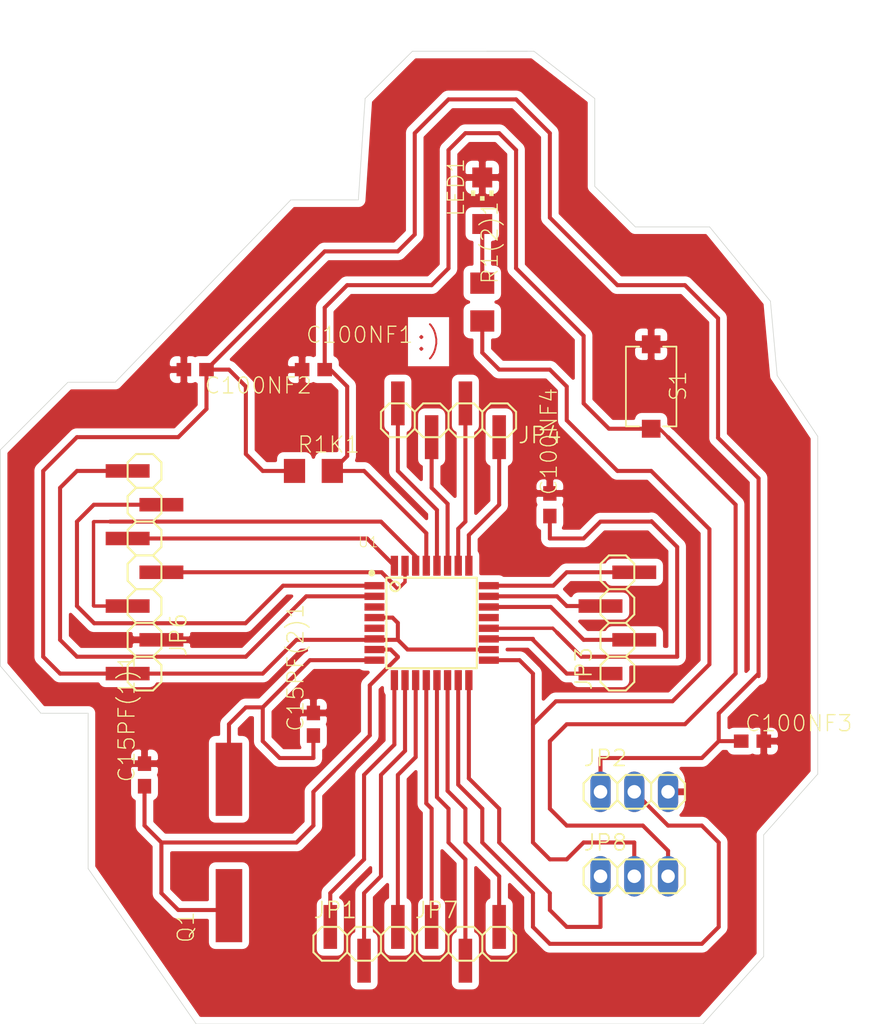
<source format=kicad_pcb>
(kicad_pcb (version 20171130) (host pcbnew "(5.1.9)-1")

  (general
    (thickness 1.6)
    (drawings 26)
    (tracks 243)
    (zones 0)
    (modules 19)
    (nets 33)
  )

  (page A4)
  (layers
    (0 Top signal)
    (31 Bottom signal)
    (32 B.Adhes user)
    (33 F.Adhes user)
    (34 B.Paste user)
    (35 F.Paste user)
    (36 B.SilkS user)
    (37 F.SilkS user)
    (38 B.Mask user)
    (39 F.Mask user)
    (40 Dwgs.User user)
    (41 Cmts.User user)
    (42 Eco1.User user)
    (43 Eco2.User user)
    (44 Edge.Cuts user)
    (45 Margin user)
    (46 B.CrtYd user)
    (47 F.CrtYd user)
    (48 B.Fab user)
    (49 F.Fab user)
  )

  (setup
    (last_trace_width 0.25)
    (trace_clearance 0.2)
    (zone_clearance 0.508)
    (zone_45_only no)
    (trace_min 0.1524)
    (via_size 0.8)
    (via_drill 0.4)
    (via_min_size 0.4)
    (via_min_drill 0.3)
    (uvia_size 0.3)
    (uvia_drill 0.1)
    (uvias_allowed no)
    (uvia_min_size 0.2)
    (uvia_min_drill 0.1)
    (edge_width 0.05)
    (segment_width 0.2)
    (pcb_text_width 0.3)
    (pcb_text_size 1.5 1.5)
    (mod_edge_width 0.12)
    (mod_text_size 1 1)
    (mod_text_width 0.15)
    (pad_size 1.524 1.524)
    (pad_drill 0.762)
    (pad_to_mask_clearance 0)
    (aux_axis_origin 103.632 71.12)
    (visible_elements 7FFFFFFF)
    (pcbplotparams
      (layerselection 0x01000_7fffffff)
      (usegerberextensions false)
      (usegerberattributes true)
      (usegerberadvancedattributes true)
      (creategerberjobfile true)
      (excludeedgelayer true)
      (linewidth 0.100000)
      (plotframeref false)
      (viasonmask false)
      (mode 1)
      (useauxorigin true)
      (hpglpennumber 1)
      (hpglpenspeed 20)
      (hpglpendiameter 15.000000)
      (psnegative false)
      (psa4output false)
      (plotreference true)
      (plotvalue true)
      (plotinvisibletext false)
      (padsonsilk false)
      (subtractmaskfromsilk false)
      (outputformat 1)
      (mirror false)
      (drillshape 0)
      (scaleselection 1)
      (outputdirectory ""))
  )

  (net 0 "")
  (net 1 GND)
  (net 2 VCC)
  (net 3 "Net-(JP6-Pad5)")
  (net 4 "Net-(JP6-Pad4)")
  (net 5 "Net-(JP6-Pad3)")
  (net 6 "Net-(C100NF1-Pad2)")
  (net 7 "Net-(JP4-Pad4)")
  (net 8 "Net-(JP4-Pad3)")
  (net 9 "Net-(JP4-Pad2)")
  (net 10 "Net-(JP4-Pad1)")
  (net 11 "Net-(JP3-Pad4)")
  (net 12 "Net-(JP3-Pad3)")
  (net 13 "Net-(JP3-Pad2)")
  (net 14 "Net-(JP3-Pad1)")
  (net 15 "Net-(JP8-Pad2)")
  (net 16 "Net-(JP8-Pad1)")
  (net 17 "Net-(JP2-Pad2)")
  (net 18 "Net-(JP7-Pad3)")
  (net 19 "Net-(JP7-Pad2)")
  (net 20 "Net-(JP7-Pad1)")
  (net 21 "Net-(JP1-Pad3)")
  (net 22 "Net-(JP1-Pad2)")
  (net 23 "Net-(JP1-Pad1)")
  (net 24 "Net-(JP6-Pad7)")
  (net 25 "Net-(JP6-Pad6)")
  (net 26 "Net-(Q1-Pad2)")
  (net 27 "Net-(Q1-Pad1)")
  (net 28 "Net-(LED1-PadA)")
  (net 29 "Net-(C100NF4-Pad2)")
  (net 30 "Net-(C15PF(2)1-Pad1)")
  (net 31 "Net-(C15PF(1)1-Pad1)")
  (net 32 "Net-(R1(2)1-Pad2)")

  (net_class Default "This is the default net class."
    (clearance 0.2)
    (trace_width 0.25)
    (via_dia 0.8)
    (via_drill 0.4)
    (uvia_dia 0.3)
    (uvia_drill 0.1)
    (add_net GND)
    (add_net "Net-(C100NF1-Pad2)")
    (add_net "Net-(C100NF4-Pad2)")
    (add_net "Net-(C15PF(1)1-Pad1)")
    (add_net "Net-(C15PF(2)1-Pad1)")
    (add_net "Net-(JP1-Pad1)")
    (add_net "Net-(JP1-Pad2)")
    (add_net "Net-(JP1-Pad3)")
    (add_net "Net-(JP2-Pad2)")
    (add_net "Net-(JP3-Pad1)")
    (add_net "Net-(JP3-Pad2)")
    (add_net "Net-(JP3-Pad3)")
    (add_net "Net-(JP3-Pad4)")
    (add_net "Net-(JP4-Pad1)")
    (add_net "Net-(JP4-Pad2)")
    (add_net "Net-(JP4-Pad3)")
    (add_net "Net-(JP4-Pad4)")
    (add_net "Net-(JP6-Pad3)")
    (add_net "Net-(JP6-Pad4)")
    (add_net "Net-(JP6-Pad5)")
    (add_net "Net-(JP6-Pad6)")
    (add_net "Net-(JP6-Pad7)")
    (add_net "Net-(JP7-Pad1)")
    (add_net "Net-(JP7-Pad2)")
    (add_net "Net-(JP7-Pad3)")
    (add_net "Net-(JP8-Pad1)")
    (add_net "Net-(JP8-Pad2)")
    (add_net "Net-(LED1-PadA)")
    (add_net "Net-(Q1-Pad1)")
    (add_net "Net-(Q1-Pad2)")
    (add_net "Net-(R1(2)1-Pad2)")
    (add_net VCC)
  )

  (module arduino:C0603 (layer Top) (tedit 0) (tstamp 60AF6D88)
    (at 145.9711 106.7436 270)
    (descr <b>CAPACITOR</b>)
    (path /3D4C5E42)
    (fp_text reference C100NF4 (at -0.635 -0.635 90) (layer F.SilkS)
      (effects (font (size 1.2065 1.2065) (thickness 0.09652)) (justify left bottom))
    )
    (fp_text value C-EUC0603 (at -0.635 1.905 90) (layer F.Fab)
      (effects (font (size 1.2065 1.2065) (thickness 0.09652)) (justify left bottom))
    )
    (fp_line (start -1.473 -0.983) (end 1.473 -0.983) (layer Dwgs.User) (width 0.0508))
    (fp_line (start 1.473 -0.983) (end 1.473 0.983) (layer Dwgs.User) (width 0.0508))
    (fp_line (start 1.473 0.983) (end -1.473 0.983) (layer Dwgs.User) (width 0.0508))
    (fp_line (start -1.473 0.983) (end -1.473 -0.983) (layer Dwgs.User) (width 0.0508))
    (fp_line (start -0.356 -0.432) (end 0.356 -0.432) (layer F.Fab) (width 0.1016))
    (fp_line (start -0.356 0.419) (end 0.356 0.419) (layer F.Fab) (width 0.1016))
    (fp_poly (pts (xy -0.8382 0.4699) (xy -0.3381 0.4699) (xy -0.3381 -0.4801) (xy -0.8382 -0.4801)) (layer F.Fab) (width 0))
    (fp_poly (pts (xy 0.3302 0.4699) (xy 0.8303 0.4699) (xy 0.8303 -0.4801) (xy 0.3302 -0.4801)) (layer F.Fab) (width 0))
    (fp_poly (pts (xy -0.1999 0.3) (xy 0.1999 0.3) (xy 0.1999 -0.3) (xy -0.1999 -0.3)) (layer F.Adhes) (width 0))
    (pad 2 smd rect (at 0.85 0 270) (size 1.1 1) (layers Top F.Paste F.Mask)
      (net 29 "Net-(C100NF4-Pad2)") (solder_mask_margin 0.1016))
    (pad 1 smd rect (at -0.85 0 270) (size 1.1 1) (layers Top F.Paste F.Mask)
      (net 1 GND) (solder_mask_margin 0.1016))
  )

  (module arduino:C0603 (layer Top) (tedit 0) (tstamp 60AF6D96)
    (at 128.1911 96.5836)
    (descr <b>CAPACITOR</b>)
    (path /07515B16)
    (fp_text reference C100NF1 (at -0.635 -1.905) (layer F.SilkS)
      (effects (font (size 1.2065 1.2065) (thickness 0.09652)) (justify left bottom))
    )
    (fp_text value C-EUC0603 (at -0.635 1.905) (layer F.Fab)
      (effects (font (size 1.2065 1.2065) (thickness 0.09652)) (justify left bottom))
    )
    (fp_line (start -1.473 -0.983) (end 1.473 -0.983) (layer Dwgs.User) (width 0.0508))
    (fp_line (start 1.473 -0.983) (end 1.473 0.983) (layer Dwgs.User) (width 0.0508))
    (fp_line (start 1.473 0.983) (end -1.473 0.983) (layer Dwgs.User) (width 0.0508))
    (fp_line (start -1.473 0.983) (end -1.473 -0.983) (layer Dwgs.User) (width 0.0508))
    (fp_line (start -0.356 -0.432) (end 0.356 -0.432) (layer F.Fab) (width 0.1016))
    (fp_line (start -0.356 0.419) (end 0.356 0.419) (layer F.Fab) (width 0.1016))
    (fp_poly (pts (xy -0.8382 0.4699) (xy -0.3381 0.4699) (xy -0.3381 -0.4801) (xy -0.8382 -0.4801)) (layer F.Fab) (width 0))
    (fp_poly (pts (xy 0.3302 0.4699) (xy 0.8303 0.4699) (xy 0.8303 -0.4801) (xy 0.3302 -0.4801)) (layer F.Fab) (width 0))
    (fp_poly (pts (xy -0.1999 0.3) (xy 0.1999 0.3) (xy 0.1999 -0.3) (xy -0.1999 -0.3)) (layer F.Adhes) (width 0))
    (pad 2 smd rect (at 0.85 0) (size 1.1 1) (layers Top F.Paste F.Mask)
      (net 6 "Net-(C100NF1-Pad2)") (solder_mask_margin 0.1016))
    (pad 1 smd rect (at -0.85 0) (size 1.1 1) (layers Top F.Paste F.Mask)
      (net 1 GND) (solder_mask_margin 0.1016))
  )

  (module arduino:C0603 (layer Top) (tedit 0) (tstamp 60AF6DA4)
    (at 119.3011 96.5836 180)
    (descr <b>CAPACITOR</b>)
    (path /0D00EFD5)
    (fp_text reference C100NF2 (at -0.635 -1.905) (layer F.SilkS)
      (effects (font (size 1.2065 1.2065) (thickness 0.09652)) (justify left bottom))
    )
    (fp_text value C-EUC0603 (at -0.635 1.905) (layer F.Fab)
      (effects (font (size 1.2065 1.2065) (thickness 0.09652)) (justify left bottom))
    )
    (fp_line (start -1.473 -0.983) (end 1.473 -0.983) (layer Dwgs.User) (width 0.0508))
    (fp_line (start 1.473 -0.983) (end 1.473 0.983) (layer Dwgs.User) (width 0.0508))
    (fp_line (start 1.473 0.983) (end -1.473 0.983) (layer Dwgs.User) (width 0.0508))
    (fp_line (start -1.473 0.983) (end -1.473 -0.983) (layer Dwgs.User) (width 0.0508))
    (fp_line (start -0.356 -0.432) (end 0.356 -0.432) (layer F.Fab) (width 0.1016))
    (fp_line (start -0.356 0.419) (end 0.356 0.419) (layer F.Fab) (width 0.1016))
    (fp_poly (pts (xy -0.8382 0.4699) (xy -0.3381 0.4699) (xy -0.3381 -0.4801) (xy -0.8382 -0.4801)) (layer F.Fab) (width 0))
    (fp_poly (pts (xy 0.3302 0.4699) (xy 0.8303 0.4699) (xy 0.8303 -0.4801) (xy 0.3302 -0.4801)) (layer F.Fab) (width 0))
    (fp_poly (pts (xy -0.1999 0.3) (xy 0.1999 0.3) (xy 0.1999 -0.3) (xy -0.1999 -0.3)) (layer F.Adhes) (width 0))
    (pad 2 smd rect (at 0.85 0 180) (size 1.1 1) (layers Top F.Paste F.Mask)
      (net 1 GND) (solder_mask_margin 0.1016))
    (pad 1 smd rect (at -0.85 0 180) (size 1.1 1) (layers Top F.Paste F.Mask)
      (net 2 VCC) (solder_mask_margin 0.1016))
  )

  (module arduino:C0603 (layer Top) (tedit 0) (tstamp 60AF6DB2)
    (at 161.2111 124.5236)
    (descr <b>CAPACITOR</b>)
    (path /724DA56F)
    (fp_text reference C100NF3 (at -0.635 -0.635) (layer F.SilkS)
      (effects (font (size 1.2065 1.2065) (thickness 0.09652)) (justify left bottom))
    )
    (fp_text value C-EUC0603 (at -0.635 1.905) (layer F.Fab)
      (effects (font (size 1.2065 1.2065) (thickness 0.09652)) (justify left bottom))
    )
    (fp_line (start -1.473 -0.983) (end 1.473 -0.983) (layer Dwgs.User) (width 0.0508))
    (fp_line (start 1.473 -0.983) (end 1.473 0.983) (layer Dwgs.User) (width 0.0508))
    (fp_line (start 1.473 0.983) (end -1.473 0.983) (layer Dwgs.User) (width 0.0508))
    (fp_line (start -1.473 0.983) (end -1.473 -0.983) (layer Dwgs.User) (width 0.0508))
    (fp_line (start -0.356 -0.432) (end 0.356 -0.432) (layer F.Fab) (width 0.1016))
    (fp_line (start -0.356 0.419) (end 0.356 0.419) (layer F.Fab) (width 0.1016))
    (fp_poly (pts (xy -0.8382 0.4699) (xy -0.3381 0.4699) (xy -0.3381 -0.4801) (xy -0.8382 -0.4801)) (layer F.Fab) (width 0))
    (fp_poly (pts (xy 0.3302 0.4699) (xy 0.8303 0.4699) (xy 0.8303 -0.4801) (xy 0.3302 -0.4801)) (layer F.Fab) (width 0))
    (fp_poly (pts (xy -0.1999 0.3) (xy 0.1999 0.3) (xy 0.1999 -0.3) (xy -0.1999 -0.3)) (layer F.Adhes) (width 0))
    (pad 2 smd rect (at 0.85 0) (size 1.1 1) (layers Top F.Paste F.Mask)
      (net 1 GND) (solder_mask_margin 0.1016))
    (pad 1 smd rect (at -0.85 0) (size 1.1 1) (layers Top F.Paste F.Mask)
      (net 2 VCC) (solder_mask_margin 0.1016))
  )

  (module arduino:C0603 (layer Top) (tedit 0) (tstamp 60AF6DC0)
    (at 115.4911 127.0636 90)
    (descr <b>CAPACITOR</b>)
    (path /A557DBAF)
    (fp_text reference "C15PF(1)1" (at -0.635 -0.635 90) (layer F.SilkS)
      (effects (font (size 1.2065 1.2065) (thickness 0.09652)) (justify left bottom))
    )
    (fp_text value C-EUC0603 (at -0.635 1.905 90) (layer F.Fab)
      (effects (font (size 1.2065 1.2065) (thickness 0.09652)) (justify left bottom))
    )
    (fp_line (start -1.473 -0.983) (end 1.473 -0.983) (layer Dwgs.User) (width 0.0508))
    (fp_line (start 1.473 -0.983) (end 1.473 0.983) (layer Dwgs.User) (width 0.0508))
    (fp_line (start 1.473 0.983) (end -1.473 0.983) (layer Dwgs.User) (width 0.0508))
    (fp_line (start -1.473 0.983) (end -1.473 -0.983) (layer Dwgs.User) (width 0.0508))
    (fp_line (start -0.356 -0.432) (end 0.356 -0.432) (layer F.Fab) (width 0.1016))
    (fp_line (start -0.356 0.419) (end 0.356 0.419) (layer F.Fab) (width 0.1016))
    (fp_poly (pts (xy -0.8382 0.4699) (xy -0.3381 0.4699) (xy -0.3381 -0.4801) (xy -0.8382 -0.4801)) (layer F.Fab) (width 0))
    (fp_poly (pts (xy 0.3302 0.4699) (xy 0.8303 0.4699) (xy 0.8303 -0.4801) (xy 0.3302 -0.4801)) (layer F.Fab) (width 0))
    (fp_poly (pts (xy -0.1999 0.3) (xy 0.1999 0.3) (xy 0.1999 -0.3) (xy -0.1999 -0.3)) (layer F.Adhes) (width 0))
    (pad 2 smd rect (at 0.85 0 90) (size 1.1 1) (layers Top F.Paste F.Mask)
      (net 1 GND) (solder_mask_margin 0.1016))
    (pad 1 smd rect (at -0.85 0 90) (size 1.1 1) (layers Top F.Paste F.Mask)
      (net 31 "Net-(C15PF(1)1-Pad1)") (solder_mask_margin 0.1016))
  )

  (module arduino:C0603 (layer Top) (tedit 0) (tstamp 60AF6DCE)
    (at 128.1911 123.2536 90)
    (descr <b>CAPACITOR</b>)
    (path /7BDCCF2A)
    (fp_text reference "C15PF(2)1" (at -0.635 -0.635 90) (layer F.SilkS)
      (effects (font (size 1.2065 1.2065) (thickness 0.09652)) (justify left bottom))
    )
    (fp_text value C-EUC0603 (at -0.635 1.905 90) (layer F.Fab)
      (effects (font (size 1.2065 1.2065) (thickness 0.09652)) (justify left bottom))
    )
    (fp_line (start -1.473 -0.983) (end 1.473 -0.983) (layer Dwgs.User) (width 0.0508))
    (fp_line (start 1.473 -0.983) (end 1.473 0.983) (layer Dwgs.User) (width 0.0508))
    (fp_line (start 1.473 0.983) (end -1.473 0.983) (layer Dwgs.User) (width 0.0508))
    (fp_line (start -1.473 0.983) (end -1.473 -0.983) (layer Dwgs.User) (width 0.0508))
    (fp_line (start -0.356 -0.432) (end 0.356 -0.432) (layer F.Fab) (width 0.1016))
    (fp_line (start -0.356 0.419) (end 0.356 0.419) (layer F.Fab) (width 0.1016))
    (fp_poly (pts (xy -0.8382 0.4699) (xy -0.3381 0.4699) (xy -0.3381 -0.4801) (xy -0.8382 -0.4801)) (layer F.Fab) (width 0))
    (fp_poly (pts (xy 0.3302 0.4699) (xy 0.8303 0.4699) (xy 0.8303 -0.4801) (xy 0.3302 -0.4801)) (layer F.Fab) (width 0))
    (fp_poly (pts (xy -0.1999 0.3) (xy 0.1999 0.3) (xy 0.1999 -0.3) (xy -0.1999 -0.3)) (layer F.Adhes) (width 0))
    (pad 2 smd rect (at 0.85 0 90) (size 1.1 1) (layers Top F.Paste F.Mask)
      (net 1 GND) (solder_mask_margin 0.1016))
    (pad 1 smd rect (at -0.85 0 90) (size 1.1 1) (layers Top F.Paste F.Mask)
      (net 30 "Net-(C15PF(2)1-Pad1)") (solder_mask_margin 0.1016))
  )

  (module arduino:1X03SMD (layer Top) (tedit 0) (tstamp 60AF6DDC)
    (at 130.7311 139.7636)
    (descr "<b>PIN HEADER</b> - 2.54 SMD")
    (path /0B60073D)
    (fp_text reference JP1 (at -2.6162 -1.8288) (layer F.SilkS)
      (effects (font (size 1.2065 1.2065) (thickness 0.12065)) (justify left bottom))
    )
    (fp_text value PINHD-1X03_2.54-SMD (at -2.54 3.175) (layer F.Fab)
      (effects (font (size 1.2065 1.2065) (thickness 0.09652)) (justify left bottom))
    )
    (fp_line (start -1.905 -1.27) (end -0.635 -1.27) (layer F.SilkS) (width 0.1524))
    (fp_line (start -0.635 -1.27) (end 0 -0.635) (layer F.SilkS) (width 0.1524))
    (fp_line (start 0 -0.635) (end 0 0.635) (layer F.SilkS) (width 0.1524))
    (fp_line (start 0 0.635) (end -0.635 1.27) (layer F.SilkS) (width 0.1524))
    (fp_line (start -2.54 -0.635) (end -2.54 0.635) (layer F.SilkS) (width 0.1524))
    (fp_line (start -1.905 -1.27) (end -2.54 -0.635) (layer F.SilkS) (width 0.1524))
    (fp_line (start -2.54 0.635) (end -1.905 1.27) (layer F.SilkS) (width 0.1524))
    (fp_line (start -0.635 1.27) (end -1.905 1.27) (layer F.SilkS) (width 0.1524))
    (fp_line (start 0 -0.635) (end 0.635 -1.27) (layer F.SilkS) (width 0.1524))
    (fp_line (start 0.635 -1.27) (end 1.905 -1.27) (layer F.SilkS) (width 0.1524))
    (fp_line (start 1.905 -1.27) (end 2.54 -0.635) (layer F.SilkS) (width 0.1524))
    (fp_line (start 2.54 -0.635) (end 2.54 0.635) (layer F.SilkS) (width 0.1524))
    (fp_line (start 2.54 0.635) (end 1.905 1.27) (layer F.SilkS) (width 0.1524))
    (fp_line (start 1.905 1.27) (end 0.635 1.27) (layer F.SilkS) (width 0.1524))
    (fp_line (start 0.635 1.27) (end 0 0.635) (layer F.SilkS) (width 0.1524))
    (fp_line (start 3.175 -1.27) (end 4.445 -1.27) (layer F.SilkS) (width 0.1524))
    (fp_line (start 3.175 -1.27) (end 2.54 -0.635) (layer F.SilkS) (width 0.1524))
    (fp_line (start 5.08 0.635) (end 4.445 1.27) (layer F.SilkS) (width 0.1524))
    (fp_line (start 4.445 -1.27) (end 5.08 -0.635) (layer F.SilkS) (width 0.1524))
    (fp_line (start 5.08 -0.635) (end 5.08 0.635) (layer F.SilkS) (width 0.1524))
    (fp_line (start 3.175 1.27) (end 2.54 0.635) (layer F.SilkS) (width 0.1524))
    (fp_line (start 3.175 1.27) (end 4.445 1.27) (layer F.SilkS) (width 0.1524))
    (fp_poly (pts (xy -1.524 0.254) (xy -1.016 0.254) (xy -1.016 -0.254) (xy -1.524 -0.254)) (layer F.Fab) (width 0))
    (fp_poly (pts (xy 1.016 0.254) (xy 1.524 0.254) (xy 1.524 -0.254) (xy 1.016 -0.254)) (layer F.Fab) (width 0))
    (fp_poly (pts (xy 3.556 0.254) (xy 4.064 0.254) (xy 4.064 -0.254) (xy 3.556 -0.254)) (layer F.Fab) (width 0))
    (pad 3 smd rect (at 3.81 -1.27 270) (size 3.302 1.016) (layers Top F.Paste F.Mask)
      (net 21 "Net-(JP1-Pad3)") (solder_mask_margin 0.1016))
    (pad 2 smd rect (at 1.27 1.27 90) (size 3.302 1.016) (layers Top F.Paste F.Mask)
      (net 22 "Net-(JP1-Pad2)") (solder_mask_margin 0.1016))
    (pad 1 smd rect (at -1.27 -1.27 270) (size 3.302 1.016) (layers Top F.Paste F.Mask)
      (net 23 "Net-(JP1-Pad1)") (solder_mask_margin 0.1016))
  )

  (module arduino:1X04SMD (layer Top) (tedit 0) (tstamp 60AF6DFB)
    (at 151.0511 118.1736 90)
    (descr "<b>PIN HEADER</b> - 2.54 SMD")
    (path /8182258E)
    (fp_text reference JP3 (at -2.6162 -1.8288 90) (layer F.SilkS)
      (effects (font (size 1.2065 1.2065) (thickness 0.12065)) (justify left bottom))
    )
    (fp_text value PINHD-1X04_2.54-SMD (at -2.54 3.175 90) (layer F.Fab)
      (effects (font (size 1.2065 1.2065) (thickness 0.09652)) (justify left bottom))
    )
    (fp_line (start -1.905 -1.27) (end -0.635 -1.27) (layer F.SilkS) (width 0.1524))
    (fp_line (start -0.635 -1.27) (end 0 -0.635) (layer F.SilkS) (width 0.1524))
    (fp_line (start 0 -0.635) (end 0 0.635) (layer F.SilkS) (width 0.1524))
    (fp_line (start 0 0.635) (end -0.635 1.27) (layer F.SilkS) (width 0.1524))
    (fp_line (start -2.54 -0.635) (end -2.54 0.635) (layer F.SilkS) (width 0.1524))
    (fp_line (start -1.905 -1.27) (end -2.54 -0.635) (layer F.SilkS) (width 0.1524))
    (fp_line (start -2.54 0.635) (end -1.905 1.27) (layer F.SilkS) (width 0.1524))
    (fp_line (start -0.635 1.27) (end -1.905 1.27) (layer F.SilkS) (width 0.1524))
    (fp_line (start 0 -0.635) (end 0.635 -1.27) (layer F.SilkS) (width 0.1524))
    (fp_line (start 0.635 -1.27) (end 1.905 -1.27) (layer F.SilkS) (width 0.1524))
    (fp_line (start 1.905 -1.27) (end 2.54 -0.635) (layer F.SilkS) (width 0.1524))
    (fp_line (start 2.54 -0.635) (end 2.54 0.635) (layer F.SilkS) (width 0.1524))
    (fp_line (start 2.54 0.635) (end 1.905 1.27) (layer F.SilkS) (width 0.1524))
    (fp_line (start 1.905 1.27) (end 0.635 1.27) (layer F.SilkS) (width 0.1524))
    (fp_line (start 0.635 1.27) (end 0 0.635) (layer F.SilkS) (width 0.1524))
    (fp_line (start 3.175 -1.27) (end 4.445 -1.27) (layer F.SilkS) (width 0.1524))
    (fp_line (start 3.175 -1.27) (end 2.54 -0.635) (layer F.SilkS) (width 0.1524))
    (fp_line (start 5.08 0.635) (end 4.445 1.27) (layer F.SilkS) (width 0.1524))
    (fp_line (start 4.445 -1.27) (end 5.08 -0.635) (layer F.SilkS) (width 0.1524))
    (fp_line (start 5.08 -0.635) (end 5.08 0.635) (layer F.SilkS) (width 0.1524))
    (fp_line (start 3.175 1.27) (end 2.54 0.635) (layer F.SilkS) (width 0.1524))
    (fp_line (start 3.175 1.27) (end 4.445 1.27) (layer F.SilkS) (width 0.1524))
    (fp_line (start 7.62 0.635) (end 6.985 1.27) (layer F.SilkS) (width 0.1524))
    (fp_line (start 5.715 1.27) (end 5.08 0.635) (layer F.SilkS) (width 0.1524))
    (fp_line (start 5.715 1.27) (end 6.985 1.27) (layer F.SilkS) (width 0.1524))
    (fp_line (start 7.62 -0.635) (end 7.62 0.635) (layer F.SilkS) (width 0.1524))
    (fp_line (start 6.985 -1.27) (end 7.62 -0.635) (layer F.SilkS) (width 0.1524))
    (fp_line (start 5.715 -1.27) (end 6.985 -1.27) (layer F.SilkS) (width 0.1524))
    (fp_line (start 5.715 -1.27) (end 5.08 -0.635) (layer F.SilkS) (width 0.1524))
    (fp_poly (pts (xy -1.524 0.254) (xy -1.016 0.254) (xy -1.016 -0.254) (xy -1.524 -0.254)) (layer F.Fab) (width 0))
    (fp_poly (pts (xy 1.016 0.254) (xy 1.524 0.254) (xy 1.524 -0.254) (xy 1.016 -0.254)) (layer F.Fab) (width 0))
    (fp_poly (pts (xy 3.556 0.254) (xy 4.064 0.254) (xy 4.064 -0.254) (xy 3.556 -0.254)) (layer F.Fab) (width 0))
    (fp_poly (pts (xy 6.096 0.254) (xy 6.604 0.254) (xy 6.604 -0.254) (xy 6.096 -0.254)) (layer F.Fab) (width 0))
    (pad 4 smd rect (at 6.35 1.27 180) (size 3.302 1.016) (layers Top F.Paste F.Mask)
      (net 11 "Net-(JP3-Pad4)") (solder_mask_margin 0.1016))
    (pad 3 smd rect (at 3.81 -1.27) (size 3.302 1.016) (layers Top F.Paste F.Mask)
      (net 12 "Net-(JP3-Pad3)") (solder_mask_margin 0.1016))
    (pad 2 smd rect (at 1.27 1.27 180) (size 3.302 1.016) (layers Top F.Paste F.Mask)
      (net 13 "Net-(JP3-Pad2)") (solder_mask_margin 0.1016))
    (pad 1 smd rect (at -1.27 -1.27) (size 3.302 1.016) (layers Top F.Paste F.Mask)
      (net 14 "Net-(JP3-Pad1)") (solder_mask_margin 0.1016))
  )

  (module arduino:1X04SMD (layer Top) (tedit 0) (tstamp 60AF6E23)
    (at 140.8911 100.3936 180)
    (descr "<b>PIN HEADER</b> - 2.54 SMD")
    (path /193933AB)
    (fp_text reference JP4 (at -2.6162 -1.8288) (layer F.SilkS)
      (effects (font (size 1.2065 1.2065) (thickness 0.12065)) (justify left bottom))
    )
    (fp_text value PINHD-1X04_2.54-SMD (at -2.54 3.175) (layer F.Fab)
      (effects (font (size 1.2065 1.2065) (thickness 0.09652)) (justify left bottom))
    )
    (fp_line (start -1.905 -1.27) (end -0.635 -1.27) (layer F.SilkS) (width 0.1524))
    (fp_line (start -0.635 -1.27) (end 0 -0.635) (layer F.SilkS) (width 0.1524))
    (fp_line (start 0 -0.635) (end 0 0.635) (layer F.SilkS) (width 0.1524))
    (fp_line (start 0 0.635) (end -0.635 1.27) (layer F.SilkS) (width 0.1524))
    (fp_line (start -2.54 -0.635) (end -2.54 0.635) (layer F.SilkS) (width 0.1524))
    (fp_line (start -1.905 -1.27) (end -2.54 -0.635) (layer F.SilkS) (width 0.1524))
    (fp_line (start -2.54 0.635) (end -1.905 1.27) (layer F.SilkS) (width 0.1524))
    (fp_line (start -0.635 1.27) (end -1.905 1.27) (layer F.SilkS) (width 0.1524))
    (fp_line (start 0 -0.635) (end 0.635 -1.27) (layer F.SilkS) (width 0.1524))
    (fp_line (start 0.635 -1.27) (end 1.905 -1.27) (layer F.SilkS) (width 0.1524))
    (fp_line (start 1.905 -1.27) (end 2.54 -0.635) (layer F.SilkS) (width 0.1524))
    (fp_line (start 2.54 -0.635) (end 2.54 0.635) (layer F.SilkS) (width 0.1524))
    (fp_line (start 2.54 0.635) (end 1.905 1.27) (layer F.SilkS) (width 0.1524))
    (fp_line (start 1.905 1.27) (end 0.635 1.27) (layer F.SilkS) (width 0.1524))
    (fp_line (start 0.635 1.27) (end 0 0.635) (layer F.SilkS) (width 0.1524))
    (fp_line (start 3.175 -1.27) (end 4.445 -1.27) (layer F.SilkS) (width 0.1524))
    (fp_line (start 3.175 -1.27) (end 2.54 -0.635) (layer F.SilkS) (width 0.1524))
    (fp_line (start 5.08 0.635) (end 4.445 1.27) (layer F.SilkS) (width 0.1524))
    (fp_line (start 4.445 -1.27) (end 5.08 -0.635) (layer F.SilkS) (width 0.1524))
    (fp_line (start 5.08 -0.635) (end 5.08 0.635) (layer F.SilkS) (width 0.1524))
    (fp_line (start 3.175 1.27) (end 2.54 0.635) (layer F.SilkS) (width 0.1524))
    (fp_line (start 3.175 1.27) (end 4.445 1.27) (layer F.SilkS) (width 0.1524))
    (fp_line (start 7.62 0.635) (end 6.985 1.27) (layer F.SilkS) (width 0.1524))
    (fp_line (start 5.715 1.27) (end 5.08 0.635) (layer F.SilkS) (width 0.1524))
    (fp_line (start 5.715 1.27) (end 6.985 1.27) (layer F.SilkS) (width 0.1524))
    (fp_line (start 7.62 -0.635) (end 7.62 0.635) (layer F.SilkS) (width 0.1524))
    (fp_line (start 6.985 -1.27) (end 7.62 -0.635) (layer F.SilkS) (width 0.1524))
    (fp_line (start 5.715 -1.27) (end 6.985 -1.27) (layer F.SilkS) (width 0.1524))
    (fp_line (start 5.715 -1.27) (end 5.08 -0.635) (layer F.SilkS) (width 0.1524))
    (fp_poly (pts (xy -1.524 0.254) (xy -1.016 0.254) (xy -1.016 -0.254) (xy -1.524 -0.254)) (layer F.Fab) (width 0))
    (fp_poly (pts (xy 1.016 0.254) (xy 1.524 0.254) (xy 1.524 -0.254) (xy 1.016 -0.254)) (layer F.Fab) (width 0))
    (fp_poly (pts (xy 3.556 0.254) (xy 4.064 0.254) (xy 4.064 -0.254) (xy 3.556 -0.254)) (layer F.Fab) (width 0))
    (fp_poly (pts (xy 6.096 0.254) (xy 6.604 0.254) (xy 6.604 -0.254) (xy 6.096 -0.254)) (layer F.Fab) (width 0))
    (pad 4 smd rect (at 6.35 1.27 270) (size 3.302 1.016) (layers Top F.Paste F.Mask)
      (net 7 "Net-(JP4-Pad4)") (solder_mask_margin 0.1016))
    (pad 3 smd rect (at 3.81 -1.27 90) (size 3.302 1.016) (layers Top F.Paste F.Mask)
      (net 8 "Net-(JP4-Pad3)") (solder_mask_margin 0.1016))
    (pad 2 smd rect (at 1.27 1.27 270) (size 3.302 1.016) (layers Top F.Paste F.Mask)
      (net 9 "Net-(JP4-Pad2)") (solder_mask_margin 0.1016))
    (pad 1 smd rect (at -1.27 -1.27 90) (size 3.302 1.016) (layers Top F.Paste F.Mask)
      (net 10 "Net-(JP4-Pad1)") (solder_mask_margin 0.1016))
  )

  (module arduino:1X07SMD (layer Top) (tedit 0) (tstamp 60AF6E4B)
    (at 115.4911 118.1736 90)
    (descr "<b>PIN HEADER</b> - 2.54 SMD")
    (path /A21E5090)
    (fp_text reference JP6 (at -0.0762 3.2512 90) (layer F.SilkS)
      (effects (font (size 1.2065 1.2065) (thickness 0.12065)) (justify left bottom))
    )
    (fp_text value PINHD-1X07_2.54-SMD (at -2.54 3.175 90) (layer F.Fab)
      (effects (font (size 1.2065 1.2065) (thickness 0.09652)) (justify left bottom))
    )
    (fp_line (start -1.905 -1.27) (end -0.635 -1.27) (layer F.SilkS) (width 0.1524))
    (fp_line (start -0.635 -1.27) (end 0 -0.635) (layer F.SilkS) (width 0.1524))
    (fp_line (start 0 -0.635) (end 0 0.635) (layer F.SilkS) (width 0.1524))
    (fp_line (start 0 0.635) (end -0.635 1.27) (layer F.SilkS) (width 0.1524))
    (fp_line (start -2.54 -0.635) (end -2.54 0.635) (layer F.SilkS) (width 0.1524))
    (fp_line (start -1.905 -1.27) (end -2.54 -0.635) (layer F.SilkS) (width 0.1524))
    (fp_line (start -2.54 0.635) (end -1.905 1.27) (layer F.SilkS) (width 0.1524))
    (fp_line (start -0.635 1.27) (end -1.905 1.27) (layer F.SilkS) (width 0.1524))
    (fp_line (start 0 -0.635) (end 0.635 -1.27) (layer F.SilkS) (width 0.1524))
    (fp_line (start 0.635 -1.27) (end 1.905 -1.27) (layer F.SilkS) (width 0.1524))
    (fp_line (start 1.905 -1.27) (end 2.54 -0.635) (layer F.SilkS) (width 0.1524))
    (fp_line (start 2.54 -0.635) (end 2.54 0.635) (layer F.SilkS) (width 0.1524))
    (fp_line (start 2.54 0.635) (end 1.905 1.27) (layer F.SilkS) (width 0.1524))
    (fp_line (start 1.905 1.27) (end 0.635 1.27) (layer F.SilkS) (width 0.1524))
    (fp_line (start 0.635 1.27) (end 0 0.635) (layer F.SilkS) (width 0.1524))
    (fp_line (start 3.175 -1.27) (end 4.445 -1.27) (layer F.SilkS) (width 0.1524))
    (fp_line (start 3.175 -1.27) (end 2.54 -0.635) (layer F.SilkS) (width 0.1524))
    (fp_line (start 5.08 0.635) (end 4.445 1.27) (layer F.SilkS) (width 0.1524))
    (fp_line (start 4.445 -1.27) (end 5.08 -0.635) (layer F.SilkS) (width 0.1524))
    (fp_line (start 5.08 -0.635) (end 5.08 0.635) (layer F.SilkS) (width 0.1524))
    (fp_line (start 3.175 1.27) (end 2.54 0.635) (layer F.SilkS) (width 0.1524))
    (fp_line (start 3.175 1.27) (end 4.445 1.27) (layer F.SilkS) (width 0.1524))
    (fp_line (start 7.62 0.635) (end 6.985 1.27) (layer F.SilkS) (width 0.1524))
    (fp_line (start 5.715 1.27) (end 5.08 0.635) (layer F.SilkS) (width 0.1524))
    (fp_line (start 5.715 1.27) (end 6.985 1.27) (layer F.SilkS) (width 0.1524))
    (fp_line (start 7.62 -0.635) (end 7.62 0.635) (layer F.SilkS) (width 0.1524))
    (fp_line (start 6.985 -1.27) (end 7.62 -0.635) (layer F.SilkS) (width 0.1524))
    (fp_line (start 5.715 -1.27) (end 6.985 -1.27) (layer F.SilkS) (width 0.1524))
    (fp_line (start 5.715 -1.27) (end 5.08 -0.635) (layer F.SilkS) (width 0.1524))
    (fp_line (start 9.525 -1.27) (end 10.16 -0.635) (layer F.SilkS) (width 0.1524))
    (fp_line (start 8.255 -1.27) (end 9.525 -1.27) (layer F.SilkS) (width 0.1524))
    (fp_line (start 8.255 -1.27) (end 7.62 -0.635) (layer F.SilkS) (width 0.1524))
    (fp_line (start 10.16 -0.635) (end 10.16 0.635) (layer F.SilkS) (width 0.1524))
    (fp_line (start 10.16 0.635) (end 9.525 1.27) (layer F.SilkS) (width 0.1524))
    (fp_line (start 8.255 1.27) (end 9.525 1.27) (layer F.SilkS) (width 0.1524))
    (fp_line (start 8.255 1.27) (end 7.62 0.635) (layer F.SilkS) (width 0.1524))
    (fp_line (start 12.7 -0.635) (end 12.7 0.635) (layer F.SilkS) (width 0.1524))
    (fp_line (start 10.795 -1.27) (end 12.065 -1.27) (layer F.SilkS) (width 0.1524))
    (fp_line (start 10.795 1.27) (end 12.065 1.27) (layer F.SilkS) (width 0.1524))
    (fp_line (start 12.7 0.635) (end 12.065 1.27) (layer F.SilkS) (width 0.1524))
    (fp_line (start 12.065 -1.27) (end 12.7 -0.635) (layer F.SilkS) (width 0.1524))
    (fp_line (start 10.795 -1.27) (end 10.16 -0.635) (layer F.SilkS) (width 0.1524))
    (fp_line (start 10.795 1.27) (end 10.16 0.635) (layer F.SilkS) (width 0.1524))
    (fp_line (start 13.335 -1.27) (end 14.605 -1.27) (layer F.SilkS) (width 0.1524))
    (fp_line (start 15.24 -0.635) (end 15.24 0.635) (layer F.SilkS) (width 0.1524))
    (fp_line (start 13.335 1.27) (end 14.605 1.27) (layer F.SilkS) (width 0.1524))
    (fp_line (start 14.605 -1.27) (end 15.24 -0.635) (layer F.SilkS) (width 0.1524))
    (fp_line (start 13.335 -1.27) (end 12.7 -0.635) (layer F.SilkS) (width 0.1524))
    (fp_line (start 15.24 0.635) (end 14.605 1.27) (layer F.SilkS) (width 0.1524))
    (fp_line (start 13.335 1.27) (end 12.7 0.635) (layer F.SilkS) (width 0.1524))
    (fp_poly (pts (xy -1.524 0.254) (xy -1.016 0.254) (xy -1.016 -0.254) (xy -1.524 -0.254)) (layer F.Fab) (width 0))
    (fp_poly (pts (xy 1.016 0.254) (xy 1.524 0.254) (xy 1.524 -0.254) (xy 1.016 -0.254)) (layer F.Fab) (width 0))
    (fp_poly (pts (xy 3.556 0.254) (xy 4.064 0.254) (xy 4.064 -0.254) (xy 3.556 -0.254)) (layer F.Fab) (width 0))
    (fp_poly (pts (xy 6.096 0.254) (xy 6.604 0.254) (xy 6.604 -0.254) (xy 6.096 -0.254)) (layer F.Fab) (width 0))
    (fp_poly (pts (xy 8.636 0.254) (xy 9.144 0.254) (xy 9.144 -0.254) (xy 8.636 -0.254)) (layer F.Fab) (width 0))
    (fp_poly (pts (xy 11.176 0.254) (xy 11.684 0.254) (xy 11.684 -0.254) (xy 11.176 -0.254)) (layer F.Fab) (width 0))
    (fp_poly (pts (xy 13.716 0.254) (xy 14.224 0.254) (xy 14.224 -0.254) (xy 13.716 -0.254)) (layer F.Fab) (width 0))
    (pad 7 smd rect (at 13.97 -1.27) (size 3.302 1.016) (layers Top F.Paste F.Mask)
      (net 24 "Net-(JP6-Pad7)") (solder_mask_margin 0.1016))
    (pad 6 smd rect (at 11.43 1.27 180) (size 3.302 1.016) (layers Top F.Paste F.Mask)
      (net 25 "Net-(JP6-Pad6)") (solder_mask_margin 0.1016))
    (pad 5 smd rect (at 8.89 -1.27) (size 3.302 1.016) (layers Top F.Paste F.Mask)
      (net 3 "Net-(JP6-Pad5)") (solder_mask_margin 0.1016))
    (pad 4 smd rect (at 6.35 1.27 180) (size 3.302 1.016) (layers Top F.Paste F.Mask)
      (net 4 "Net-(JP6-Pad4)") (solder_mask_margin 0.1016))
    (pad 3 smd rect (at 3.81 -1.27) (size 3.302 1.016) (layers Top F.Paste F.Mask)
      (net 5 "Net-(JP6-Pad3)") (solder_mask_margin 0.1016))
    (pad 2 smd rect (at 1.27 1.27 180) (size 3.302 1.016) (layers Top F.Paste F.Mask)
      (net 1 GND) (solder_mask_margin 0.1016))
    (pad 1 smd rect (at -1.27 -1.27) (size 3.302 1.016) (layers Top F.Paste F.Mask)
      (net 2 VCC) (solder_mask_margin 0.1016))
  )

  (module arduino:1X03SMD (layer Top) (tedit 0) (tstamp 60AF6E8E)
    (at 138.3511 139.7636)
    (descr "<b>PIN HEADER</b> - 2.54 SMD")
    (path /ADC4B3B7)
    (fp_text reference JP7 (at -2.6162 -1.8288) (layer F.SilkS)
      (effects (font (size 1.2065 1.2065) (thickness 0.12065)) (justify left bottom))
    )
    (fp_text value PINHD-1X03_2.54-SMD (at -2.54 3.175) (layer F.Fab)
      (effects (font (size 1.2065 1.2065) (thickness 0.09652)) (justify left bottom))
    )
    (fp_line (start -1.905 -1.27) (end -0.635 -1.27) (layer F.SilkS) (width 0.1524))
    (fp_line (start -0.635 -1.27) (end 0 -0.635) (layer F.SilkS) (width 0.1524))
    (fp_line (start 0 -0.635) (end 0 0.635) (layer F.SilkS) (width 0.1524))
    (fp_line (start 0 0.635) (end -0.635 1.27) (layer F.SilkS) (width 0.1524))
    (fp_line (start -2.54 -0.635) (end -2.54 0.635) (layer F.SilkS) (width 0.1524))
    (fp_line (start -1.905 -1.27) (end -2.54 -0.635) (layer F.SilkS) (width 0.1524))
    (fp_line (start -2.54 0.635) (end -1.905 1.27) (layer F.SilkS) (width 0.1524))
    (fp_line (start -0.635 1.27) (end -1.905 1.27) (layer F.SilkS) (width 0.1524))
    (fp_line (start 0 -0.635) (end 0.635 -1.27) (layer F.SilkS) (width 0.1524))
    (fp_line (start 0.635 -1.27) (end 1.905 -1.27) (layer F.SilkS) (width 0.1524))
    (fp_line (start 1.905 -1.27) (end 2.54 -0.635) (layer F.SilkS) (width 0.1524))
    (fp_line (start 2.54 -0.635) (end 2.54 0.635) (layer F.SilkS) (width 0.1524))
    (fp_line (start 2.54 0.635) (end 1.905 1.27) (layer F.SilkS) (width 0.1524))
    (fp_line (start 1.905 1.27) (end 0.635 1.27) (layer F.SilkS) (width 0.1524))
    (fp_line (start 0.635 1.27) (end 0 0.635) (layer F.SilkS) (width 0.1524))
    (fp_line (start 3.175 -1.27) (end 4.445 -1.27) (layer F.SilkS) (width 0.1524))
    (fp_line (start 3.175 -1.27) (end 2.54 -0.635) (layer F.SilkS) (width 0.1524))
    (fp_line (start 5.08 0.635) (end 4.445 1.27) (layer F.SilkS) (width 0.1524))
    (fp_line (start 4.445 -1.27) (end 5.08 -0.635) (layer F.SilkS) (width 0.1524))
    (fp_line (start 5.08 -0.635) (end 5.08 0.635) (layer F.SilkS) (width 0.1524))
    (fp_line (start 3.175 1.27) (end 2.54 0.635) (layer F.SilkS) (width 0.1524))
    (fp_line (start 3.175 1.27) (end 4.445 1.27) (layer F.SilkS) (width 0.1524))
    (fp_poly (pts (xy -1.524 0.254) (xy -1.016 0.254) (xy -1.016 -0.254) (xy -1.524 -0.254)) (layer F.Fab) (width 0))
    (fp_poly (pts (xy 1.016 0.254) (xy 1.524 0.254) (xy 1.524 -0.254) (xy 1.016 -0.254)) (layer F.Fab) (width 0))
    (fp_poly (pts (xy 3.556 0.254) (xy 4.064 0.254) (xy 4.064 -0.254) (xy 3.556 -0.254)) (layer F.Fab) (width 0))
    (pad 3 smd rect (at 3.81 -1.27 270) (size 3.302 1.016) (layers Top F.Paste F.Mask)
      (net 18 "Net-(JP7-Pad3)") (solder_mask_margin 0.1016))
    (pad 2 smd rect (at 1.27 1.27 90) (size 3.302 1.016) (layers Top F.Paste F.Mask)
      (net 19 "Net-(JP7-Pad2)") (solder_mask_margin 0.1016))
    (pad 1 smd rect (at -1.27 -1.27 270) (size 3.302 1.016) (layers Top F.Paste F.Mask)
      (net 20 "Net-(JP7-Pad1)") (solder_mask_margin 0.1016))
  )

  (module arduino:CHIPLED_1206 (layer Top) (tedit 0) (tstamp 60AF6EAD)
    (at 140.8911 83.8836)
    (descr "<b>CHIPLED</b><p>\nSource: http://www.osram.convergy.de/ ... LG_LY N971.pdf")
    (path /7DC8C285)
    (fp_text reference LED1 (at -1.27 1.27 90) (layer F.SilkS)
      (effects (font (size 1.2065 1.2065) (thickness 0.09652)) (justify left bottom))
    )
    (fp_text value LEDCHIPLED_1206 (at 2.54 1.27 90) (layer F.Fab)
      (effects (font (size 1.2065 1.2065) (thickness 0.09652)) (justify left bottom))
    )
    (fp_line (start -0.8 0.95) (end -0.8 -0.95) (layer F.Fab) (width 0.1016))
    (fp_line (start 0.8 -0.95) (end 0.8 0.95) (layer F.Fab) (width 0.1016))
    (fp_circle (center -0.55 -1.425) (end -0.45 -1.425) (layer F.Fab) (width 0.1016))
    (fp_poly (pts (xy -0.85 -1.525) (xy -0.35 -1.525) (xy -0.35 -1.65) (xy -0.85 -1.65)) (layer F.Fab) (width 0))
    (fp_poly (pts (xy -0.85 -1.225) (xy -0.625 -1.225) (xy -0.625 -1.55) (xy -0.85 -1.55)) (layer F.Fab) (width 0))
    (fp_poly (pts (xy -0.45 -1.225) (xy -0.325 -1.225) (xy -0.325 -1.45) (xy -0.45 -1.45)) (layer F.Fab) (width 0))
    (fp_poly (pts (xy -0.65 -1.225) (xy -0.225 -1.225) (xy -0.225 -1.35) (xy -0.65 -1.35)) (layer F.Fab) (width 0))
    (fp_poly (pts (xy 0.35 -1.3) (xy 0.85 -1.3) (xy 0.85 -1.65) (xy 0.35 -1.65)) (layer F.Fab) (width 0))
    (fp_poly (pts (xy 0.25 -1.225) (xy 0.85 -1.225) (xy 0.85 -1.35) (xy 0.25 -1.35)) (layer F.Fab) (width 0))
    (fp_poly (pts (xy -0.85 -0.95) (xy 0.85 -0.95) (xy 0.85 -1.25) (xy -0.85 -1.25)) (layer F.Fab) (width 0))
    (fp_poly (pts (xy -0.85 1.65) (xy 0.85 1.65) (xy 0.85 0.95) (xy -0.85 0.95)) (layer F.Fab) (width 0))
    (fp_poly (pts (xy -0.85 -0.35) (xy -0.525 -0.35) (xy -0.525 -0.775) (xy -0.85 -0.775)) (layer F.SilkS) (width 0))
    (fp_poly (pts (xy 0.525 -0.35) (xy 0.85 -0.35) (xy 0.85 -0.775) (xy 0.525 -0.775)) (layer F.SilkS) (width 0))
    (fp_poly (pts (xy -0.175 0) (xy 0.175 0) (xy 0.175 -0.35) (xy -0.175 -0.35)) (layer F.SilkS) (width 0))
    (fp_arc (start 0 -1.625799) (end -0.4 -1.6) (angle -172.619069) (layer F.Fab) (width 0.1016))
    (pad A smd rect (at 0 1.75) (size 1.5 1.5) (layers Top F.Paste F.Mask)
      (net 28 "Net-(LED1-PadA)") (solder_mask_margin 0.1016))
    (pad C smd rect (at 0 -1.75) (size 1.5 1.5) (layers Top F.Paste F.Mask)
      (net 1 GND) (solder_mask_margin 0.1016))
  )

  (module arduino:CSM-7X-DU (layer Top) (tedit 0) (tstamp 60AF6EC1)
    (at 121.8411 132.1436 90)
    (descr "<b>SMD CRYSTAL</b><p>\nSource: www.ecsxtal.com .. Crystal 3.6864MHz CSM_7X_DU.PDF")
    (path /22BC07EB)
    (fp_text reference Q1 (at -7.6288 -2.5334 90) (layer F.SilkS)
      (effects (font (size 1.2065 1.2065) (thickness 0.09652)) (justify left bottom))
    )
    (fp_text value CSM-7X-DU (at -7.6288 4.3114 90) (layer F.Fab)
      (effects (font (size 1.2065 1.2065) (thickness 0.09652)) (justify left bottom))
    )
    (fp_line (start -5.575 -2.3) (end -2.725 -2.3) (layer F.Fab) (width 0.2032))
    (fp_line (start -2.725 -2.3) (end 2.75 -2.3) (layer F.Fab) (width 0.2032))
    (fp_line (start 2.75 -2.3) (end 5.55 -2.3) (layer F.Fab) (width 0.2032))
    (fp_line (start 5.55 -2.3) (end 5.55 2.3) (layer F.Fab) (width 0.2032))
    (fp_line (start 5.55 2.3) (end -2.75 2.3) (layer F.Fab) (width 0.2032))
    (fp_line (start -2.75 2.3) (end -5.575 2.3) (layer F.Fab) (width 0.2032))
    (fp_line (start -5.575 2.3) (end -5.575 -2.3) (layer F.Fab) (width 0.2032))
    (fp_arc (start 2.7375 0) (end 2.75 -2.3) (angle 180) (layer F.Fab) (width 0.2032))
    (fp_arc (start -2.7375 0) (end -2.75 2.3) (angle 180) (layer F.Fab) (width 0.2032))
    (pad 2 smd rect (at 4.75 0 90) (size 5.5 2) (layers Top F.Paste F.Mask)
      (net 26 "Net-(Q1-Pad2)") (solder_mask_margin 0.1016))
    (pad 1 smd rect (at -4.75 0 90) (size 5.5 2) (layers Top F.Paste F.Mask)
      (net 27 "Net-(Q1-Pad1)") (solder_mask_margin 0.1016))
  )

  (module arduino:R1206 (layer Top) (tedit 0) (tstamp 60AF6ECF)
    (at 140.8911 91.5036 270)
    (descr <b>RESISTOR</b>)
    (path /820EE926)
    (fp_text reference "R1(2)1" (at -1.27 -1.27 90) (layer F.SilkS)
      (effects (font (size 1.2065 1.2065) (thickness 0.09652)) (justify left bottom))
    )
    (fp_text value R-EU_R1206 (at -1.27 2.54 90) (layer F.Fab)
      (effects (font (size 1.2065 1.2065) (thickness 0.09652)) (justify left bottom))
    )
    (fp_line (start 0.9525 0.8128) (end -0.9652 0.8128) (layer F.Fab) (width 0.1524))
    (fp_line (start 0.9525 -0.8128) (end -0.9652 -0.8128) (layer F.Fab) (width 0.1524))
    (fp_line (start -2.473 -0.983) (end 2.473 -0.983) (layer Dwgs.User) (width 0.0508))
    (fp_line (start 2.473 -0.983) (end 2.473 0.983) (layer Dwgs.User) (width 0.0508))
    (fp_line (start 2.473 0.983) (end -2.473 0.983) (layer Dwgs.User) (width 0.0508))
    (fp_line (start -2.473 0.983) (end -2.473 -0.983) (layer Dwgs.User) (width 0.0508))
    (fp_poly (pts (xy -1.6891 0.8763) (xy -0.9525 0.8763) (xy -0.9525 -0.8763) (xy -1.6891 -0.8763)) (layer F.Fab) (width 0))
    (fp_poly (pts (xy 0.9525 0.8763) (xy 1.6891 0.8763) (xy 1.6891 -0.8763) (xy 0.9525 -0.8763)) (layer F.Fab) (width 0))
    (fp_poly (pts (xy -0.3 0.7) (xy 0.3 0.7) (xy 0.3 -0.7) (xy -0.3 -0.7)) (layer F.Adhes) (width 0))
    (pad 1 smd rect (at -1.422 0 270) (size 1.6 1.803) (layers Top F.Paste F.Mask)
      (net 28 "Net-(LED1-PadA)") (solder_mask_margin 0.1016))
    (pad 2 smd rect (at 1.422 0 270) (size 1.6 1.803) (layers Top F.Paste F.Mask)
      (net 32 "Net-(R1(2)1-Pad2)") (solder_mask_margin 0.1016))
  )

  (module arduino:R1206 (layer Top) (tedit 0) (tstamp 60AF6EDD)
    (at 128.1911 104.2036)
    (descr <b>RESISTOR</b>)
    (path /46BFEB3D)
    (fp_text reference R1K1 (at -1.27 -1.27) (layer F.SilkS)
      (effects (font (size 1.2065 1.2065) (thickness 0.09652)) (justify left bottom))
    )
    (fp_text value R-EU_R1206 (at -1.27 2.54) (layer F.Fab)
      (effects (font (size 1.2065 1.2065) (thickness 0.09652)) (justify left bottom))
    )
    (fp_line (start 0.9525 0.8128) (end -0.9652 0.8128) (layer F.Fab) (width 0.1524))
    (fp_line (start 0.9525 -0.8128) (end -0.9652 -0.8128) (layer F.Fab) (width 0.1524))
    (fp_line (start -2.473 -0.983) (end 2.473 -0.983) (layer Dwgs.User) (width 0.0508))
    (fp_line (start 2.473 -0.983) (end 2.473 0.983) (layer Dwgs.User) (width 0.0508))
    (fp_line (start 2.473 0.983) (end -2.473 0.983) (layer Dwgs.User) (width 0.0508))
    (fp_line (start -2.473 0.983) (end -2.473 -0.983) (layer Dwgs.User) (width 0.0508))
    (fp_poly (pts (xy -1.6891 0.8763) (xy -0.9525 0.8763) (xy -0.9525 -0.8763) (xy -1.6891 -0.8763)) (layer F.Fab) (width 0))
    (fp_poly (pts (xy 0.9525 0.8763) (xy 1.6891 0.8763) (xy 1.6891 -0.8763) (xy 0.9525 -0.8763)) (layer F.Fab) (width 0))
    (fp_poly (pts (xy -0.3 0.7) (xy 0.3 0.7) (xy 0.3 -0.7) (xy -0.3 -0.7)) (layer F.Adhes) (width 0))
    (pad 1 smd rect (at -1.422 0) (size 1.6 1.803) (layers Top F.Paste F.Mask)
      (net 2 VCC) (solder_mask_margin 0.1016))
    (pad 2 smd rect (at 1.422 0) (size 1.6 1.803) (layers Top F.Paste F.Mask)
      (net 6 "Net-(C100NF1-Pad2)") (solder_mask_margin 0.1016))
  )

  (module arduino:434123025816 (layer Top) (tedit 0) (tstamp 60AF6EEB)
    (at 153.5911 97.8536 270)
    (descr "WS-TRS-6x3.8 mm J-Bend SMD Tact Switch, 2 pins")
    (path /788C9994)
    (fp_text reference S1 (at -0.0436 -2.7293 90) (layer F.SilkS)
      (effects (font (size 1.2065 1.2065) (thickness 0.09652)) (justify bottom))
    )
    (fp_text value 434123025816 (at -3.4436 4.0374 90) (layer F.Fab)
      (effects (font (size 1.2065 1.2065) (thickness 0.09652)) (justify left bottom))
    )
    (fp_line (start -3 1.9) (end 3 1.9) (layer F.SilkS) (width 0.127))
    (fp_line (start 3 1.9) (end 3 -1.9) (layer F.Fab) (width 0.127))
    (fp_line (start 3 -1.9) (end -3 -1.9) (layer F.SilkS) (width 0.127))
    (fp_line (start -3 -1.9) (end -3 1.9) (layer F.Fab) (width 0.127))
    (fp_line (start -3 -0.9) (end -3 -1.9) (layer F.SilkS) (width 0.127))
    (fp_line (start 3 -0.9) (end 3 -1.9) (layer F.SilkS) (width 0.127))
    (fp_line (start -3 1.9) (end -3 0.9) (layer F.SilkS) (width 0.127))
    (fp_line (start 3 1.9) (end 3 0.9) (layer F.SilkS) (width 0.127))
    (fp_poly (pts (xy -4.2 -2.15) (xy 4.2 -2.15) (xy 4.2 2.15) (xy -4.2 2.15)) (layer Dwgs.User) (width 0))
    (fp_text user 1 (at -2 0.5 270) (layer F.Fab)
      (effects (font (size 1.2065 1.2065) (thickness 0.1016)) (justify left bottom))
    )
    (pad 2 smd rect (at 3.175 0 270) (size 1.35 1.4) (layers Top F.Paste F.Mask)
      (net 6 "Net-(C100NF1-Pad2)") (solder_mask_margin 0.1016))
    (pad 1 smd rect (at -3.175 0 270) (size 1.35 1.4) (layers Top F.Paste F.Mask)
      (net 1 GND) (solder_mask_margin 0.1016))
  )

  (module arduino:QFP80P900X900X120-32N (layer Top) (tedit 0) (tstamp 60AF6EFA)
    (at 137.0811 115.6336)
    (path /94FABF20)
    (fp_text reference U1 (at -5.579382 -5.630881) (layer F.SilkS)
      (effects (font (size 0.773656 0.773656) (thickness 0.061892)) (justify left bottom))
    )
    (fp_text value ATMEGA328P-AU (at -5.526469 6.51456) (layer F.Fab)
      (effects (font (size 0.772699 0.772699) (thickness 0.061815)) (justify left bottom))
    )
    (fp_line (start 3.4 -3.4) (end 3.4 3.4) (layer F.SilkS) (width 0.1524))
    (fp_line (start 3.4 3.4) (end -3.4 3.4) (layer F.SilkS) (width 0.1524))
    (fp_line (start -3.4 3.4) (end -3.4 -3.4) (layer F.SilkS) (width 0.1524))
    (fp_line (start -3.4 -3.4) (end 3.4 -3.4) (layer F.SilkS) (width 0.1524))
    (fp_circle (center -2.7432 -2.7432) (end -2.384 -2.7432) (layer F.SilkS) (width 0.1524))
    (fp_poly (pts (xy -4.496931 -2.57159) (xy -3.506 -2.57159) (xy -3.506 -3.0286) (xy -4.496931 -3.0286)) (layer F.Fab) (width 0))
    (fp_poly (pts (xy -4.504981 -1.7747) (xy -3.506 -1.7747) (xy -3.506 -2.2286) (xy -4.504981 -2.2286)) (layer F.Fab) (width 0))
    (fp_poly (pts (xy -4.50009 -0.972156) (xy -3.506 -0.972156) (xy -3.506 -1.4286) (xy -4.50009 -1.4286)) (layer F.Fab) (width 0))
    (fp_poly (pts (xy -4.500368 -0.171543) (xy -3.506 -0.171543) (xy -3.506 -0.6286) (xy -4.500368 -0.6286)) (layer F.Fab) (width 0))
    (fp_poly (pts (xy -4.502568 0.629434) (xy -3.506 0.629434) (xy -3.506 0.1714) (xy -4.502568 0.1714)) (layer F.Fab) (width 0))
    (fp_poly (pts (xy -4.501868 1.430281) (xy -3.506 1.430281) (xy -3.506 0.9714) (xy -4.501868 0.9714)) (layer F.Fab) (width 0))
    (fp_poly (pts (xy -4.501381 2.230968) (xy -3.506 2.230968) (xy -3.506 1.7714) (xy -4.501381 1.7714)) (layer F.Fab) (width 0))
    (fp_poly (pts (xy -4.501281 3.03175) (xy -3.506 3.03175) (xy -3.506 2.5714) (xy -4.501281 2.5714)) (layer F.Fab) (width 0))
    (fp_poly (pts (xy -3.034581 4.505481) (xy -2.5714 4.505481) (xy -2.5714 3.506) (xy -3.034581 3.506)) (layer F.Fab) (width 0))
    (fp_poly (pts (xy -2.230459 4.50035) (xy -1.7714 4.50035) (xy -1.7714 3.506) (xy -2.230459 3.506)) (layer F.Fab) (width 0))
    (fp_poly (pts (xy -1.430931 4.50394) (xy -0.9714 4.50394) (xy -0.9714 3.506) (xy -1.430931 3.506)) (layer F.Fab) (width 0))
    (fp_poly (pts (xy -0.628771 4.49784) (xy -0.1714 4.49784) (xy -0.1714 3.506) (xy -0.628771 3.506)) (layer F.Fab) (width 0))
    (fp_poly (pts (xy 0.1716 4.50184) (xy 0.6286 4.50184) (xy 0.6286 3.506) (xy 0.1716 3.506)) (layer F.Fab) (width 0))
    (fp_poly (pts (xy 0.971784 4.498381) (xy 1.4286 4.498381) (xy 1.4286 3.506) (xy 0.971784 3.506)) (layer F.Fab) (width 0))
    (fp_poly (pts (xy 1.774318 4.504009) (xy 2.2286 4.504009) (xy 2.2286 3.506) (xy 1.774318 3.506)) (layer F.Fab) (width 0))
    (fp_poly (pts (xy 2.57515 4.50315) (xy 3.0286 4.50315) (xy 3.0286 3.506) (xy 2.57515 3.506)) (layer F.Fab) (width 0))
    (fp_poly (pts (xy 3.506709 3.029209) (xy 4.4966 3.029209) (xy 4.4966 2.5714) (xy 3.506709 2.5714)) (layer F.Fab) (width 0))
    (fp_poly (pts (xy 3.512868 2.232968) (xy 4.4966 2.232968) (xy 4.4966 1.7714) (xy 3.512868 1.7714)) (layer F.Fab) (width 0))
    (fp_poly (pts (xy 3.511281 1.43075) (xy 4.4966 1.43075) (xy 4.4966 0.9714) (xy 3.511281 0.9714)) (layer F.Fab) (width 0))
    (fp_poly (pts (xy 3.509259 0.629184) (xy 4.4966 0.629184) (xy 4.4966 0.1714) (xy 3.509259 0.1714)) (layer F.Fab) (width 0))
    (fp_poly (pts (xy 3.50885 -0.171537) (xy 4.4966 -0.171537) (xy 4.4966 -0.6286) (xy 3.50885 -0.6286)) (layer F.Fab) (width 0))
    (fp_poly (pts (xy 3.511231 -0.972846) (xy 4.4966 -0.972846) (xy 4.4966 -1.4286) (xy 3.511231 -1.4286)) (layer F.Fab) (width 0))
    (fp_poly (pts (xy 3.51065 -1.77375) (xy 4.4966 -1.77375) (xy 4.4966 -2.2286) (xy 3.51065 -2.2286)) (layer F.Fab) (width 0))
    (fp_poly (pts (xy 3.51144 -2.57539) (xy 4.4966 -2.57539) (xy 4.4966 -3.0286) (xy 3.51144 -3.0286)) (layer F.Fab) (width 0))
    (fp_poly (pts (xy 2.576418 -3.51285) (xy 3.0286 -3.51285) (xy 3.0286 -4.4966) (xy 2.576418 -4.4966)) (layer F.Fab) (width 0))
    (fp_poly (pts (xy 1.774081 -3.511309) (xy 2.2286 -3.511309) (xy 2.2286 -4.4966) (xy 1.774081 -4.4966)) (layer F.Fab) (width 0))
    (fp_poly (pts (xy 0.972196 -3.508881) (xy 1.4286 -3.508881) (xy 1.4286 -4.4966) (xy 0.972196 -4.4966)) (layer F.Fab) (width 0))
    (fp_poly (pts (xy 0.171406 -3.506109) (xy 0.6286 -3.506109) (xy 0.6286 -4.4966) (xy 0.171406 -4.4966)) (layer F.Fab) (width 0))
    (fp_poly (pts (xy -0.629818 -3.51279) (xy -0.1714 -3.51279) (xy -0.1714 -4.4966) (xy -0.629818 -4.4966)) (layer F.Fab) (width 0))
    (fp_poly (pts (xy -1.429518 -3.508268) (xy -0.9714 -3.508268) (xy -0.9714 -4.4966) (xy -1.429518 -4.4966)) (layer F.Fab) (width 0))
    (fp_poly (pts (xy -2.23255 -3.512218) (xy -1.7714 -3.512218) (xy -1.7714 -4.4966) (xy -2.23255 -4.4966)) (layer F.Fab) (width 0))
    (fp_poly (pts (xy -3.0316 -3.509468) (xy -2.5714 -3.509468) (xy -2.5714 -4.4966) (xy -3.0316 -4.4966)) (layer F.Fab) (width 0))
    (fp_line (start -5.5 5.5) (end 5.5 5.5) (layer Dwgs.User) (width 0.05))
    (fp_line (start 5.5 5.5) (end 5.5 -5.5) (layer Dwgs.User) (width 0.05))
    (fp_line (start 5.5 -5.5) (end -5.5 -5.5) (layer Dwgs.User) (width 0.05))
    (fp_line (start -5.5 -5.5) (end -5.5 5.5) (layer Dwgs.User) (width 0.05))
    (fp_circle (center -4.5 -3.75) (end -4.373 -3.75) (layer F.SilkS) (width 0.254))
    (pad 32 smd rect (at -2.8 -4.3) (size 0.55 1.5) (layers Top F.Paste F.Mask)
      (net 3 "Net-(JP6-Pad5)") (solder_mask_margin 0.1016))
    (pad 31 smd rect (at -2 -4.3) (size 0.55 1.5) (layers Top F.Paste F.Mask)
      (net 4 "Net-(JP6-Pad4)") (solder_mask_margin 0.1016))
    (pad 30 smd rect (at -1.2 -4.3) (size 0.55 1.5) (layers Top F.Paste F.Mask)
      (net 5 "Net-(JP6-Pad3)") (solder_mask_margin 0.1016))
    (pad 29 smd rect (at -0.4 -4.3) (size 0.55 1.5) (layers Top F.Paste F.Mask)
      (net 6 "Net-(C100NF1-Pad2)") (solder_mask_margin 0.1016))
    (pad 28 smd rect (at 0.4 -4.3) (size 0.55 1.5) (layers Top F.Paste F.Mask)
      (net 7 "Net-(JP4-Pad4)") (solder_mask_margin 0.1016))
    (pad 27 smd rect (at 1.2 -4.3) (size 0.55 1.5) (layers Top F.Paste F.Mask)
      (net 8 "Net-(JP4-Pad3)") (solder_mask_margin 0.1016))
    (pad 26 smd rect (at 2 -4.3) (size 0.55 1.5) (layers Top F.Paste F.Mask)
      (net 9 "Net-(JP4-Pad2)") (solder_mask_margin 0.1016))
    (pad 25 smd rect (at 2.8 -4.3) (size 0.55 1.5) (layers Top F.Paste F.Mask)
      (net 10 "Net-(JP4-Pad1)") (solder_mask_margin 0.1016))
    (pad 24 smd rect (at 4.3 -2.8) (size 1.5 0.55) (layers Top F.Paste F.Mask)
      (net 11 "Net-(JP3-Pad4)") (solder_mask_margin 0.1016))
    (pad 23 smd rect (at 4.3 -2) (size 1.5 0.55) (layers Top F.Paste F.Mask)
      (net 12 "Net-(JP3-Pad3)") (solder_mask_margin 0.1016))
    (pad 22 smd rect (at 4.3 -1.2) (size 1.5 0.55) (layers Top F.Paste F.Mask)
      (net 13 "Net-(JP3-Pad2)") (solder_mask_margin 0.1016))
    (pad 21 smd rect (at 4.3 -0.4) (size 1.5 0.55) (layers Top F.Paste F.Mask)
      (net 1 GND) (solder_mask_margin 0.1016))
    (pad 20 smd rect (at 4.3 0.4) (size 1.5 0.55) (layers Top F.Paste F.Mask)
      (net 29 "Net-(C100NF4-Pad2)") (solder_mask_margin 0.1016))
    (pad 19 smd rect (at 4.3 1.2) (size 1.5 0.55) (layers Top F.Paste F.Mask)
      (net 14 "Net-(JP3-Pad1)") (solder_mask_margin 0.1016))
    (pad 18 smd rect (at 4.3 2) (size 1.5 0.55) (layers Top F.Paste F.Mask)
      (net 2 VCC) (solder_mask_margin 0.1016))
    (pad 17 smd rect (at 4.3 2.8) (size 1.5 0.55) (layers Top F.Paste F.Mask)
      (net 15 "Net-(JP8-Pad2)") (solder_mask_margin 0.1016))
    (pad 16 smd rect (at 2.8 4.3) (size 0.55 1.5) (layers Top F.Paste F.Mask)
      (net 16 "Net-(JP8-Pad1)") (solder_mask_margin 0.1016))
    (pad 15 smd rect (at 2 4.3) (size 0.55 1.5) (layers Top F.Paste F.Mask)
      (net 17 "Net-(JP2-Pad2)") (solder_mask_margin 0.1016))
    (pad 14 smd rect (at 1.2 4.3) (size 0.55 1.5) (layers Top F.Paste F.Mask)
      (net 18 "Net-(JP7-Pad3)") (solder_mask_margin 0.1016))
    (pad 13 smd rect (at 0.4 4.3) (size 0.55 1.5) (layers Top F.Paste F.Mask)
      (net 19 "Net-(JP7-Pad2)") (solder_mask_margin 0.1016))
    (pad 12 smd rect (at -0.4 4.3) (size 0.55 1.5) (layers Top F.Paste F.Mask)
      (net 20 "Net-(JP7-Pad1)") (solder_mask_margin 0.1016))
    (pad 11 smd rect (at -1.2 4.3) (size 0.55 1.5) (layers Top F.Paste F.Mask)
      (net 21 "Net-(JP1-Pad3)") (solder_mask_margin 0.1016))
    (pad 10 smd rect (at -2 4.3) (size 0.55 1.5) (layers Top F.Paste F.Mask)
      (net 22 "Net-(JP1-Pad2)") (solder_mask_margin 0.1016))
    (pad 9 smd rect (at -2.8 4.3) (size 0.55 1.5) (layers Top F.Paste F.Mask)
      (net 23 "Net-(JP1-Pad1)") (solder_mask_margin 0.1016))
    (pad 8 smd rect (at -4.3 2.8) (size 1.5 0.55) (layers Top F.Paste F.Mask)
      (net 30 "Net-(C15PF(2)1-Pad1)") (solder_mask_margin 0.1016))
    (pad 7 smd rect (at -4.3 2) (size 1.5 0.55) (layers Top F.Paste F.Mask)
      (net 31 "Net-(C15PF(1)1-Pad1)") (solder_mask_margin 0.1016))
    (pad 6 smd rect (at -4.3 1.2) (size 1.5 0.55) (layers Top F.Paste F.Mask)
      (net 2 VCC) (solder_mask_margin 0.1016))
    (pad 5 smd rect (at -4.3 0.4) (size 1.5 0.55) (layers Top F.Paste F.Mask)
      (net 1 GND) (solder_mask_margin 0.1016))
    (pad 4 smd rect (at -4.3 -0.4) (size 1.5 0.55) (layers Top F.Paste F.Mask)
      (net 2 VCC) (solder_mask_margin 0.1016))
    (pad 3 smd rect (at -4.3 -1.2) (size 1.5 0.55) (layers Top F.Paste F.Mask)
      (net 1 GND) (solder_mask_margin 0.1016))
    (pad 2 smd rect (at -4.3 -2) (size 1.5 0.55) (layers Top F.Paste F.Mask)
      (net 24 "Net-(JP6-Pad7)") (solder_mask_margin 0.1016))
    (pad 1 smd rect (at -4.3 -2.8) (size 1.5 0.55) (layers Top F.Paste F.Mask)
      (net 25 "Net-(JP6-Pad6)") (solder_mask_margin 0.1016))
  )

  (module arduino:1X03 (layer Top) (tedit 0) (tstamp 60AF6F47)
    (at 152.3211 128.3336)
    (descr "<b>PIN HEADER</b>")
    (path /BAFA783C)
    (fp_text reference JP2 (at -3.8862 -1.8288) (layer F.SilkS)
      (effects (font (size 1.2065 1.2065) (thickness 0.12065)) (justify left bottom))
    )
    (fp_text value PINHD-1X3 (at -3.81 3.175) (layer F.Fab)
      (effects (font (size 1.2065 1.2065) (thickness 0.09652)) (justify left bottom))
    )
    (fp_line (start -3.175 -1.27) (end -1.905 -1.27) (layer F.SilkS) (width 0.1524))
    (fp_line (start -1.905 -1.27) (end -1.27 -0.635) (layer F.SilkS) (width 0.1524))
    (fp_line (start -1.27 -0.635) (end -1.27 0.635) (layer F.SilkS) (width 0.1524))
    (fp_line (start -1.27 0.635) (end -1.905 1.27) (layer F.SilkS) (width 0.1524))
    (fp_line (start -1.27 -0.635) (end -0.635 -1.27) (layer F.SilkS) (width 0.1524))
    (fp_line (start -0.635 -1.27) (end 0.635 -1.27) (layer F.SilkS) (width 0.1524))
    (fp_line (start 0.635 -1.27) (end 1.27 -0.635) (layer F.SilkS) (width 0.1524))
    (fp_line (start 1.27 -0.635) (end 1.27 0.635) (layer F.SilkS) (width 0.1524))
    (fp_line (start 1.27 0.635) (end 0.635 1.27) (layer F.SilkS) (width 0.1524))
    (fp_line (start 0.635 1.27) (end -0.635 1.27) (layer F.SilkS) (width 0.1524))
    (fp_line (start -0.635 1.27) (end -1.27 0.635) (layer F.SilkS) (width 0.1524))
    (fp_line (start -3.81 -0.635) (end -3.81 0.635) (layer F.SilkS) (width 0.1524))
    (fp_line (start -3.175 -1.27) (end -3.81 -0.635) (layer F.SilkS) (width 0.1524))
    (fp_line (start -3.81 0.635) (end -3.175 1.27) (layer F.SilkS) (width 0.1524))
    (fp_line (start -1.905 1.27) (end -3.175 1.27) (layer F.SilkS) (width 0.1524))
    (fp_line (start 1.27 -0.635) (end 1.905 -1.27) (layer F.SilkS) (width 0.1524))
    (fp_line (start 1.905 -1.27) (end 3.175 -1.27) (layer F.SilkS) (width 0.1524))
    (fp_line (start 3.175 -1.27) (end 3.81 -0.635) (layer F.SilkS) (width 0.1524))
    (fp_line (start 3.81 -0.635) (end 3.81 0.635) (layer F.SilkS) (width 0.1524))
    (fp_line (start 3.81 0.635) (end 3.175 1.27) (layer F.SilkS) (width 0.1524))
    (fp_line (start 3.175 1.27) (end 1.905 1.27) (layer F.SilkS) (width 0.1524))
    (fp_line (start 1.905 1.27) (end 1.27 0.635) (layer F.SilkS) (width 0.1524))
    (fp_poly (pts (xy -0.254 0.254) (xy 0.254 0.254) (xy 0.254 -0.254) (xy -0.254 -0.254)) (layer F.Fab) (width 0))
    (fp_poly (pts (xy -2.794 0.254) (xy -2.286 0.254) (xy -2.286 -0.254) (xy -2.794 -0.254)) (layer F.Fab) (width 0))
    (fp_poly (pts (xy 2.286 0.254) (xy 2.794 0.254) (xy 2.794 -0.254) (xy 2.286 -0.254)) (layer F.Fab) (width 0))
    (pad 3 thru_hole oval (at 2.54 0 90) (size 3.048 1.524) (drill 1.016) (layers *.Cu *.Mask)
      (net 1 GND) (solder_mask_margin 0.1016))
    (pad 2 thru_hole oval (at 0 0 90) (size 3.048 1.524) (drill 1.016) (layers *.Cu *.Mask)
      (net 17 "Net-(JP2-Pad2)") (solder_mask_margin 0.1016))
    (pad 1 thru_hole oval (at -2.54 0 90) (size 3.048 1.524) (drill 1.016) (layers *.Cu *.Mask)
      (net 2 VCC) (solder_mask_margin 0.1016))
  )

  (module arduino:1X03 (layer Top) (tedit 0) (tstamp 60AF6F66)
    (at 152.3211 134.6836)
    (descr "<b>PIN HEADER</b>")
    (path /357D3C8D)
    (fp_text reference JP8 (at -3.8862 -1.8288) (layer F.SilkS)
      (effects (font (size 1.2065 1.2065) (thickness 0.12065)) (justify left bottom))
    )
    (fp_text value PINHD-1X3 (at -3.81 3.175) (layer F.Fab)
      (effects (font (size 1.2065 1.2065) (thickness 0.09652)) (justify left bottom))
    )
    (fp_line (start -3.175 -1.27) (end -1.905 -1.27) (layer F.SilkS) (width 0.1524))
    (fp_line (start -1.905 -1.27) (end -1.27 -0.635) (layer F.SilkS) (width 0.1524))
    (fp_line (start -1.27 -0.635) (end -1.27 0.635) (layer F.SilkS) (width 0.1524))
    (fp_line (start -1.27 0.635) (end -1.905 1.27) (layer F.SilkS) (width 0.1524))
    (fp_line (start -1.27 -0.635) (end -0.635 -1.27) (layer F.SilkS) (width 0.1524))
    (fp_line (start -0.635 -1.27) (end 0.635 -1.27) (layer F.SilkS) (width 0.1524))
    (fp_line (start 0.635 -1.27) (end 1.27 -0.635) (layer F.SilkS) (width 0.1524))
    (fp_line (start 1.27 -0.635) (end 1.27 0.635) (layer F.SilkS) (width 0.1524))
    (fp_line (start 1.27 0.635) (end 0.635 1.27) (layer F.SilkS) (width 0.1524))
    (fp_line (start 0.635 1.27) (end -0.635 1.27) (layer F.SilkS) (width 0.1524))
    (fp_line (start -0.635 1.27) (end -1.27 0.635) (layer F.SilkS) (width 0.1524))
    (fp_line (start -3.81 -0.635) (end -3.81 0.635) (layer F.SilkS) (width 0.1524))
    (fp_line (start -3.175 -1.27) (end -3.81 -0.635) (layer F.SilkS) (width 0.1524))
    (fp_line (start -3.81 0.635) (end -3.175 1.27) (layer F.SilkS) (width 0.1524))
    (fp_line (start -1.905 1.27) (end -3.175 1.27) (layer F.SilkS) (width 0.1524))
    (fp_line (start 1.27 -0.635) (end 1.905 -1.27) (layer F.SilkS) (width 0.1524))
    (fp_line (start 1.905 -1.27) (end 3.175 -1.27) (layer F.SilkS) (width 0.1524))
    (fp_line (start 3.175 -1.27) (end 3.81 -0.635) (layer F.SilkS) (width 0.1524))
    (fp_line (start 3.81 -0.635) (end 3.81 0.635) (layer F.SilkS) (width 0.1524))
    (fp_line (start 3.81 0.635) (end 3.175 1.27) (layer F.SilkS) (width 0.1524))
    (fp_line (start 3.175 1.27) (end 1.905 1.27) (layer F.SilkS) (width 0.1524))
    (fp_line (start 1.905 1.27) (end 1.27 0.635) (layer F.SilkS) (width 0.1524))
    (fp_poly (pts (xy -0.254 0.254) (xy 0.254 0.254) (xy 0.254 -0.254) (xy -0.254 -0.254)) (layer F.Fab) (width 0))
    (fp_poly (pts (xy -2.794 0.254) (xy -2.286 0.254) (xy -2.286 -0.254) (xy -2.794 -0.254)) (layer F.Fab) (width 0))
    (fp_poly (pts (xy 2.286 0.254) (xy 2.794 0.254) (xy 2.794 -0.254) (xy 2.286 -0.254)) (layer F.Fab) (width 0))
    (pad 3 thru_hole oval (at 2.54 0 90) (size 3.048 1.524) (drill 1.016) (layers *.Cu *.Mask)
      (net 6 "Net-(C100NF1-Pad2)") (solder_mask_margin 0.1016))
    (pad 2 thru_hole oval (at 0 0 90) (size 3.048 1.524) (drill 1.016) (layers *.Cu *.Mask)
      (net 15 "Net-(JP8-Pad2)") (solder_mask_margin 0.1016))
    (pad 1 thru_hole oval (at -2.54 0 90) (size 3.048 1.524) (drill 1.016) (layers *.Cu *.Mask)
      (net 16 "Net-(JP8-Pad1)") (solder_mask_margin 0.1016))
  )

  (gr_line (start 144.78 72.644) (end 141.224 72.644) (layer Edge.Cuts) (width 0.05))
  (gr_line (start 149.352 76.2) (end 144.78 72.644) (layer Edge.Cuts) (width 0.05))
  (gr_line (start 149.352 82.804) (end 149.352 76.2) (layer Edge.Cuts) (width 0.05))
  (gr_line (start 152.4 85.852) (end 149.352 82.804) (layer Edge.Cuts) (width 0.05))
  (gr_line (start 157.988 85.852) (end 152.4 85.852) (layer Edge.Cuts) (width 0.05))
  (gr_line (start 162.56 91.44) (end 157.988 85.852) (layer Edge.Cuts) (width 0.05))
  (gr_line (start 163.068 97.028) (end 162.56 91.44) (layer Edge.Cuts) (width 0.05))
  (gr_line (start 166.116 101.6) (end 163.068 97.028) (layer Edge.Cuts) (width 0.05))
  (gr_line (start 166.116 127) (end 166.116 101.6) (layer Edge.Cuts) (width 0.05))
  (gr_line (start 162.052 131.572) (end 166.116 127) (layer Edge.Cuts) (width 0.05))
  (gr_line (start 162.052 140.716) (end 162.052 131.572) (layer Edge.Cuts) (width 0.05))
  (gr_line (start 157.48 145.796) (end 162.052 140.716) (layer Edge.Cuts) (width 0.05))
  (gr_line (start 119.38 145.796) (end 157.48 145.796) (layer Edge.Cuts) (width 0.05))
  (gr_line (start 111.252 134.112) (end 119.38 145.796) (layer Edge.Cuts) (width 0.05))
  (gr_line (start 111.252 122.428) (end 111.252 134.112) (layer Edge.Cuts) (width 0.05))
  (gr_line (start 107.696 122.428) (end 111.252 122.428) (layer Edge.Cuts) (width 0.05))
  (gr_line (start 104.648 118.872) (end 107.696 122.428) (layer Edge.Cuts) (width 0.05))
  (gr_line (start 104.648 102.616) (end 104.648 118.872) (layer Edge.Cuts) (width 0.05))
  (gr_line (start 109.728 97.536) (end 104.648 102.616) (layer Edge.Cuts) (width 0.05))
  (gr_line (start 113.284 97.536) (end 109.728 97.536) (layer Edge.Cuts) (width 0.05))
  (gr_line (start 126.492 83.82) (end 113.284 97.536) (layer Edge.Cuts) (width 0.05))
  (gr_line (start 131.572 83.82) (end 126.492 83.82) (layer Edge.Cuts) (width 0.05))
  (gr_line (start 132.08 76.2) (end 131.572 83.82) (layer Edge.Cuts) (width 0.05))
  (gr_line (start 135.636 72.644) (end 132.08 76.2) (layer Edge.Cuts) (width 0.05))
  (gr_line (start 144.272 72.644) (end 135.636 72.644) (layer Edge.Cuts) (width 0.05))
  (gr_text ":)" (at 135.8111 95.3136) (layer Top) (tstamp FE58880)
    (effects (font (size 1.6891 1.6891) (thickness 0.14224)) (justify left bottom))
  )

  (segment (start 128.2111 122.3836) (end 128.1911 122.4036) (width 0.3048) (layer Top) (net 1) (tstamp 22A0B710))
  (segment (start 115.4911 116.9036) (end 116.7611 116.9036) (width 0.3048) (layer Top) (net 1) (tstamp 22A0BC10))
  (segment (start 161.6683 119.632982) (end 161.6683 119.4436) (width 0.3048) (layer Top) (net 2) (tstamp 22A0A770))
  (segment (start 161.6683 119.4436) (end 161.6683 104.75975) (width 0.3048) (layer Top) (net 2) (tstamp 22A0A9F0))
  (segment (start 161.6683 104.75975) (end 158.621625 101.713075) (width 0.3048) (layer Top) (net 2) (tstamp 22A0AB30))
  (segment (start 132.7811 116.8336) (end 132.7111 116.9036) (width 0.3048) (layer Top) (net 2) (tstamp 22A0AC70))
  (segment (start 132.7111 116.9036) (end 126.9211 116.9036) (width 0.3048) (layer Top) (net 2) (tstamp 22A0ADB0))
  (segment (start 126.9211 116.9036) (end 124.3811 119.4436) (width 0.3048) (layer Top) (net 2) (tstamp 22A0B490))
  (segment (start 124.3811 119.4436) (end 115.4911 119.4436) (width 0.3048) (layer Top) (net 2) (tstamp 22A0B530))
  (segment (start 132.7811 115.2336) (end 134.1411 115.2336) (width 0.3048) (layer Top) (net 2) (tstamp 22A0AE50))
  (segment (start 134.1411 115.2336) (end 134.5411 115.6336) (width 0.3048) (layer Top) (net 2) (tstamp 22A0AEF0))
  (segment (start 134.5411 115.6336) (end 134.5411 116.9036) (width 0.3048) (layer Top) (net 2) (tstamp 22A0B030))
  (segment (start 134.5411 116.9036) (end 132.8511 116.9036) (width 0.3048) (layer Top) (net 2) (tstamp 22A0CBB0))
  (segment (start 132.8511 116.9036) (end 132.7811 116.8336) (width 0.3048) (layer Top) (net 2) (tstamp 22A0E550))
  (segment (start 114.2211 119.4436) (end 109.1411 119.4436) (width 0.3048) (layer Top) (net 2) (tstamp 22A0E410))
  (segment (start 109.1411 119.4436) (end 107.8711 118.1736) (width 0.3048) (layer Top) (net 2) (tstamp 22A0E7D0))
  (segment (start 107.8711 118.1736) (end 107.8711 104.2036) (width 0.3048) (layer Top) (net 2) (tstamp 22A0CC50))
  (segment (start 107.8711 104.2036) (end 110.4111 101.6636) (width 0.3048) (layer Top) (net 2) (tstamp 22A0E910))
  (segment (start 110.4111 101.6636) (end 118.0311 101.6636) (width 0.3048) (layer Top) (net 2) (tstamp 22A0E4B0))
  (segment (start 120.1511 99.5436) (end 120.1511 96.5836) (width 0.3048) (layer Top) (net 2) (tstamp 22A0E2D0))
  (segment (start 118.0311 101.6636) (end 120.1511 99.5436) (width 0.3048) (layer Top) (net 2) (tstamp 22A0D290))
  (segment (start 120.1511 96.5836) (end 121.8411 96.5836) (width 0.3048) (layer Top) (net 2) (tstamp 22A0ECD0))
  (segment (start 121.8411 96.5836) (end 123.1111 97.8536) (width 0.3048) (layer Top) (net 2) (tstamp 22A0E190))
  (segment (start 123.1111 102.9336) (end 124.3811 104.2036) (width 0.3048) (layer Top) (net 2) (tstamp 22A0E9B0))
  (segment (start 124.3811 104.2036) (end 126.7691 104.2036) (width 0.3048) (layer Top) (net 2) (tstamp 22A0D790))
  (segment (start 123.1111 97.8536) (end 123.1111 102.9336) (width 0.3048) (layer Top) (net 2) (tstamp 22A0CD90))
  (segment (start 141.3811 117.6336) (end 135.2711 117.6336) (width 0.3048) (layer Top) (net 2) (tstamp 22A0E870))
  (segment (start 135.2711 117.6336) (end 134.5411 116.9036) (width 0.3048) (layer Top) (net 2) (tstamp 22A0EAF0))
  (segment (start 158.621625 101.713075) (end 158.621625 92.724125) (width 0.3048) (layer Top) (net 2) (tstamp 22A0EA50))
  (segment (start 158.621625 92.724125) (end 156.1311 90.2336) (width 0.3048) (layer Top) (net 2) (tstamp 22A0DB50))
  (segment (start 156.1311 90.2336) (end 151.0511 90.2336) (width 0.3048) (layer Top) (net 2) (tstamp 22A0CCF0))
  (segment (start 151.0511 90.2336) (end 145.9711 85.1536) (width 0.3048) (layer Top) (net 2) (tstamp 22A0D510))
  (segment (start 145.9711 85.1536) (end 145.9711 78.8036) (width 0.3048) (layer Top) (net 2) (tstamp 22A0E370))
  (segment (start 145.9711 78.8036) (end 143.4311 76.2636) (width 0.3048) (layer Top) (net 2) (tstamp 22A0D010))
  (segment (start 143.4311 76.2636) (end 138.3511 76.2636) (width 0.3048) (layer Top) (net 2) (tstamp 22A0D8D0))
  (segment (start 138.3511 76.2636) (end 135.8111 78.8036) (width 0.3048) (layer Top) (net 2) (tstamp 22A0E5F0))
  (segment (start 135.8111 78.8036) (end 135.8111 86.4236) (width 0.3048) (layer Top) (net 2) (tstamp 22A0EF50))
  (segment (start 134.5411 87.6936) (end 135.8111 86.4236) (width 0.3048) (layer Top) (net 2) (tstamp 22A0E690))
  (segment (start 120.1511 96.5836) (end 129.0411 87.6936) (width 0.3048) (layer Top) (net 2) (tstamp 22A0CA70))
  (segment (start 129.0411 87.6936) (end 134.5411 87.6936) (width 0.3048) (layer Top) (net 2) (tstamp 22A0E730))
  (segment (start 160.3611 124.5236) (end 158.6711 124.5236) (width 0.3048) (layer Top) (net 2) (tstamp 22A0C930))
  (segment (start 161.6683 119.4436) (end 158.6711 122.4408) (width 0.3048) (layer Top) (net 2) (tstamp 22A0CF70))
  (segment (start 158.6711 122.4408) (end 158.6711 124.5236) (width 0.3048) (layer Top) (net 2) (tstamp 22A0D0B0))
  (segment (start 158.6711 124.5236) (end 157.4011 125.7936) (width 0.3048) (layer Top) (net 2) (tstamp 22A0EFF0))
  (segment (start 149.7811 125.7936) (end 157.4011 125.7936) (width 0.3048) (layer Top) (net 2) (tstamp 22A0EB90))
  (segment (start 149.7811 125.7936) (end 149.7811 128.3336) (width 0.3048) (layer Top) (net 2) (tstamp 22A0EC30))
  (segment (start 134.2811 111.3336) (end 132.2311 109.2836) (width 0.3048) (layer Top) (net 3) (tstamp 22A32330))
  (segment (start 132.2311 109.2836) (end 114.2211 109.2836) (width 0.3048) (layer Top) (net 3) (tstamp 22A33AF0))
  (segment (start 133.31505 111.8236) (end 116.7611 111.8236) (width 0.3048) (layer Top) (net 4) (tstamp 22A34270))
  (segment (start 134.210475 112.719025) (end 133.31505 111.8236) (width 0.3048) (layer Top) (net 4) (tstamp 22A344F0))
  (segment (start 135.0811 111.3336) (end 135.0811 112.5536) (width 0.254) (layer Top) (net 4) (tstamp 22A33190))
  (segment (start 135.0811 112.5536) (end 134.5411 113.0936) (width 0.254) (layer Top) (net 4) (tstamp 22A32290))
  (segment (start 134.5411 113.0936) (end 134.210475 112.762975) (width 0.254) (layer Top) (net 4) (tstamp 22A321F0))
  (segment (start 134.210475 112.762975) (end 134.210475 112.719025) (width 0.254) (layer Top) (net 4) (tstamp 22A32F10))
  (segment (start 135.8811 110.6236) (end 135.8811 111.3336) (width 0.3048) (layer Top) (net 5) (tstamp 22A332D0))
  (segment (start 133.2711 108.0136) (end 112.90105 108.0136) (width 0.3048) (layer Top) (net 5) (tstamp 22A34130))
  (segment (start 133.2711 108.0136) (end 135.8811 110.6236) (width 0.3048) (layer Top) (net 5) (tstamp 22A33690))
  (segment (start 112.90105 108.0136) (end 111.6811 108.0136) (width 0.254) (layer Top) (net 5) (tstamp 22A33EB0))
  (segment (start 111.656075 108.038625) (end 111.6811 108.0136) (width 0.254) (layer Top) (net 5) (tstamp 22A343B0))
  (segment (start 114.2211 114.3636) (end 111.6811 114.3636) (width 0.254) (layer Top) (net 5) (tstamp 22A34590))
  (segment (start 111.6811 114.3636) (end 111.656075 114.338575) (width 0.254) (layer Top) (net 5) (tstamp 22A33370))
  (segment (start 111.656075 114.338575) (end 111.656075 108.038625) (width 0.254) (layer Top) (net 5) (tstamp 22A33410))
  (segment (start 129.6131 104.2036) (end 132.0011 104.2036) (width 0.3048) (layer Top) (net 6) (tstamp 22A35490))
  (segment (start 136.6811 108.8836) (end 136.6811 111.3336) (width 0.3048) (layer Top) (net 6) (tstamp 22A35850))
  (segment (start 132.0011 104.2036) (end 136.6811 108.8836) (width 0.3048) (layer Top) (net 6) (tstamp 22A35AD0))
  (segment (start 153.5911 101.0286) (end 150.4161 101.0286) (width 0.3048) (layer Top) (net 6) (tstamp 22A37970))
  (segment (start 148.5111 99.1236) (end 148.5111 94.0436) (width 0.3048) (layer Top) (net 6) (tstamp 22A38CD0))
  (segment (start 143.4311 88.9636) (end 143.4311 80.0736) (width 0.3048) (layer Top) (net 6) (tstamp 22A38D70))
  (segment (start 143.4311 80.0736) (end 142.1611 78.8036) (width 0.3048) (layer Top) (net 6) (tstamp 22A39630))
  (segment (start 142.1611 78.8036) (end 139.6211 78.8036) (width 0.3048) (layer Top) (net 6) (tstamp 22A38A50))
  (segment (start 138.3511 88.9636) (end 137.0811 90.2336) (width 0.3048) (layer Top) (net 6) (tstamp 22A394F0))
  (segment (start 137.0811 90.2336) (end 130.7311 90.2336) (width 0.3048) (layer Top) (net 6) (tstamp 22A389B0))
  (segment (start 129.0411 91.9236) (end 130.7311 90.2336) (width 0.3048) (layer Top) (net 6) (tstamp 22A39130))
  (segment (start 150.4161 101.0286) (end 148.5111 99.1236) (width 0.3048) (layer Top) (net 6) (tstamp 22A37FB0))
  (segment (start 148.5111 94.0436) (end 143.4311 88.9636) (width 0.3048) (layer Top) (net 6) (tstamp 22A38F50))
  (segment (start 138.3511 80.0736) (end 138.3511 88.9636) (width 0.3048) (layer Top) (net 6) (tstamp 22A387D0))
  (segment (start 139.6211 78.8036) (end 138.3511 80.0736) (width 0.3048) (layer Top) (net 6) (tstamp 22A38370))
  (segment (start 129.0411 96.5836) (end 129.0411 91.9236) (width 0.3048) (layer Top) (net 6) (tstamp 22A38410))
  (segment (start 129.6131 104.2036) (end 130.7311 103.0856) (width 0.3048) (layer Top) (net 6) (tstamp 22A37830))
  (segment (start 130.7311 103.0856) (end 130.7311 97.8536) (width 0.3048) (layer Top) (net 6) (tstamp 22A370B0))
  (segment (start 130.7311 97.8536) (end 129.4611 96.5836) (width 0.3048) (layer Top) (net 6) (tstamp 22A38050))
  (segment (start 129.4611 96.5836) (end 129.0411 96.5836) (width 0.3048) (layer Top) (net 6) (tstamp 22A384B0))
  (segment (start 154.8611 134.6836) (end 154.8611 132.767019) (width 0.3048) (layer Top) (net 6) (tstamp 22A39590))
  (segment (start 154.8611 132.767019) (end 152.967681 130.8736) (width 0.3048) (layer Top) (net 6) (tstamp 22A38190))
  (segment (start 152.967681 130.8736) (end 147.2411 130.8736) (width 0.3048) (layer Top) (net 6) (tstamp 22A37470))
  (segment (start 147.2411 130.8736) (end 145.9711 129.6036) (width 0.3048) (layer Top) (net 6) (tstamp 22A38AF0))
  (segment (start 145.9711 129.6036) (end 145.9711 124.5236) (width 0.3048) (layer Top) (net 6) (tstamp 22A37F10))
  (segment (start 145.9711 124.5236) (end 147.2411 123.2536) (width 0.3048) (layer Top) (net 6) (tstamp 22A396D0))
  (segment (start 147.2411 123.2536) (end 156.1311 123.2536) (width 0.3048) (layer Top) (net 6) (tstamp 22A38B90))
  (segment (start 156.1311 123.2536) (end 159.9411 119.4436) (width 0.3048) (layer Top) (net 6) (tstamp 22A39770))
  (segment (start 159.9411 119.4436) (end 159.9411 106.7436) (width 0.3048) (layer Top) (net 6) (tstamp 22A391D0))
  (segment (start 159.9411 106.7436) (end 154.8611 101.6636) (width 0.3048) (layer Top) (net 6) (tstamp 22A37290))
  (segment (start 154.8611 101.6636) (end 154.2261 101.0286) (width 0.254) (layer Top) (net 6) (tstamp 22A37150))
  (segment (start 154.2261 101.0286) (end 153.5911 101.0286) (width 0.254) (layer Top) (net 6) (tstamp 22A376F0))
  (segment (start 137.4811 111.3336) (end 137.4811 107.1436) (width 0.3048) (layer Top) (net 7) (tstamp 22A33B90))
  (segment (start 137.4811 107.1436) (end 134.5411 104.2036) (width 0.3048) (layer Top) (net 7) (tstamp 22A33050))
  (segment (start 134.5411 104.2036) (end 134.5411 99.1236) (width 0.3048) (layer Top) (net 7) (tstamp 22A32650))
  (segment (start 138.2811 111.3336) (end 138.2811 106.6736) (width 0.3048) (layer Top) (net 8) (tstamp 22A32470))
  (segment (start 138.2811 106.6736) (end 137.0811 105.4736) (width 0.3048) (layer Top) (net 8) (tstamp 22A339B0))
  (segment (start 137.0811 105.4736) (end 137.0811 101.6636) (width 0.3048) (layer Top) (net 8) (tstamp 22A32510))
  (segment (start 139.0811 111.3336) (end 139.0811 108.5536) (width 0.3048) (layer Top) (net 9) (tstamp 22A334B0))
  (segment (start 139.0811 108.5536) (end 139.6211 108.0136) (width 0.3048) (layer Top) (net 9) (tstamp 22A32AB0))
  (segment (start 139.6211 108.0136) (end 139.6211 99.1236) (width 0.3048) (layer Top) (net 9) (tstamp 22A32B50))
  (segment (start 139.8811 111.3336) (end 139.8811 109.0236) (width 0.3048) (layer Top) (net 10) (tstamp 22A33550))
  (segment (start 139.8811 109.0236) (end 142.1611 106.7436) (width 0.3048) (layer Top) (net 10) (tstamp 22A335F0))
  (segment (start 142.1611 106.7436) (end 142.1611 102.9336) (width 0.3048) (layer Top) (net 10) (tstamp 22A33730))
  (segment (start 153.5911 111.8236) (end 152.3211 111.8236) (width 0.1524) (layer Top) (net 11) (tstamp 22A357B0))
  (segment (start 141.3811 112.8336) (end 146.2311 112.8336) (width 0.3048) (layer Top) (net 11) (tstamp 22A36390))
  (segment (start 146.2311 112.8336) (end 147.2411 111.8236) (width 0.3048) (layer Top) (net 11) (tstamp 22A36CF0))
  (segment (start 147.2411 111.8236) (end 153.5911 111.8236) (width 0.3048) (layer Top) (net 11) (tstamp 22A36B10))
  (segment (start 151.0511 114.3636) (end 148.5111 114.3636) (width 0.2032) (layer Top) (net 12) (tstamp 22A34EF0))
  (segment (start 141.3811 113.6336) (end 146.5111 113.6336) (width 0.3048) (layer Top) (net 12) (tstamp 22A35B70))
  (segment (start 146.5111 113.6336) (end 147.2411 114.3636) (width 0.3048) (layer Top) (net 12) (tstamp 22A35710))
  (segment (start 147.2411 114.3636) (end 151.0511 114.3636) (width 0.3048) (layer Top) (net 12) (tstamp 22A36890))
  (segment (start 141.3811 114.4336) (end 146.0411 114.4336) (width 0.3048) (layer Top) (net 13) (tstamp 22A34A90))
  (segment (start 146.0411 114.4336) (end 147.2411 115.6336) (width 0.3048) (layer Top) (net 13) (tstamp 22A34D10))
  (segment (start 147.2411 115.6336) (end 148.5111 116.9036) (width 0.3048) (layer Top) (net 13) (tstamp 22A35030))
  (segment (start 148.5111 116.9036) (end 151.0511 116.9036) (width 0.3048) (layer Top) (net 13) (tstamp 22A35670))
  (segment (start 151.0511 116.9036) (end 153.5911 116.9036) (width 0.3048) (layer Top) (net 13) (tstamp 22A34950))
  (segment (start 144.7011 116.8336) (end 141.3811 116.8336) (width 0.3048) (layer Top) (net 14) (tstamp 22A36930))
  (segment (start 151.0511 119.4436) (end 147.2411 119.4436) (width 0.3048) (layer Top) (net 14) (tstamp 22A36250))
  (segment (start 144.7011 116.9036) (end 144.7011 116.8336) (width 0.3048) (layer Top) (net 14) (tstamp 22A34BD0))
  (segment (start 147.2411 119.4436) (end 144.7011 116.9036) (width 0.3048) (layer Top) (net 14) (tstamp 22A358F0))
  (segment (start 144.7011 119.4436) (end 143.6911 118.4336) (width 0.3048) (layer Top) (net 15) (tstamp 22A11430))
  (segment (start 144.7011 119.4436) (end 144.7011 123.2536) (width 0.3048) (layer Top) (net 15) (tstamp 22A0F770))
  (segment (start 143.6911 118.4336) (end 141.3811 118.4336) (width 0.3048) (layer Top) (net 15) (tstamp 22A0F090))
  (segment (start 146.4283 121.5264) (end 144.7011 123.2536) (width 0.3048) (layer Top) (net 15) (tstamp 22A116B0))
  (segment (start 157.9726 118.7451) (end 155.1913 121.5264) (width 0.3048) (layer Top) (net 15) (tstamp 22A10670))
  (segment (start 155.1913 121.5264) (end 146.4283 121.5264) (width 0.3048) (layer Top) (net 15) (tstamp 22A0F450))
  (segment (start 157.9726 108.5851) (end 153.5911 104.2036) (width 0.3048) (layer Top) (net 15) (tstamp 22A11750))
  (segment (start 157.9726 108.5851) (end 157.9726 118.7451) (width 0.3048) (layer Top) (net 15) (tstamp 22A107B0))
  (segment (start 151.0511 104.2036) (end 153.5911 104.2036) (width 0.3048) (layer Top) (net 15) (tstamp 22A0F310))
  (segment (start 151.0511 104.2036) (end 147.2411 100.3936) (width 0.3048) (layer Top) (net 15) (tstamp 22A11570))
  (segment (start 147.2411 100.3936) (end 147.2411 97.8536) (width 0.3048) (layer Top) (net 15) (tstamp 22A0FE50))
  (segment (start 142.1611 96.5836) (end 140.8911 95.3136) (width 0.3048) (layer Top) (net 15) (tstamp 22A0F130))
  (segment (start 140.8911 95.3136) (end 140.8911 92.9256) (width 0.3048) (layer Top) (net 15) (tstamp 22A0F270))
  (segment (start 145.9711 96.5836) (end 142.1611 96.5836) (width 0.3048) (layer Top) (net 15) (tstamp 22A10C10))
  (segment (start 147.2411 97.8536) (end 145.9711 96.5836) (width 0.3048) (layer Top) (net 15) (tstamp 22A111B0))
  (segment (start 147.2665 133.3882) (end 147.2411 133.4136) (width 0.3048) (layer Top) (net 15) (tstamp 22A0FD10))
  (segment (start 145.9711 133.4136) (end 147.2411 133.4136) (width 0.3048) (layer Top) (net 15) (tstamp 22A0F1D0))
  (segment (start 145.9711 133.4136) (end 144.7011 132.1436) (width 0.3048) (layer Top) (net 15) (tstamp 22A0F630))
  (segment (start 144.7011 132.1436) (end 144.7011 123.2536) (width 0.3048) (layer Top) (net 15) (tstamp 22A10AD0))
  (segment (start 147.2665 133.3882) (end 148.5111 132.1436) (width 0.3048) (layer Top) (net 15) (tstamp 22A10CB0))
  (segment (start 148.5111 132.1436) (end 152.3211 132.1436) (width 0.3048) (layer Top) (net 15) (tstamp 22A112F0))
  (segment (start 152.3211 132.1436) (end 152.3211 134.6836) (width 0.3048) (layer Top) (net 15) (tstamp 22A114D0))
  (segment (start 139.8811 119.9336) (end 139.8811 127.3236) (width 0.3048) (layer Top) (net 16) (tstamp 22A38FF0))
  (segment (start 139.8811 127.3236) (end 142.1611 129.6036) (width 0.3048) (layer Top) (net 16) (tstamp 22A371F0))
  (segment (start 142.1611 129.6036) (end 142.1611 132.1436) (width 0.3048) (layer Top) (net 16) (tstamp 22A38230))
  (segment (start 142.1611 132.1436) (end 145.9711 135.9536) (width 0.3048) (layer Top) (net 16) (tstamp 22A37BF0))
  (segment (start 145.9711 135.9536) (end 145.9711 137.2236) (width 0.3048) (layer Top) (net 16) (tstamp 22A38EB0))
  (segment (start 147.2411 138.4936) (end 149.7811 138.4936) (width 0.3048) (layer Top) (net 16) (tstamp 22A39310))
  (segment (start 145.9711 137.2236) (end 147.2411 138.4936) (width 0.3048) (layer Top) (net 16) (tstamp 22A39450))
  (segment (start 149.7811 138.4936) (end 149.7811 134.6836) (width 0.3048) (layer Top) (net 16) (tstamp 22A375B0))
  (segment (start 139.0811 119.9336) (end 139.0811 127.7936) (width 0.3048) (layer Top) (net 17) (tstamp 22A393B0))
  (segment (start 140.8911 129.6036) (end 140.8911 132.1436) (width 0.3048) (layer Top) (net 17) (tstamp 22A37650))
  (segment (start 140.8911 132.1436) (end 144.7011 135.9536) (width 0.3048) (layer Top) (net 17) (tstamp 22A37790))
  (segment (start 144.7011 135.9536) (end 144.7011 138.4936) (width 0.3048) (layer Top) (net 17) (tstamp 22A382D0))
  (segment (start 144.7011 138.4936) (end 145.9711 139.7636) (width 0.3048) (layer Top) (net 17) (tstamp 22A37E70))
  (segment (start 145.9711 139.7636) (end 157.4011 139.7636) (width 0.3048) (layer Top) (net 17) (tstamp 22A39090))
  (segment (start 157.4011 139.7636) (end 158.6711 138.4936) (width 0.3048) (layer Top) (net 17) (tstamp 22A380F0))
  (segment (start 139.0811 127.7936) (end 140.8911 129.6036) (width 0.3048) (layer Top) (net 17) (tstamp 22A37330))
  (segment (start 158.6711 138.4936) (end 158.6711 132.1436) (width 0.3048) (layer Top) (net 17) (tstamp 22A38550))
  (segment (start 158.6711 132.1436) (end 157.4011 130.8736) (width 0.3048) (layer Top) (net 17) (tstamp 22A385F0))
  (segment (start 154.8611 130.8736) (end 152.3211 128.3336) (width 0.3048) (layer Top) (net 17) (tstamp 22A37D30))
  (segment (start 157.4011 130.8736) (end 154.8611 130.8736) (width 0.3048) (layer Top) (net 17) (tstamp 22A378D0))
  (segment (start 138.2811 119.9336) (end 138.2811 128.2636) (width 0.3048) (layer Top) (net 18) (tstamp 22A36110))
  (segment (start 139.6211 132.1436) (end 142.1611 134.6836) (width 0.3048) (layer Top) (net 18) (tstamp 22A37010))
  (segment (start 142.1611 134.6836) (end 142.1611 138.4936) (width 0.3048) (layer Top) (net 18) (tstamp 22A348B0))
  (segment (start 142.1611 139.7636) (end 142.1611 138.4936) (width 0.3048) (layer Top) (net 18) (tstamp 22A35210))
  (segment (start 138.2811 128.2636) (end 139.6211 129.6036) (width 0.3048) (layer Top) (net 18) (tstamp 22A366B0))
  (segment (start 139.6211 129.6036) (end 139.6211 132.1436) (width 0.3048) (layer Top) (net 18) (tstamp 22A35FD0))
  (segment (start 137.4811 119.9336) (end 137.4811 128.7336) (width 0.3048) (layer Top) (net 19) (tstamp 22A36BB0))
  (segment (start 137.4811 128.7336) (end 138.3511 129.6036) (width 0.3048) (layer Top) (net 19) (tstamp 22A353F0))
  (segment (start 138.3511 129.6036) (end 138.3511 132.1436) (width 0.3048) (layer Top) (net 19) (tstamp 22A36610))
  (segment (start 138.3511 132.1436) (end 139.6211 133.4136) (width 0.3048) (layer Top) (net 19) (tstamp 22A364D0))
  (segment (start 139.6211 133.4136) (end 139.6211 141.0336) (width 0.3048) (layer Top) (net 19) (tstamp 22A36C50))
  (segment (start 136.6811 119.9336) (end 136.6811 129.2036) (width 0.3048) (layer Top) (net 20) (tstamp 22A350D0))
  (segment (start 136.6811 129.2036) (end 137.0811 129.6036) (width 0.3048) (layer Top) (net 20) (tstamp 22A35A30))
  (segment (start 137.0811 129.6036) (end 137.0811 138.4936) (width 0.3048) (layer Top) (net 20) (tstamp 22A35530))
  (segment (start 135.8811 119.9336) (end 135.8811 125.7236) (width 0.3048) (layer Top) (net 21) (tstamp 22A0F9F0))
  (segment (start 135.8811 125.7236) (end 134.5411 127.0636) (width 0.3048) (layer Top) (net 21) (tstamp 22A103F0))
  (segment (start 134.5411 127.0636) (end 134.5411 138.4936) (width 0.3048) (layer Top) (net 21) (tstamp 22A0FC70))
  (segment (start 135.0811 119.9336) (end 135.0811 125.2536) (width 0.3048) (layer Top) (net 22) (tstamp 22A10F30))
  (segment (start 133.2711 134.6836) (end 132.0011 135.9536) (width 0.3048) (layer Top) (net 22) (tstamp 22A10850))
  (segment (start 135.0811 125.2536) (end 133.2711 127.0636) (width 0.3048) (layer Top) (net 22) (tstamp 22A0F810))
  (segment (start 133.2711 127.0636) (end 133.2711 134.6836) (width 0.3048) (layer Top) (net 22) (tstamp 22A10350))
  (segment (start 132.0011 135.9536) (end 132.0011 141.0336) (width 0.3048) (layer Top) (net 22) (tstamp 22A0FF90))
  (segment (start 134.2811 119.9336) (end 134.2811 124.7836) (width 0.3048) (layer Top) (net 23) (tstamp 22A0FBD0))
  (segment (start 134.2811 124.7836) (end 132.0011 127.0636) (width 0.3048) (layer Top) (net 23) (tstamp 22A10D50))
  (segment (start 132.0011 127.0636) (end 132.0011 133.4136) (width 0.3048) (layer Top) (net 23) (tstamp 22A0FEF0))
  (segment (start 129.4611 135.9536) (end 129.4611 138.4936) (width 0.3048) (layer Top) (net 23) (tstamp 22A0F4F0))
  (segment (start 132.0011 133.4136) (end 129.4611 135.9536) (width 0.3048) (layer Top) (net 23) (tstamp 22A10DF0))
  (segment (start 132.7811 113.6336) (end 127.6511 113.6336) (width 0.3048) (layer Top) (net 24) (tstamp 22A10530))
  (segment (start 114.2211 104.2036) (end 115.4911 104.2036) (width 0.3048) (layer Top) (net 24) (tstamp 22A105D0))
  (segment (start 127.6511 113.6336) (end 123.1111 118.1736) (width 0.3048) (layer Top) (net 24) (tstamp 22A10710))
  (segment (start 110.4111 118.1736) (end 109.1411 116.9036) (width 0.3048) (layer Top) (net 24) (tstamp 22A108F0))
  (segment (start 109.1411 105.4736) (end 109.1411 116.9036) (width 0.3048) (layer Top) (net 24) (tstamp 22A11D90))
  (segment (start 114.2211 104.2036) (end 110.4111 104.2036) (width 0.3048) (layer Top) (net 24) (tstamp 22A11890))
  (segment (start 123.1111 118.1736) (end 110.4111 118.1736) (width 0.3048) (layer Top) (net 24) (tstamp 22A11A70))
  (segment (start 110.4111 104.2036) (end 109.1411 105.4736) (width 0.3048) (layer Top) (net 24) (tstamp 22A11BB0))
  (segment (start 132.7811 112.8336) (end 125.9111 112.8336) (width 0.3048) (layer Top) (net 25) (tstamp 22A11B10))
  (segment (start 123.086075 115.658625) (end 111.706125 115.658625) (width 0.3048) (layer Top) (net 25) (tstamp 22A11C50))
  (segment (start 125.9111 112.8336) (end 123.086075 115.658625) (width 0.3048) (layer Top) (net 25) (tstamp 22A11ED0))
  (segment (start 111.706125 115.658625) (end 110.4111 114.3636) (width 0.3048) (layer Top) (net 25) (tstamp 22A11CF0))
  (segment (start 110.4111 114.3636) (end 110.4111 108.0136) (width 0.3048) (layer Top) (net 25) (tstamp 22A11F70))
  (segment (start 110.4111 108.0136) (end 111.6811 106.7436) (width 0.3048) (layer Top) (net 25) (tstamp 22A33A50))
  (segment (start 111.6811 106.7436) (end 116.7611 106.7436) (width 0.3048) (layer Top) (net 25) (tstamp 22A33230))
  (segment (start 140.8911 85.6336) (end 140.8911 90.0816) (width 0.3048) (layer Top) (net 28) (tstamp 22A10E90))
  (segment (start 153.616125 107.988575) (end 155.5469 109.91935) (width 0.3048) (layer Top) (net 29) (tstamp 22A0DA10))
  (segment (start 155.5469 109.91935) (end 155.5469 118.1736) (width 0.3048) (layer Top) (net 29) (tstamp 22A0DAB0))
  (segment (start 146.5162 116.3585) (end 148.3313 118.1736) (width 0.3048) (layer Top) (net 29) (tstamp 22A0DC90))
  (segment (start 148.3313 118.1736) (end 155.5469 118.1736) (width 0.3048) (layer Top) (net 29) (tstamp 22A0DDD0))
  (segment (start 153.616125 107.988575) (end 153.5911 108.0136) (width 0.3048) (layer Top) (net 29) (tstamp 22A0E0F0))
  (segment (start 149.7811 108.0136) (end 148.5111 109.2836) (width 0.3048) (layer Top) (net 29) (tstamp 22A0E230))
  (segment (start 148.5111 109.2836) (end 145.9711 109.2836) (width 0.3048) (layer Top) (net 29) (tstamp 22A0F590))
  (segment (start 145.9711 109.2836) (end 145.9711 107.5936) (width 0.3048) (layer Top) (net 29) (tstamp 22A11610))
  (segment (start 153.5911 108.0136) (end 149.7811 108.0136) (width 0.3048) (layer Top) (net 29) (tstamp 22A100D0))
  (segment (start 141.3811 116.0336) (end 146.1913 116.0336) (width 0.254) (layer Top) (net 29) (tstamp 22A11390))
  (segment (start 146.1913 116.0336) (end 146.5162 116.3585) (width 0.254) (layer Top) (net 29) (tstamp 22A10990))
  (segment (start 132.7811 118.4336) (end 127.9311 118.4336) (width 0.3048) (layer Top) (net 30) (tstamp 22A32830))
  (segment (start 124.3811 121.9836) (end 123.1111 121.9836) (width 0.3048) (layer Top) (net 30) (tstamp 22A34770))
  (segment (start 127.9311 118.4336) (end 124.3811 121.9836) (width 0.3048) (layer Top) (net 30) (tstamp 22A33CD0))
  (segment (start 123.1111 121.9836) (end 121.8411 123.2536) (width 0.3048) (layer Top) (net 30) (tstamp 22A337D0))
  (segment (start 121.8411 123.2536) (end 121.8411 127.3936) (width 0.3048) (layer Top) (net 30) (tstamp 22A34810))
  (segment (start 124.3811 121.9836) (end 124.3811 124.5236) (width 0.3048) (layer Top) (net 30) (tstamp 22A32150))
  (segment (start 124.3811 124.5236) (end 125.6511 125.7936) (width 0.3048) (layer Top) (net 30) (tstamp 22A32BF0))
  (segment (start 125.6511 125.7936) (end 128.1911 125.7936) (width 0.3048) (layer Top) (net 30) (tstamp 22A33D70))
  (segment (start 128.1911 125.7936) (end 128.1911 124.1036) (width 0.3048) (layer Top) (net 30) (tstamp 22A32E70))
  (segment (start 116.7611 135.9536) (end 118.0311 137.2236) (width 0.3048) (layer Top) (net 31) (tstamp 22A0D830))
  (segment (start 118.0311 137.2236) (end 121.5111 137.2236) (width 0.3048) (layer Top) (net 31) (tstamp 22A0DBF0))
  (segment (start 121.5111 137.2236) (end 121.8411 136.8936) (width 0.3048) (layer Top) (net 31) (tstamp 22A0CE30))
  (segment (start 116.7611 132.1436) (end 116.7611 135.9536) (width 0.3048) (layer Top) (net 31) (tstamp 22A0CED0))
  (segment (start 134.5411 118.1736) (end 134.5411 118.21755) (width 0.3048) (layer Top) (net 31) (tstamp 22A0D150))
  (segment (start 132.4313 120.32735) (end 134.5411 118.21755) (width 0.3048) (layer Top) (net 31) (tstamp 22A0D1F0))
  (segment (start 128.1911 128.3336) (end 132.4313 124.0934) (width 0.3048) (layer Top) (net 31) (tstamp 22A0DE70))
  (segment (start 132.4313 124.0934) (end 132.4313 120.32735) (width 0.3048) (layer Top) (net 31) (tstamp 22A0D970))
  (segment (start 132.7811 117.6336) (end 134.0011 117.6336) (width 0.3048) (layer Top) (net 31) (tstamp 22A0EEB0))
  (segment (start 134.0011 117.6336) (end 134.5411 118.1736) (width 0.3048) (layer Top) (net 31) (tstamp 22A0DD30))
  (segment (start 126.9211 132.1436) (end 128.1911 130.8736) (width 0.3048) (layer Top) (net 31) (tstamp 22A0D330))
  (segment (start 128.1911 130.8736) (end 128.1911 128.3336) (width 0.3048) (layer Top) (net 31) (tstamp 22A0D3D0))
  (segment (start 116.7611 132.1436) (end 126.9211 132.1436) (width 0.3048) (layer Top) (net 31) (tstamp 22A0D470))
  (segment (start 116.7611 132.1436) (end 115.4911 130.8736) (width 0.3048) (layer Top) (net 31) (tstamp 22A0D5B0))
  (segment (start 115.4911 130.8736) (end 115.4911 127.9136) (width 0.3048) (layer Top) (net 31) (tstamp 22A0D650))

  (zone (net 1) (net_name GND) (layer Top) (tstamp 60AF786E) (hatch edge 0.508)
    (connect_pads (clearance 0.508))
    (min_thickness 0.254)
    (fill yes (arc_segments 32) (thermal_gap 0.508) (thermal_bridge_width 0.508))
    (polygon
      (pts
        (xy 149.352 76.2) (xy 149.352 82.804) (xy 152.4 85.852) (xy 157.988 85.852) (xy 162.56 91.44)
        (xy 163.068 97.028) (xy 166.116 101.6) (xy 166.116 127) (xy 162.052 131.572) (xy 162.052 140.716)
        (xy 157.48 145.796) (xy 119.38 145.796) (xy 111.252 134.112) (xy 111.252 122.428) (xy 107.696 122.428)
        (xy 104.648 118.872) (xy 104.648 102.616) (xy 110.236 97.536) (xy 113.284 97.536) (xy 126.492 83.82)
        (xy 131.572 83.82) (xy 132.08 76.2) (xy 135.636 72.644) (xy 144.78 72.644)
      )
    )
    (filled_polygon
      (pts
        (xy 148.692001 76.522795) (xy 148.692 82.771591) (xy 148.688808 82.804) (xy 148.692 82.836409) (xy 148.692 82.836418)
        (xy 148.70155 82.933382) (xy 148.73929 83.057792) (xy 148.800575 83.17245) (xy 148.825329 83.202612) (xy 148.883052 83.272948)
        (xy 148.908236 83.293616) (xy 151.910388 86.295769) (xy 151.931052 86.320948) (xy 152.03155 86.403425) (xy 152.146207 86.46471)
        (xy 152.270617 86.50245) (xy 152.367581 86.512) (xy 152.367591 86.512) (xy 152.4 86.515192) (xy 152.432409 86.512)
        (xy 157.67524 86.512) (xy 161.921034 91.701304) (xy 162.405021 97.025166) (xy 162.404808 97.027307) (xy 162.410894 97.089763)
        (xy 162.413646 97.120039) (xy 162.414049 97.122149) (xy 162.417416 97.156701) (xy 162.426221 97.185838) (xy 162.431936 97.21574)
        (xy 162.444981 97.247916) (xy 162.455025 97.281151) (xy 162.469348 97.308015) (xy 162.480784 97.336222) (xy 162.499852 97.36523)
        (xy 162.500864 97.367127) (xy 162.517739 97.392439) (xy 162.552198 97.44486) (xy 162.553708 97.446393) (xy 165.456001 101.799834)
        (xy 165.456 126.749068) (xy 161.593183 131.094738) (xy 161.583053 131.103052) (xy 161.55008 131.143229) (xy 161.537172 131.157751)
        (xy 161.529507 131.168297) (xy 161.500576 131.20355) (xy 161.491372 131.22077) (xy 161.479891 131.236567) (xy 161.460787 131.277991)
        (xy 161.439291 131.318207) (xy 161.433624 131.336888) (xy 161.425444 131.354625) (xy 161.414788 131.398982) (xy 161.401551 131.442617)
        (xy 161.399637 131.462046) (xy 161.395075 131.481037) (xy 161.393277 131.526622) (xy 161.392001 131.539581) (xy 161.392001 131.558986)
        (xy 161.389952 131.610944) (xy 161.392001 131.623893) (xy 161.392 140.462735) (xy 157.186062 145.136) (xy 119.724861 145.136)
        (xy 111.912 133.905014) (xy 111.912 125.6636) (xy 114.353028 125.6636) (xy 114.3561 125.92785) (xy 114.51485 126.0866)
        (xy 115.3641 126.0866) (xy 115.3641 125.18735) (xy 115.6181 125.18735) (xy 115.6181 126.0866) (xy 116.46735 126.0866)
        (xy 116.6261 125.92785) (xy 116.629172 125.6636) (xy 116.616912 125.539118) (xy 116.580602 125.41942) (xy 116.521637 125.309106)
        (xy 116.442285 125.212415) (xy 116.345594 125.133063) (xy 116.23528 125.074098) (xy 116.115582 125.037788) (xy 115.9911 125.025528)
        (xy 115.77685 125.0286) (xy 115.6181 125.18735) (xy 115.3641 125.18735) (xy 115.20535 125.0286) (xy 114.9911 125.025528)
        (xy 114.866618 125.037788) (xy 114.74692 125.074098) (xy 114.636606 125.133063) (xy 114.539915 125.212415) (xy 114.460563 125.309106)
        (xy 114.401598 125.41942) (xy 114.365288 125.539118) (xy 114.353028 125.6636) (xy 111.912 125.6636) (xy 111.912 122.460419)
        (xy 111.915193 122.428) (xy 111.90245 122.298617) (xy 111.86471 122.174207) (xy 111.803425 122.05955) (xy 111.720948 121.959052)
        (xy 111.62045 121.876575) (xy 111.505793 121.81529) (xy 111.381383 121.77755) (xy 111.284419 121.768) (xy 111.252 121.764807)
        (xy 111.219581 121.768) (xy 107.999557 121.768) (xy 105.308 118.627851) (xy 105.308 104.2036) (xy 107.079892 104.2036)
        (xy 107.083701 104.242272) (xy 107.0837 118.134937) (xy 107.079892 118.1736) (xy 107.0837 118.212263) (xy 107.0837 118.212272)
        (xy 107.095094 118.327956) (xy 107.140118 118.476382) (xy 107.213234 118.613171) (xy 107.311631 118.733069) (xy 107.341677 118.757727)
        (xy 108.556981 119.973033) (xy 108.581631 120.003069) (xy 108.611667 120.027719) (xy 108.611669 120.027721) (xy 108.675155 120.079822)
        (xy 108.701528 120.101466) (xy 108.838317 120.174582) (xy 108.986743 120.219606) (xy 109.102427 120.231) (xy 109.102436 120.231)
        (xy 109.141099 120.234808) (xy 109.179762 120.231) (xy 111.999424 120.231) (xy 112.039563 120.306094) (xy 112.118915 120.402785)
        (xy 112.215606 120.482137) (xy 112.32592 120.541102) (xy 112.445618 120.577412) (xy 112.5701 120.589672) (xy 115.8721 120.589672)
        (xy 115.996582 120.577412) (xy 116.11628 120.541102) (xy 116.226594 120.482137) (xy 116.323285 120.402785) (xy 116.402637 120.306094)
        (xy 116.442776 120.231) (xy 124.342437 120.231) (xy 124.3811 120.234808) (xy 124.419763 120.231) (xy 124.419773 120.231)
        (xy 124.535457 120.219606) (xy 124.683883 120.174582) (xy 124.820672 120.101466) (xy 124.940569 120.003069) (xy 124.965228 119.973022)
        (xy 127.247252 117.691) (xy 127.666617 117.691) (xy 127.628317 117.702618) (xy 127.491528 117.775734) (xy 127.491526 117.775735)
        (xy 127.491527 117.775735) (xy 127.401669 117.849479) (xy 127.401667 117.849481) (xy 127.371631 117.874131) (xy 127.346981 117.904167)
        (xy 124.05495 121.1962) (xy 123.149762 121.1962) (xy 123.111099 121.192392) (xy 123.072436 121.1962) (xy 123.072427 121.1962)
        (xy 122.956743 121.207594) (xy 122.808317 121.252618) (xy 122.671528 121.325734) (xy 122.671526 121.325735) (xy 122.671527 121.325735)
        (xy 122.581669 121.399479) (xy 122.581667 121.399481) (xy 122.551631 121.424131) (xy 122.526981 121.454167) (xy 121.311677 122.669473)
        (xy 121.281631 122.694131) (xy 121.183234 122.814029) (xy 121.110118 122.950818) (xy 121.065094 123.099244) (xy 121.0537 123.214928)
        (xy 121.0537 123.214937) (xy 121.049892 123.2536) (xy 121.0537 123.292263) (xy 121.0537 124.005528) (xy 120.8411 124.005528)
        (xy 120.716618 124.017788) (xy 120.59692 124.054098) (xy 120.486606 124.113063) (xy 120.389915 124.192415) (xy 120.310563 124.289106)
        (xy 120.251598 124.39942) (xy 120.215288 124.519118) (xy 120.203028 124.6436) (xy 120.203028 130.1436) (xy 120.215288 130.268082)
        (xy 120.251598 130.38778) (xy 120.310563 130.498094) (xy 120.389915 130.594785) (xy 120.486606 130.674137) (xy 120.59692 130.733102)
        (xy 120.716618 130.769412) (xy 120.8411 130.781672) (xy 122.8411 130.781672) (xy 122.965582 130.769412) (xy 123.08528 130.733102)
        (xy 123.195594 130.674137) (xy 123.292285 130.594785) (xy 123.371637 130.498094) (xy 123.430602 130.38778) (xy 123.466912 130.268082)
        (xy 123.479172 130.1436) (xy 123.479172 124.6436) (xy 123.466912 124.519118) (xy 123.430602 124.39942) (xy 123.371637 124.289106)
        (xy 123.292285 124.192415) (xy 123.195594 124.113063) (xy 123.08528 124.054098) (xy 122.965582 124.017788) (xy 122.8411 124.005528)
        (xy 122.6285 124.005528) (xy 122.6285 123.57975) (xy 123.437252 122.771) (xy 123.5937 122.771) (xy 123.593701 124.484927)
        (xy 123.589892 124.5236) (xy 123.605095 124.677957) (xy 123.650118 124.826382) (xy 123.709757 124.937957) (xy 123.723235 124.963172)
        (xy 123.821632 125.083069) (xy 123.851671 125.107721) (xy 125.066981 126.323033) (xy 125.091631 126.353069) (xy 125.121667 126.377719)
        (xy 125.121669 126.377721) (xy 125.155803 126.405734) (xy 125.211528 126.451466) (xy 125.348317 126.524582) (xy 125.496743 126.569606)
        (xy 125.612427 126.581) (xy 125.612436 126.581) (xy 125.651099 126.584808) (xy 125.689762 126.581) (xy 128.152427 126.581)
        (xy 128.1911 126.584809) (xy 128.229773 126.581) (xy 128.345457 126.569606) (xy 128.493883 126.524582) (xy 128.630672 126.451466)
        (xy 128.750569 126.353069) (xy 128.848966 126.233172) (xy 128.922082 126.096383) (xy 128.967106 125.947957) (xy 128.982309 125.7936)
        (xy 128.9785 125.754927) (xy 128.9785 125.22) (xy 129.045594 125.184137) (xy 129.142285 125.104785) (xy 129.221637 125.008094)
        (xy 129.280602 124.89778) (xy 129.316912 124.778082) (xy 129.329172 124.6536) (xy 129.329172 123.5536) (xy 129.316912 123.429118)
        (xy 129.280602 123.30942) (xy 129.250765 123.2536) (xy 129.280602 123.19778) (xy 129.316912 123.078082) (xy 129.329172 122.9536)
        (xy 129.3261 122.68935) (xy 129.16735 122.5306) (xy 128.3181 122.5306) (xy 128.3181 122.5506) (xy 128.0641 122.5506)
        (xy 128.0641 122.5306) (xy 127.21485 122.5306) (xy 127.0561 122.68935) (xy 127.053028 122.9536) (xy 127.065288 123.078082)
        (xy 127.101598 123.19778) (xy 127.131435 123.2536) (xy 127.101598 123.30942) (xy 127.065288 123.429118) (xy 127.053028 123.5536)
        (xy 127.053028 124.6536) (xy 127.065288 124.778082) (xy 127.101598 124.89778) (xy 127.159551 125.0062) (xy 125.977252 125.0062)
        (xy 125.1685 124.19745) (xy 125.1685 122.30975) (xy 125.62465 121.8536) (xy 127.053028 121.8536) (xy 127.0561 122.11785)
        (xy 127.21485 122.2766) (xy 128.0641 122.2766) (xy 128.0641 121.37735) (xy 128.3181 121.37735) (xy 128.3181 122.2766)
        (xy 129.16735 122.2766) (xy 129.3261 122.11785) (xy 129.329172 121.8536) (xy 129.316912 121.729118) (xy 129.280602 121.60942)
        (xy 129.221637 121.499106) (xy 129.142285 121.402415) (xy 129.045594 121.323063) (xy 128.93528 121.264098) (xy 128.815582 121.227788)
        (xy 128.6911 121.215528) (xy 128.47685 121.2186) (xy 128.3181 121.37735) (xy 128.0641 121.37735) (xy 127.90535 121.2186)
        (xy 127.6911 121.215528) (xy 127.566618 121.227788) (xy 127.44692 121.264098) (xy 127.336606 121.323063) (xy 127.239915 121.402415)
        (xy 127.160563 121.499106) (xy 127.101598 121.60942) (xy 127.065288 121.729118) (xy 127.053028 121.8536) (xy 125.62465 121.8536)
        (xy 128.257252 119.221) (xy 131.654506 119.221) (xy 131.676606 119.239137) (xy 131.78692 119.298102) (xy 131.906618 119.334412)
        (xy 132.0311 119.346672) (xy 132.298428 119.346672) (xy 131.901873 119.743227) (xy 131.871832 119.767881) (xy 131.847179 119.797921)
        (xy 131.773435 119.887778) (xy 131.700318 120.024568) (xy 131.655295 120.172993) (xy 131.640092 120.32735) (xy 131.643901 120.366023)
        (xy 131.6439 123.767248) (xy 127.661673 127.749477) (xy 127.631632 127.774131) (xy 127.606979 127.804171) (xy 127.533235 127.894028)
        (xy 127.460118 128.030818) (xy 127.415095 128.179243) (xy 127.399892 128.3336) (xy 127.403701 128.372273) (xy 127.4037 130.547448)
        (xy 126.59495 131.3562) (xy 117.087252 131.3562) (xy 116.2785 130.54745) (xy 116.2785 129.03) (xy 116.345594 128.994137)
        (xy 116.442285 128.914785) (xy 116.521637 128.818094) (xy 116.580602 128.70778) (xy 116.616912 128.588082) (xy 116.629172 128.4636)
        (xy 116.629172 127.3636) (xy 116.616912 127.239118) (xy 116.580602 127.11942) (xy 116.550765 127.0636) (xy 116.580602 127.00778)
        (xy 116.616912 126.888082) (xy 116.629172 126.7636) (xy 116.6261 126.49935) (xy 116.46735 126.3406) (xy 115.6181 126.3406)
        (xy 115.6181 126.3606) (xy 115.3641 126.3606) (xy 115.3641 126.3406) (xy 114.51485 126.3406) (xy 114.3561 126.49935)
        (xy 114.353028 126.7636) (xy 114.365288 126.888082) (xy 114.401598 127.00778) (xy 114.431435 127.0636) (xy 114.401598 127.11942)
        (xy 114.365288 127.239118) (xy 114.353028 127.3636) (xy 114.353028 128.4636) (xy 114.365288 128.588082) (xy 114.401598 128.70778)
        (xy 114.460563 128.818094) (xy 114.539915 128.914785) (xy 114.636606 128.994137) (xy 114.703701 129.03) (xy 114.7037 130.834937)
        (xy 114.699892 130.8736) (xy 114.7037 130.912263) (xy 114.7037 130.912272) (xy 114.715094 131.027956) (xy 114.760118 131.176382)
        (xy 114.833234 131.313171) (xy 114.931631 131.433069) (xy 114.961677 131.457727) (xy 115.9737 132.469752) (xy 115.973701 135.914927)
        (xy 115.969892 135.9536) (xy 115.985095 136.107957) (xy 116.030118 136.256382) (xy 116.059881 136.312063) (xy 116.103235 136.393172)
        (xy 116.201632 136.513069) (xy 116.231671 136.537721) (xy 117.446981 137.753033) (xy 117.471631 137.783069) (xy 117.501667 137.807719)
        (xy 117.501669 137.807721) (xy 117.565155 137.859822) (xy 117.591528 137.881466) (xy 117.728317 137.954582) (xy 117.876743 137.999606)
        (xy 117.992427 138.011) (xy 117.992436 138.011) (xy 118.031099 138.014808) (xy 118.069762 138.011) (xy 120.203028 138.011)
        (xy 120.203028 139.6436) (xy 120.215288 139.768082) (xy 120.251598 139.88778) (xy 120.310563 139.998094) (xy 120.389915 140.094785)
        (xy 120.486606 140.174137) (xy 120.59692 140.233102) (xy 120.716618 140.269412) (xy 120.8411 140.281672) (xy 122.8411 140.281672)
        (xy 122.965582 140.269412) (xy 123.08528 140.233102) (xy 123.195594 140.174137) (xy 123.292285 140.094785) (xy 123.371637 139.998094)
        (xy 123.430602 139.88778) (xy 123.466912 139.768082) (xy 123.479172 139.6436) (xy 123.479172 134.1436) (xy 123.466912 134.019118)
        (xy 123.430602 133.89942) (xy 123.371637 133.789106) (xy 123.292285 133.692415) (xy 123.195594 133.613063) (xy 123.08528 133.554098)
        (xy 122.965582 133.517788) (xy 122.8411 133.505528) (xy 120.8411 133.505528) (xy 120.716618 133.517788) (xy 120.59692 133.554098)
        (xy 120.486606 133.613063) (xy 120.389915 133.692415) (xy 120.310563 133.789106) (xy 120.251598 133.89942) (xy 120.215288 134.019118)
        (xy 120.203028 134.1436) (xy 120.203028 136.4362) (xy 118.357252 136.4362) (xy 117.5485 135.62745) (xy 117.5485 132.931)
        (xy 126.882437 132.931) (xy 126.9211 132.934808) (xy 126.959763 132.931) (xy 126.959773 132.931) (xy 127.075457 132.919606)
        (xy 127.223883 132.874582) (xy 127.360672 132.801466) (xy 127.480569 132.703069) (xy 127.505227 132.673023) (xy 128.720534 131.457718)
        (xy 128.750569 131.433069) (xy 128.775223 131.403029) (xy 128.848965 131.313173) (xy 128.848967 131.313171) (xy 128.922082 131.176383)
        (xy 128.967106 131.027957) (xy 128.9785 130.912273) (xy 128.9785 130.912264) (xy 128.982308 130.873601) (xy 128.9785 130.834938)
        (xy 128.9785 128.65975) (xy 132.960734 124.677518) (xy 132.990769 124.652869) (xy 133.089166 124.532972) (xy 133.162282 124.396183)
        (xy 133.207306 124.247757) (xy 133.2187 124.132073) (xy 133.2187 124.132064) (xy 133.222508 124.093401) (xy 133.2187 124.054738)
        (xy 133.2187 120.6535) (xy 133.368028 120.504172) (xy 133.368028 120.6836) (xy 133.380288 120.808082) (xy 133.416598 120.92778)
        (xy 133.475563 121.038094) (xy 133.4937 121.060194) (xy 133.493701 124.457448) (xy 131.471678 126.479472) (xy 131.441631 126.504131)
        (xy 131.343234 126.624029) (xy 131.270118 126.760818) (xy 131.225094 126.909244) (xy 131.2137 127.024928) (xy 131.2137 127.024937)
        (xy 131.209892 127.0636) (xy 131.2137 127.102263) (xy 131.213701 133.087447) (xy 128.931678 135.369472) (xy 128.901631 135.394131)
        (xy 128.803234 135.514029) (xy 128.730118 135.650818) (xy 128.685094 135.799244) (xy 128.6737 135.914928) (xy 128.6737 135.914937)
        (xy 128.669892 135.9536) (xy 128.6737 135.992263) (xy 128.6737 136.271924) (xy 128.598606 136.312063) (xy 128.501915 136.391415)
        (xy 128.422563 136.488106) (xy 128.363598 136.59842) (xy 128.327288 136.718118) (xy 128.315028 136.8426) (xy 128.315028 140.1446)
        (xy 128.327288 140.269082) (xy 128.363598 140.38878) (xy 128.422563 140.499094) (xy 128.501915 140.595785) (xy 128.598606 140.675137)
        (xy 128.70892 140.734102) (xy 128.828618 140.770412) (xy 128.9531 140.782672) (xy 129.9691 140.782672) (xy 130.093582 140.770412)
        (xy 130.21328 140.734102) (xy 130.323594 140.675137) (xy 130.420285 140.595785) (xy 130.499637 140.499094) (xy 130.558602 140.38878)
        (xy 130.594912 140.269082) (xy 130.607172 140.1446) (xy 130.607172 136.8426) (xy 130.594912 136.718118) (xy 130.558602 136.59842)
        (xy 130.499637 136.488106) (xy 130.420285 136.391415) (xy 130.323594 136.312063) (xy 130.2536 136.27465) (xy 132.483701 134.044551)
        (xy 132.483701 134.357447) (xy 131.471677 135.369473) (xy 131.441631 135.394131) (xy 131.343234 135.514029) (xy 131.270118 135.650818)
        (xy 131.225094 135.799244) (xy 131.2137 135.914928) (xy 131.2137 135.914937) (xy 131.209892 135.9536) (xy 131.2137 135.992263)
        (xy 131.213701 138.811923) (xy 131.138606 138.852063) (xy 131.041915 138.931415) (xy 130.962563 139.028106) (xy 130.903598 139.13842)
        (xy 130.867288 139.258118) (xy 130.855028 139.3826) (xy 130.855028 142.6846) (xy 130.867288 142.809082) (xy 130.903598 142.92878)
        (xy 130.962563 143.039094) (xy 131.041915 143.135785) (xy 131.138606 143.215137) (xy 131.24892 143.274102) (xy 131.368618 143.310412)
        (xy 131.4931 143.322672) (xy 132.5091 143.322672) (xy 132.633582 143.310412) (xy 132.75328 143.274102) (xy 132.863594 143.215137)
        (xy 132.960285 143.135785) (xy 133.039637 143.039094) (xy 133.098602 142.92878) (xy 133.134912 142.809082) (xy 133.147172 142.6846)
        (xy 133.147172 139.3826) (xy 133.134912 139.258118) (xy 133.098602 139.13842) (xy 133.039637 139.028106) (xy 132.960285 138.931415)
        (xy 132.863594 138.852063) (xy 132.7885 138.811924) (xy 132.7885 136.27975) (xy 133.753701 135.314551) (xy 133.753701 136.271923)
        (xy 133.678606 136.312063) (xy 133.581915 136.391415) (xy 133.502563 136.488106) (xy 133.443598 136.59842) (xy 133.407288 136.718118)
        (xy 133.395028 136.8426) (xy 133.395028 140.1446) (xy 133.407288 140.269082) (xy 133.443598 140.38878) (xy 133.502563 140.499094)
        (xy 133.581915 140.595785) (xy 133.678606 140.675137) (xy 133.78892 140.734102) (xy 133.908618 140.770412) (xy 134.0331 140.782672)
        (xy 135.0491 140.782672) (xy 135.173582 140.770412) (xy 135.29328 140.734102) (xy 135.403594 140.675137) (xy 135.500285 140.595785)
        (xy 135.579637 140.499094) (xy 135.638602 140.38878) (xy 135.674912 140.269082) (xy 135.687172 140.1446) (xy 135.687172 136.8426)
        (xy 135.674912 136.718118) (xy 135.638602 136.59842) (xy 135.579637 136.488106) (xy 135.500285 136.391415) (xy 135.403594 136.312063)
        (xy 135.3285 136.271924) (xy 135.3285 127.38975) (xy 135.893701 126.82455) (xy 135.893701 129.164927) (xy 135.889892 129.2036)
        (xy 135.905095 129.357957) (xy 135.950118 129.506382) (xy 136.002083 129.6036) (xy 136.023235 129.643172) (xy 136.121632 129.763069)
        (xy 136.151672 129.787723) (xy 136.2937 129.92975) (xy 136.293701 136.271923) (xy 136.218606 136.312063) (xy 136.121915 136.391415)
        (xy 136.042563 136.488106) (xy 135.983598 136.59842) (xy 135.947288 136.718118) (xy 135.935028 136.8426) (xy 135.935028 140.1446)
        (xy 135.947288 140.269082) (xy 135.983598 140.38878) (xy 136.042563 140.499094) (xy 136.121915 140.595785) (xy 136.218606 140.675137)
        (xy 136.32892 140.734102) (xy 136.448618 140.770412) (xy 136.5731 140.782672) (xy 137.5891 140.782672) (xy 137.713582 140.770412)
        (xy 137.83328 140.734102) (xy 137.943594 140.675137) (xy 138.040285 140.595785) (xy 138.119637 140.499094) (xy 138.178602 140.38878)
        (xy 138.214912 140.269082) (xy 138.227172 140.1446) (xy 138.227172 136.8426) (xy 138.214912 136.718118) (xy 138.178602 136.59842)
        (xy 138.119637 136.488106) (xy 138.040285 136.391415) (xy 137.943594 136.312063) (xy 137.8685 136.271924) (xy 137.8685 132.77455)
        (xy 138.8337 133.739752) (xy 138.833701 138.811923) (xy 138.758606 138.852063) (xy 138.661915 138.931415) (xy 138.582563 139.028106)
        (xy 138.523598 139.13842) (xy 138.487288 139.258118) (xy 138.475028 139.3826) (xy 138.475028 142.6846) (xy 138.487288 142.809082)
        (xy 138.523598 142.92878) (xy 138.582563 143.039094) (xy 138.661915 143.135785) (xy 138.758606 143.215137) (xy 138.86892 143.274102)
        (xy 138.988618 143.310412) (xy 139.1131 143.322672) (xy 140.1291 143.322672) (xy 140.253582 143.310412) (xy 140.37328 143.274102)
        (xy 140.483594 143.215137) (xy 140.580285 143.135785) (xy 140.659637 143.039094) (xy 140.718602 142.92878) (xy 140.754912 142.809082)
        (xy 140.767172 142.6846) (xy 140.767172 139.3826) (xy 140.754912 139.258118) (xy 140.718602 139.13842) (xy 140.659637 139.028106)
        (xy 140.580285 138.931415) (xy 140.483594 138.852063) (xy 140.4085 138.811924) (xy 140.4085 134.044551) (xy 141.3737 135.009752)
        (xy 141.3737 136.271924) (xy 141.298606 136.312063) (xy 141.201915 136.391415) (xy 141.122563 136.488106) (xy 141.063598 136.59842)
        (xy 141.027288 136.718118) (xy 141.015028 136.8426) (xy 141.015028 140.1446) (xy 141.027288 140.269082) (xy 141.063598 140.38878)
        (xy 141.122563 140.499094) (xy 141.201915 140.595785) (xy 141.298606 140.675137) (xy 141.40892 140.734102) (xy 141.528618 140.770412)
        (xy 141.6531 140.782672) (xy 142.6691 140.782672) (xy 142.793582 140.770412) (xy 142.91328 140.734102) (xy 143.023594 140.675137)
        (xy 143.120285 140.595785) (xy 143.199637 140.499094) (xy 143.258602 140.38878) (xy 143.294912 140.269082) (xy 143.307172 140.1446)
        (xy 143.307172 136.8426) (xy 143.294912 136.718118) (xy 143.258602 136.59842) (xy 143.199637 136.488106) (xy 143.120285 136.391415)
        (xy 143.023594 136.312063) (xy 142.9485 136.271924) (xy 142.9485 135.314551) (xy 143.9137 136.279752) (xy 143.913701 138.454927)
        (xy 143.909892 138.4936) (xy 143.925095 138.647957) (xy 143.970118 138.796382) (xy 143.970119 138.796383) (xy 144.043235 138.933172)
        (xy 144.141632 139.053069) (xy 144.171671 139.077721) (xy 145.386981 140.293033) (xy 145.411631 140.323069) (xy 145.441667 140.347719)
        (xy 145.441669 140.347721) (xy 145.4917 140.38878) (xy 145.531528 140.421466) (xy 145.668317 140.494582) (xy 145.816743 140.539606)
        (xy 145.932427 140.551) (xy 145.932436 140.551) (xy 145.971099 140.554808) (xy 146.009762 140.551) (xy 157.362437 140.551)
        (xy 157.4011 140.554808) (xy 157.439763 140.551) (xy 157.439773 140.551) (xy 157.555457 140.539606) (xy 157.703883 140.494582)
        (xy 157.840672 140.421466) (xy 157.960569 140.323069) (xy 157.985227 140.293023) (xy 159.200534 139.077718) (xy 159.230569 139.053069)
        (xy 159.255223 139.023029) (xy 159.328965 138.933173) (xy 159.328967 138.933171) (xy 159.402082 138.796383) (xy 159.447106 138.647957)
        (xy 159.4585 138.532273) (xy 159.4585 138.532264) (xy 159.462308 138.493601) (xy 159.4585 138.454938) (xy 159.4585 132.182262)
        (xy 159.462308 132.143599) (xy 159.4585 132.104936) (xy 159.4585 132.104927) (xy 159.447106 131.989243) (xy 159.402082 131.840817)
        (xy 159.328966 131.704028) (xy 159.284302 131.649605) (xy 159.255221 131.614169) (xy 159.255219 131.614167) (xy 159.230569 131.584131)
        (xy 159.200533 131.559481) (xy 157.985227 130.344177) (xy 157.960569 130.314131) (xy 157.840672 130.215734) (xy 157.703883 130.142618)
        (xy 157.555457 130.097594) (xy 157.439773 130.0862) (xy 157.439763 130.0862) (xy 157.4011 130.082392) (xy 157.362437 130.0862)
        (xy 155.844859 130.0862) (xy 155.952106 129.977329) (xy 156.103159 129.747542) (xy 156.206481 129.492701) (xy 156.2581 129.2226)
        (xy 156.2581 128.4606) (xy 154.9881 128.4606) (xy 154.9881 128.4806) (xy 154.7341 128.4806) (xy 154.7341 128.4606)
        (xy 154.7141 128.4606) (xy 154.7141 128.2066) (xy 154.7341 128.2066) (xy 154.7341 128.1866) (xy 154.9881 128.1866)
        (xy 154.9881 128.2066) (xy 156.2581 128.2066) (xy 156.2581 127.4446) (xy 156.206481 127.174499) (xy 156.103159 126.919658)
        (xy 155.952106 126.689871) (xy 155.844859 126.581) (xy 157.362437 126.581) (xy 157.4011 126.584808) (xy 157.439763 126.581)
        (xy 157.439773 126.581) (xy 157.555457 126.569606) (xy 157.703883 126.524582) (xy 157.840672 126.451466) (xy 157.960569 126.353069)
        (xy 157.985227 126.323023) (xy 158.997252 125.311) (xy 159.2447 125.311) (xy 159.280563 125.378094) (xy 159.359915 125.474785)
        (xy 159.456606 125.554137) (xy 159.56692 125.613102) (xy 159.686618 125.649412) (xy 159.8111 125.661672) (xy 160.9111 125.661672)
        (xy 161.035582 125.649412) (xy 161.15528 125.613102) (xy 161.2111 125.583265) (xy 161.26692 125.613102) (xy 161.386618 125.649412)
        (xy 161.5111 125.661672) (xy 161.77535 125.6586) (xy 161.9341 125.49985) (xy 161.9341 124.6506) (xy 162.1881 124.6506)
        (xy 162.1881 125.49985) (xy 162.34685 125.6586) (xy 162.6111 125.661672) (xy 162.735582 125.649412) (xy 162.85528 125.613102)
        (xy 162.965594 125.554137) (xy 163.062285 125.474785) (xy 163.141637 125.378094) (xy 163.200602 125.26778) (xy 163.236912 125.148082)
        (xy 163.249172 125.0236) (xy 163.2461 124.80935) (xy 163.08735 124.6506) (xy 162.1881 124.6506) (xy 161.9341 124.6506)
        (xy 161.9141 124.6506) (xy 161.9141 124.3966) (xy 161.9341 124.3966) (xy 161.9341 123.54735) (xy 162.1881 123.54735)
        (xy 162.1881 124.3966) (xy 163.08735 124.3966) (xy 163.2461 124.23785) (xy 163.249172 124.0236) (xy 163.236912 123.899118)
        (xy 163.200602 123.77942) (xy 163.141637 123.669106) (xy 163.062285 123.572415) (xy 162.965594 123.493063) (xy 162.85528 123.434098)
        (xy 162.735582 123.397788) (xy 162.6111 123.385528) (xy 162.34685 123.3886) (xy 162.1881 123.54735) (xy 161.9341 123.54735)
        (xy 161.77535 123.3886) (xy 161.5111 123.385528) (xy 161.386618 123.397788) (xy 161.26692 123.434098) (xy 161.2111 123.463935)
        (xy 161.15528 123.434098) (xy 161.035582 123.397788) (xy 160.9111 123.385528) (xy 159.8111 123.385528) (xy 159.686618 123.397788)
        (xy 159.56692 123.434098) (xy 159.4585 123.492051) (xy 159.4585 122.76695) (xy 161.815786 120.409665) (xy 161.822656 120.408988)
        (xy 161.971082 120.363964) (xy 162.107871 120.290848) (xy 162.227769 120.192451) (xy 162.326166 120.072554) (xy 162.399282 119.935765)
        (xy 162.444306 119.787339) (xy 162.4557 119.671655) (xy 162.4557 119.482263) (xy 162.459508 119.4436) (xy 162.4557 119.404937)
        (xy 162.4557 104.798412) (xy 162.459508 104.759749) (xy 162.4557 104.721086) (xy 162.4557 104.721077) (xy 162.444306 104.605393)
        (xy 162.399282 104.456967) (xy 162.326166 104.320178) (xy 162.227769 104.200281) (xy 162.197733 104.175631) (xy 159.409025 101.386925)
        (xy 159.409025 92.762787) (xy 159.412833 92.724124) (xy 159.409025 92.685461) (xy 159.409025 92.685452) (xy 159.397631 92.569768)
        (xy 159.352607 92.421342) (xy 159.279491 92.284553) (xy 159.181094 92.164656) (xy 159.151058 92.140006) (xy 156.715228 89.704178)
        (xy 156.690569 89.674131) (xy 156.570672 89.575734) (xy 156.433883 89.502618) (xy 156.285457 89.457594) (xy 156.169773 89.4462)
        (xy 156.169763 89.4462) (xy 156.1311 89.442392) (xy 156.092437 89.4462) (xy 151.377251 89.4462) (xy 146.7585 84.82745)
        (xy 146.7585 78.842262) (xy 146.762308 78.803599) (xy 146.7585 78.764936) (xy 146.7585 78.764927) (xy 146.747106 78.649243)
        (xy 146.702082 78.500817) (xy 146.628966 78.364028) (xy 146.607322 78.337655) (xy 146.555221 78.274169) (xy 146.555219 78.274167)
        (xy 146.530569 78.244131) (xy 146.500533 78.219481) (xy 144.015228 75.734178) (xy 143.990569 75.704131) (xy 143.870672 75.605734)
        (xy 143.733883 75.532618) (xy 143.585457 75.487594) (xy 143.469773 75.4762) (xy 143.469763 75.4762) (xy 143.4311 75.472392)
        (xy 143.392437 75.4762) (xy 138.389762 75.4762) (xy 138.351099 75.472392) (xy 138.312436 75.4762) (xy 138.312427 75.4762)
        (xy 138.196743 75.487594) (xy 138.048317 75.532618) (xy 137.911528 75.605734) (xy 137.911526 75.605735) (xy 137.911527 75.605735)
        (xy 137.821669 75.679479) (xy 137.821667 75.679481) (xy 137.791631 75.704131) (xy 137.766981 75.734167) (xy 135.281678 78.219472)
        (xy 135.251631 78.244131) (xy 135.153234 78.364029) (xy 135.080118 78.500818) (xy 135.035094 78.649244) (xy 135.0237 78.764928)
        (xy 135.0237 78.764937) (xy 135.019892 78.8036) (xy 135.0237 78.842263) (xy 135.023701 86.097447) (xy 134.21495 86.9062)
        (xy 129.079765 86.9062) (xy 129.0411 86.902392) (xy 129.002435 86.9062) (xy 129.002427 86.9062) (xy 128.886743 86.917594)
        (xy 128.738317 86.962618) (xy 128.601528 87.035734) (xy 128.51167 87.109478) (xy 128.511667 87.109481) (xy 128.481631 87.134131)
        (xy 128.456981 87.164167) (xy 120.175622 95.445528) (xy 119.6011 95.445528) (xy 119.476618 95.457788) (xy 119.35692 95.494098)
        (xy 119.3011 95.523935) (xy 119.24528 95.494098) (xy 119.125582 95.457788) (xy 119.0011 95.445528) (xy 118.73685 95.4486)
        (xy 118.5781 95.60735) (xy 118.5781 96.4566) (xy 118.5981 96.4566) (xy 118.5981 96.7106) (xy 118.5781 96.7106)
        (xy 118.5781 97.55985) (xy 118.73685 97.7186) (xy 119.0011 97.721672) (xy 119.125582 97.709412) (xy 119.24528 97.673102)
        (xy 119.3011 97.643265) (xy 119.35692 97.673102) (xy 119.363701 97.675159) (xy 119.3637 99.217449) (xy 117.70495 100.8762)
        (xy 110.449762 100.8762) (xy 110.411099 100.872392) (xy 110.372436 100.8762) (xy 110.372427 100.8762) (xy 110.256743 100.887594)
        (xy 110.108317 100.932618) (xy 109.971528 101.005734) (xy 109.945155 101.027378) (xy 109.881669 101.079479) (xy 109.881667 101.079481)
        (xy 109.851631 101.104131) (xy 109.826981 101.134167) (xy 107.341673 103.619477) (xy 107.311632 103.644131) (xy 107.257898 103.709606)
        (xy 107.213235 103.764028) (xy 107.140118 103.900818) (xy 107.095095 104.049243) (xy 107.079892 104.2036) (xy 105.308 104.2036)
        (xy 105.308 102.88938) (xy 110.001381 98.196) (xy 113.257832 98.196) (xy 113.29651 98.199074) (xy 113.354844 98.192216)
        (xy 113.413383 98.18645) (xy 113.419396 98.184626) (xy 113.42563 98.183893) (xy 113.481516 98.165782) (xy 113.537793 98.14871)
        (xy 113.543335 98.145748) (xy 113.549305 98.143813) (xy 113.600575 98.115153) (xy 113.65245 98.087425) (xy 113.657307 98.083439)
        (xy 113.662786 98.080376) (xy 113.707495 98.04225) (xy 113.752948 98.004948) (xy 113.777573 97.974943) (xy 114.635903 97.0836)
        (xy 117.263028 97.0836) (xy 117.275288 97.208082) (xy 117.311598 97.32778) (xy 117.370563 97.438094) (xy 117.449915 97.534785)
        (xy 117.546606 97.614137) (xy 117.65692 97.673102) (xy 117.776618 97.709412) (xy 117.9011 97.721672) (xy 118.16535 97.7186)
        (xy 118.3241 97.55985) (xy 118.3241 96.7106) (xy 117.42485 96.7106) (xy 117.2661 96.86935) (xy 117.263028 97.0836)
        (xy 114.635903 97.0836) (xy 115.598866 96.0836) (xy 117.263028 96.0836) (xy 117.2661 96.29785) (xy 117.42485 96.4566)
        (xy 118.3241 96.4566) (xy 118.3241 95.60735) (xy 118.16535 95.4486) (xy 117.9011 95.445528) (xy 117.776618 95.457788)
        (xy 117.65692 95.494098) (xy 117.546606 95.553063) (xy 117.449915 95.632415) (xy 117.370563 95.729106) (xy 117.311598 95.83942)
        (xy 117.275288 95.959118) (xy 117.263028 96.0836) (xy 115.598866 96.0836) (xy 126.772704 84.48) (xy 131.517516 84.48)
        (xy 131.527886 84.481724) (xy 131.582406 84.48) (xy 131.604419 84.48) (xy 131.614829 84.478975) (xy 131.657829 84.477615)
        (xy 131.679368 84.472618) (xy 131.701383 84.47045) (xy 131.742565 84.457957) (xy 131.784474 84.448235) (xy 131.804628 84.439131)
        (xy 131.825793 84.43271) (xy 131.863747 84.412424) (xy 131.902953 84.394712) (xy 131.920939 84.381854) (xy 131.94045 84.371425)
        (xy 131.97372 84.344121) (xy 132.008715 84.319103) (xy 132.023849 84.302981) (xy 132.040948 84.288948) (xy 132.06825 84.255681)
        (xy 132.097694 84.224314) (xy 132.109391 84.205551) (xy 132.123425 84.18845) (xy 132.143716 84.150487) (xy 132.16647 84.113987)
        (xy 132.174281 84.093305) (xy 132.18471 84.073793) (xy 132.197205 84.032604) (xy 132.212402 83.992363) (xy 132.216028 83.970554)
        (xy 132.22245 83.949383) (xy 132.226669 83.906547) (xy 132.228381 83.896249) (xy 132.229843 83.874322) (xy 132.235193 83.82)
        (xy 132.234162 83.809533) (xy 132.722042 76.491338) (xy 135.909381 73.304) (xy 144.55355 73.304)
      )
    )
    (filled_polygon
      (pts
        (xy 142.643701 80.399753) (xy 142.6437 88.924937) (xy 142.639892 88.9636) (xy 142.6437 89.002263) (xy 142.6437 89.002272)
        (xy 142.655094 89.117956) (xy 142.700118 89.266382) (xy 142.773234 89.403171) (xy 142.871631 89.523069) (xy 142.901678 89.547728)
        (xy 147.723701 94.369752) (xy 147.7237 97.222649) (xy 146.555227 96.054177) (xy 146.530569 96.024131) (xy 146.410672 95.925734)
        (xy 146.273883 95.852618) (xy 146.125457 95.807594) (xy 146.009773 95.7962) (xy 146.009763 95.7962) (xy 145.9711 95.792392)
        (xy 145.932437 95.7962) (xy 142.487252 95.7962) (xy 141.6785 94.98745) (xy 141.6785 94.363672) (xy 141.7926 94.363672)
        (xy 141.917082 94.351412) (xy 142.03678 94.315102) (xy 142.147094 94.256137) (xy 142.243785 94.176785) (xy 142.323137 94.080094)
        (xy 142.382102 93.96978) (xy 142.418412 93.850082) (xy 142.430672 93.7256) (xy 142.430672 92.1256) (xy 142.418412 92.001118)
        (xy 142.382102 91.88142) (xy 142.323137 91.771106) (xy 142.243785 91.674415) (xy 142.147094 91.595063) (xy 142.03678 91.536098)
        (xy 141.929648 91.5036) (xy 142.03678 91.471102) (xy 142.147094 91.412137) (xy 142.243785 91.332785) (xy 142.323137 91.236094)
        (xy 142.382102 91.12578) (xy 142.418412 91.006082) (xy 142.430672 90.8816) (xy 142.430672 89.2816) (xy 142.418412 89.157118)
        (xy 142.382102 89.03742) (xy 142.323137 88.927106) (xy 142.243785 88.830415) (xy 142.147094 88.751063) (xy 142.03678 88.692098)
        (xy 141.917082 88.655788) (xy 141.7926 88.643528) (xy 141.6785 88.643528) (xy 141.6785 87.017989) (xy 141.765582 87.009412)
        (xy 141.88528 86.973102) (xy 141.995594 86.914137) (xy 142.092285 86.834785) (xy 142.171637 86.738094) (xy 142.230602 86.62778)
        (xy 142.266912 86.508082) (xy 142.279172 86.3836) (xy 142.279172 84.8836) (xy 142.266912 84.759118) (xy 142.230602 84.63942)
        (xy 142.171637 84.529106) (xy 142.092285 84.432415) (xy 141.995594 84.353063) (xy 141.88528 84.294098) (xy 141.765582 84.257788)
        (xy 141.6411 84.245528) (xy 140.1411 84.245528) (xy 140.016618 84.257788) (xy 139.89692 84.294098) (xy 139.786606 84.353063)
        (xy 139.689915 84.432415) (xy 139.610563 84.529106) (xy 139.551598 84.63942) (xy 139.515288 84.759118) (xy 139.503028 84.8836)
        (xy 139.503028 86.3836) (xy 139.515288 86.508082) (xy 139.551598 86.62778) (xy 139.610563 86.738094) (xy 139.689915 86.834785)
        (xy 139.786606 86.914137) (xy 139.89692 86.973102) (xy 140.016618 87.009412) (xy 140.1037 87.017989) (xy 140.103701 88.643528)
        (xy 139.9896 88.643528) (xy 139.865118 88.655788) (xy 139.74542 88.692098) (xy 139.635106 88.751063) (xy 139.538415 88.830415)
        (xy 139.459063 88.927106) (xy 139.400098 89.03742) (xy 139.363788 89.157118) (xy 139.351528 89.2816) (xy 139.351528 90.8816)
        (xy 139.363788 91.006082) (xy 139.400098 91.12578) (xy 139.459063 91.236094) (xy 139.538415 91.332785) (xy 139.635106 91.412137)
        (xy 139.74542 91.471102) (xy 139.852552 91.5036) (xy 139.74542 91.536098) (xy 139.635106 91.595063) (xy 139.538415 91.674415)
        (xy 139.459063 91.771106) (xy 139.400098 91.88142) (xy 139.363788 92.001118) (xy 139.351528 92.1256) (xy 139.351528 93.7256)
        (xy 139.363788 93.850082) (xy 139.400098 93.96978) (xy 139.459063 94.080094) (xy 139.538415 94.176785) (xy 139.635106 94.256137)
        (xy 139.74542 94.315102) (xy 139.865118 94.351412) (xy 139.9896 94.363672) (xy 140.1037 94.363672) (xy 140.1037 95.274937)
        (xy 140.099892 95.3136) (xy 140.1037 95.352263) (xy 140.1037 95.352272) (xy 140.115094 95.467956) (xy 140.160118 95.616382)
        (xy 140.233234 95.753171) (xy 140.331631 95.873069) (xy 140.361677 95.897727) (xy 141.576981 97.113033) (xy 141.601631 97.143069)
        (xy 141.631667 97.167719) (xy 141.631669 97.167721) (xy 141.690181 97.21574) (xy 141.721528 97.241466) (xy 141.858317 97.314582)
        (xy 142.006743 97.359606) (xy 142.122427 97.371) (xy 142.122436 97.371) (xy 142.161099 97.374808) (xy 142.199762 97.371)
        (xy 145.64495 97.371) (xy 146.453701 98.179752) (xy 146.4537 100.354937) (xy 146.449892 100.3936) (xy 146.4537 100.432263)
        (xy 146.4537 100.432272) (xy 146.465094 100.547956) (xy 146.510118 100.696382) (xy 146.583234 100.833171) (xy 146.681631 100.953069)
        (xy 146.711678 100.977728) (xy 150.466979 104.733031) (xy 150.491631 104.763069) (xy 150.521667 104.787719) (xy 150.52167 104.787722)
        (xy 150.611527 104.861465) (xy 150.611528 104.861466) (xy 150.748317 104.934582) (xy 150.896743 104.979606) (xy 151.012427 104.991)
        (xy 151.012435 104.991) (xy 151.0511 104.994808) (xy 151.089765 104.991) (xy 153.26495 104.991) (xy 157.1852 108.911252)
        (xy 157.185201 118.418947) (xy 154.86515 120.739) (xy 146.466965 120.739) (xy 146.4283 120.735192) (xy 146.389635 120.739)
        (xy 146.389627 120.739) (xy 146.273943 120.750394) (xy 146.125517 120.795418) (xy 145.988728 120.868534) (xy 145.89887 120.942278)
        (xy 145.898867 120.942281) (xy 145.868831 120.966931) (xy 145.844181 120.996967) (xy 145.4885 121.352648) (xy 145.4885 119.482265)
        (xy 145.492308 119.4436) (xy 145.4885 119.404935) (xy 145.4885 119.404927) (xy 145.477106 119.289243) (xy 145.432082 119.140817)
        (xy 145.388413 119.059118) (xy 145.358966 119.004027) (xy 145.285222 118.91417) (xy 145.285219 118.914167) (xy 145.260569 118.884131)
        (xy 145.230534 118.859482) (xy 144.275227 117.904177) (xy 144.250569 117.874131) (xy 144.130672 117.775734) (xy 143.993883 117.702618)
        (xy 143.845457 117.657594) (xy 143.729773 117.6462) (xy 143.729763 117.6462) (xy 143.6911 117.642392) (xy 143.652437 117.6462)
        (xy 142.769172 117.6462) (xy 142.769172 117.621) (xy 144.30495 117.621) (xy 146.656981 119.973033) (xy 146.681631 120.003069)
        (xy 146.711667 120.027719) (xy 146.711669 120.027721) (xy 146.775155 120.079822) (xy 146.801528 120.101466) (xy 146.938317 120.174582)
        (xy 147.086743 120.219606) (xy 147.202427 120.231) (xy 147.202436 120.231) (xy 147.241099 120.234808) (xy 147.279762 120.231)
        (xy 147.559424 120.231) (xy 147.599563 120.306094) (xy 147.678915 120.402785) (xy 147.775606 120.482137) (xy 147.88592 120.541102)
        (xy 148.005618 120.577412) (xy 148.1301 120.589672) (xy 151.4321 120.589672) (xy 151.556582 120.577412) (xy 151.67628 120.541102)
        (xy 151.786594 120.482137) (xy 151.883285 120.402785) (xy 151.962637 120.306094) (xy 152.021602 120.19578) (xy 152.057912 120.076082)
        (xy 152.070172 119.9516) (xy 152.070172 118.961) (xy 155.508227 118.961) (xy 155.5469 118.964809) (xy 155.585573 118.961)
        (xy 155.701257 118.949606) (xy 155.849683 118.904582) (xy 155.986472 118.831466) (xy 156.106369 118.733069) (xy 156.204766 118.613172)
        (xy 156.277882 118.476383) (xy 156.322906 118.327957) (xy 156.338109 118.1736) (xy 156.3343 118.134927) (xy 156.3343 109.958012)
        (xy 156.338108 109.919349) (xy 156.3343 109.880686) (xy 156.3343 109.880677) (xy 156.322906 109.764993) (xy 156.277882 109.616567)
        (xy 156.204766 109.479778) (xy 156.106369 109.359881) (xy 156.076334 109.335232) (xy 154.200252 107.459152) (xy 154.175594 107.429106)
        (xy 154.055697 107.330709) (xy 153.918907 107.257593) (xy 153.770482 107.212569) (xy 153.616125 107.197367) (xy 153.461769 107.212569)
        (xy 153.416833 107.2262) (xy 149.819762 107.2262) (xy 149.781099 107.222392) (xy 149.742436 107.2262) (xy 149.742427 107.2262)
        (xy 149.626743 107.237594) (xy 149.478317 107.282618) (xy 149.341528 107.355734) (xy 149.341526 107.355735) (xy 149.341527 107.355735)
        (xy 149.251669 107.429479) (xy 149.251667 107.429481) (xy 149.221631 107.454131) (xy 149.196981 107.484167) (xy 148.18495 108.4962)
        (xy 147.002649 108.4962) (xy 147.060602 108.38778) (xy 147.096912 108.268082) (xy 147.109172 108.1436) (xy 147.109172 107.0436)
        (xy 147.096912 106.919118) (xy 147.060602 106.79942) (xy 147.030765 106.7436) (xy 147.060602 106.68778) (xy 147.096912 106.568082)
        (xy 147.109172 106.4436) (xy 147.1061 106.17935) (xy 146.94735 106.0206) (xy 146.0981 106.0206) (xy 146.0981 106.0406)
        (xy 145.8441 106.0406) (xy 145.8441 106.0206) (xy 144.99485 106.0206) (xy 144.8361 106.17935) (xy 144.833028 106.4436)
        (xy 144.845288 106.568082) (xy 144.881598 106.68778) (xy 144.911435 106.7436) (xy 144.881598 106.79942) (xy 144.845288 106.919118)
        (xy 144.833028 107.0436) (xy 144.833028 108.1436) (xy 144.845288 108.268082) (xy 144.881598 108.38778) (xy 144.940563 108.498094)
        (xy 145.019915 108.594785) (xy 145.116606 108.674137) (xy 145.1837 108.71) (xy 145.1837 109.244927) (xy 145.179891 109.2836)
        (xy 145.195094 109.437957) (xy 145.240118 109.586383) (xy 145.313234 109.723172) (xy 145.375961 109.799605) (xy 145.411631 109.843069)
        (xy 145.531528 109.941466) (xy 145.668317 110.014582) (xy 145.816743 110.059606) (xy 145.9711 110.074809) (xy 146.009773 110.071)
        (xy 148.472437 110.071) (xy 148.5111 110.074808) (xy 148.549763 110.071) (xy 148.549773 110.071) (xy 148.665457 110.059606)
        (xy 148.813883 110.014582) (xy 148.950672 109.941466) (xy 149.070569 109.843069) (xy 149.095227 109.813023) (xy 150.107252 108.801)
        (xy 153.315 108.801) (xy 154.7595 110.245502) (xy 154.759501 117.3862) (xy 154.610172 117.3862) (xy 154.610172 116.3956)
        (xy 154.597912 116.271118) (xy 154.561602 116.15142) (xy 154.502637 116.041106) (xy 154.423285 115.944415) (xy 154.326594 115.865063)
        (xy 154.21628 115.806098) (xy 154.096582 115.769788) (xy 153.9721 115.757528) (xy 150.6701 115.757528) (xy 150.545618 115.769788)
        (xy 150.42592 115.806098) (xy 150.315606 115.865063) (xy 150.218915 115.944415) (xy 150.139563 116.041106) (xy 150.099424 116.1162)
        (xy 148.837252 116.1162) (xy 148.230723 115.509672) (xy 151.4321 115.509672) (xy 151.556582 115.497412) (xy 151.67628 115.461102)
        (xy 151.786594 115.402137) (xy 151.883285 115.322785) (xy 151.962637 115.226094) (xy 152.021602 115.11578) (xy 152.057912 114.996082)
        (xy 152.070172 114.8716) (xy 152.070172 113.8556) (xy 152.057912 113.731118) (xy 152.021602 113.61142) (xy 151.962637 113.501106)
        (xy 151.883285 113.404415) (xy 151.786594 113.325063) (xy 151.67628 113.266098) (xy 151.556582 113.229788) (xy 151.4321 113.217528)
        (xy 148.1301 113.217528) (xy 148.005618 113.229788) (xy 147.88592 113.266098) (xy 147.775606 113.325063) (xy 147.678915 113.404415)
        (xy 147.599563 113.501106) (xy 147.56215 113.571099) (xy 147.095227 113.104177) (xy 147.085692 113.092559) (xy 147.567252 112.611)
        (xy 150.099424 112.611) (xy 150.139563 112.686094) (xy 150.218915 112.782785) (xy 150.315606 112.862137) (xy 150.42592 112.921102)
        (xy 150.545618 112.957412) (xy 150.6701 112.969672) (xy 153.9721 112.969672) (xy 154.096582 112.957412) (xy 154.21628 112.921102)
        (xy 154.326594 112.862137) (xy 154.423285 112.782785) (xy 154.502637 112.686094) (xy 154.561602 112.57578) (xy 154.597912 112.456082)
        (xy 154.610172 112.3316) (xy 154.610172 111.3156) (xy 154.597912 111.191118) (xy 154.561602 111.07142) (xy 154.502637 110.961106)
        (xy 154.423285 110.864415) (xy 154.326594 110.785063) (xy 154.21628 110.726098) (xy 154.096582 110.689788) (xy 153.9721 110.677528)
        (xy 150.6701 110.677528) (xy 150.545618 110.689788) (xy 150.42592 110.726098) (xy 150.315606 110.785063) (xy 150.218915 110.864415)
        (xy 150.139563 110.961106) (xy 150.099424 111.0362) (xy 147.279765 111.0362) (xy 147.2411 111.032392) (xy 147.202435 111.0362)
        (xy 147.202427 111.0362) (xy 147.086743 111.047594) (xy 146.938317 111.092618) (xy 146.801527 111.165734) (xy 146.71167 111.239478)
        (xy 146.711667 111.239481) (xy 146.681631 111.264131) (xy 146.656981 111.294167) (xy 145.90495 112.0462) (xy 142.507694 112.0462)
        (xy 142.485594 112.028063) (xy 142.37528 111.969098) (xy 142.255582 111.932788) (xy 142.1311 111.920528) (xy 140.794172 111.920528)
        (xy 140.794172 110.5836) (xy 140.781912 110.459118) (xy 140.745602 110.33942) (xy 140.686637 110.229106) (xy 140.6685 110.207006)
        (xy 140.6685 109.34975) (xy 142.69053 107.327721) (xy 142.720569 107.303069) (xy 142.79484 107.21257) (xy 142.818966 107.183173)
        (xy 142.892082 107.046383) (xy 142.913997 106.974137) (xy 142.937106 106.897957) (xy 142.9485 106.782273) (xy 142.9485 106.782263)
        (xy 142.952308 106.7436) (xy 142.9485 106.704937) (xy 142.9485 105.3436) (xy 144.833028 105.3436) (xy 144.8361 105.60785)
        (xy 144.99485 105.7666) (xy 145.8441 105.7666) (xy 145.8441 104.86735) (xy 146.0981 104.86735) (xy 146.0981 105.7666)
        (xy 146.94735 105.7666) (xy 147.1061 105.60785) (xy 147.109172 105.3436) (xy 147.096912 105.219118) (xy 147.060602 105.09942)
        (xy 147.001637 104.989106) (xy 146.922285 104.892415) (xy 146.825594 104.813063) (xy 146.71528 104.754098) (xy 146.595582 104.717788)
        (xy 146.4711 104.705528) (xy 146.25685 104.7086) (xy 146.0981 104.86735) (xy 145.8441 104.86735) (xy 145.68535 104.7086)
        (xy 145.4711 104.705528) (xy 145.346618 104.717788) (xy 145.22692 104.754098) (xy 145.116606 104.813063) (xy 145.019915 104.892415)
        (xy 144.940563 104.989106) (xy 144.881598 105.09942) (xy 144.845288 105.219118) (xy 144.833028 105.3436) (xy 142.9485 105.3436)
        (xy 142.9485 103.885276) (xy 143.023594 103.845137) (xy 143.120285 103.765785) (xy 143.199637 103.669094) (xy 143.258602 103.55878)
        (xy 143.294912 103.439082) (xy 143.307172 103.3146) (xy 143.307172 100.0126) (xy 143.294912 99.888118) (xy 143.258602 99.76842)
        (xy 143.199637 99.658106) (xy 143.120285 99.561415) (xy 143.023594 99.482063) (xy 142.91328 99.423098) (xy 142.793582 99.386788)
        (xy 142.6691 99.374528) (xy 141.6531 99.374528) (xy 141.528618 99.386788) (xy 141.40892 99.423098) (xy 141.298606 99.482063)
        (xy 141.201915 99.561415) (xy 141.122563 99.658106) (xy 141.063598 99.76842) (xy 141.027288 99.888118) (xy 141.015028 100.0126)
        (xy 141.015028 103.3146) (xy 141.027288 103.439082) (xy 141.063598 103.55878) (xy 141.122563 103.669094) (xy 141.201915 103.765785)
        (xy 141.298606 103.845137) (xy 141.373701 103.885277) (xy 141.3737 106.417449) (xy 140.4085 107.38265) (xy 140.4085 101.345276)
        (xy 140.483594 101.305137) (xy 140.580285 101.225785) (xy 140.659637 101.129094) (xy 140.718602 101.01878) (xy 140.754912 100.899082)
        (xy 140.767172 100.7746) (xy 140.767172 97.4726) (xy 140.754912 97.348118) (xy 140.718602 97.22842) (xy 140.659637 97.118106)
        (xy 140.580285 97.021415) (xy 140.483594 96.942063) (xy 140.37328 96.883098) (xy 140.253582 96.846788) (xy 140.1291 96.834528)
        (xy 139.1131 96.834528) (xy 138.988618 96.846788) (xy 138.86892 96.883098) (xy 138.758606 96.942063) (xy 138.661915 97.021415)
        (xy 138.582563 97.118106) (xy 138.523598 97.22842) (xy 138.487288 97.348118) (xy 138.475028 97.4726) (xy 138.475028 100.7746)
        (xy 138.487288 100.899082) (xy 138.523598 101.01878) (xy 138.582563 101.129094) (xy 138.661915 101.225785) (xy 138.758606 101.305137)
        (xy 138.833701 101.345277) (xy 138.8337 106.108494) (xy 138.810533 106.089481) (xy 137.8685 105.14745) (xy 137.8685 103.885276)
        (xy 137.943594 103.845137) (xy 138.040285 103.765785) (xy 138.119637 103.669094) (xy 138.178602 103.55878) (xy 138.214912 103.439082)
        (xy 138.227172 103.3146) (xy 138.227172 100.0126) (xy 138.214912 99.888118) (xy 138.178602 99.76842) (xy 138.119637 99.658106)
        (xy 138.040285 99.561415) (xy 137.943594 99.482063) (xy 137.83328 99.423098) (xy 137.713582 99.386788) (xy 137.5891 99.374528)
        (xy 136.5731 99.374528) (xy 136.448618 99.386788) (xy 136.32892 99.423098) (xy 136.218606 99.482063) (xy 136.121915 99.561415)
        (xy 136.042563 99.658106) (xy 135.983598 99.76842) (xy 135.947288 99.888118) (xy 135.935028 100.0126) (xy 135.935028 103.3146)
        (xy 135.947288 103.439082) (xy 135.983598 103.55878) (xy 136.042563 103.669094) (xy 136.121915 103.765785) (xy 136.218606 103.845137)
        (xy 136.2937 103.885276) (xy 136.2937 104.84265) (xy 135.3285 103.87745) (xy 135.3285 101.345276) (xy 135.403594 101.305137)
        (xy 135.500285 101.225785) (xy 135.579637 101.129094) (xy 135.638602 101.01878) (xy 135.674912 100.899082) (xy 135.687172 100.7746)
        (xy 135.687172 97.4726) (xy 135.674912 97.348118) (xy 135.638602 97.22842) (xy 135.579637 97.118106) (xy 135.500285 97.021415)
        (xy 135.403594 96.942063) (xy 135.29328 96.883098) (xy 135.173582 96.846788) (xy 135.0491 96.834528) (xy 134.0331 96.834528)
        (xy 133.908618 96.846788) (xy 133.78892 96.883098) (xy 133.678606 96.942063) (xy 133.581915 97.021415) (xy 133.502563 97.118106)
        (xy 133.443598 97.22842) (xy 133.407288 97.348118) (xy 133.395028 97.4726) (xy 133.395028 100.7746) (xy 133.407288 100.899082)
        (xy 133.443598 101.01878) (xy 133.502563 101.129094) (xy 133.581915 101.225785) (xy 133.678606 101.305137) (xy 133.753701 101.345277)
        (xy 133.7537 104.164937) (xy 133.749892 104.2036) (xy 133.7537 104.242263) (xy 133.7537 104.242272) (xy 133.765094 104.357956)
        (xy 133.810118 104.506382) (xy 133.883234 104.643171) (xy 133.981631 104.763069) (xy 134.011678 104.787728) (xy 136.693701 107.469752)
        (xy 136.693701 107.782649) (xy 132.585228 103.674178) (xy 132.560569 103.644131) (xy 132.440672 103.545734) (xy 132.303883 103.472618)
        (xy 132.155457 103.427594) (xy 132.039773 103.4162) (xy 132.039763 103.4162) (xy 132.0011 103.412392) (xy 131.962437 103.4162)
        (xy 131.447213 103.4162) (xy 131.462082 103.388383) (xy 131.507106 103.239957) (xy 131.513246 103.177618) (xy 131.5185 103.124273)
        (xy 131.5185 103.124265) (xy 131.522308 103.0856) (xy 131.5185 103.046935) (xy 131.5185 97.892262) (xy 131.522308 97.853599)
        (xy 131.5185 97.814936) (xy 131.5185 97.814927) (xy 131.507106 97.699243) (xy 131.462082 97.550817) (xy 131.388966 97.414028)
        (xy 131.332326 97.345012) (xy 131.315221 97.324169) (xy 131.315219 97.324167) (xy 131.290569 97.294131) (xy 131.260533 97.269481)
        (xy 130.229172 96.238122) (xy 130.229172 96.0836) (xy 130.216912 95.959118) (xy 130.180602 95.83942) (xy 130.121637 95.729106)
        (xy 130.042285 95.632415) (xy 129.945594 95.553063) (xy 129.83528 95.494098) (xy 129.8285 95.492041) (xy 129.8285 92.511218)
        (xy 135.1761 92.511218) (xy 135.1761 96.457108) (xy 138.51874 96.457108) (xy 138.51874 92.511218) (xy 135.1761 92.511218)
        (xy 129.8285 92.511218) (xy 129.8285 92.24975) (xy 131.057251 91.021) (xy 137.042437 91.021) (xy 137.0811 91.024808)
        (xy 137.119763 91.021) (xy 137.119773 91.021) (xy 137.235457 91.009606) (xy 137.383883 90.964582) (xy 137.520672 90.891466)
        (xy 137.640569 90.793069) (xy 137.665227 90.763023) (xy 138.880533 89.547719) (xy 138.910569 89.523069) (xy 138.935223 89.493029)
        (xy 139.008965 89.403173) (xy 139.008967 89.403171) (xy 139.082082 89.266383) (xy 139.127106 89.117957) (xy 139.1385 89.002273)
        (xy 139.1385 89.002264) (xy 139.142308 88.963601) (xy 139.1385 88.924938) (xy 139.1385 82.8836) (xy 139.503028 82.8836)
        (xy 139.515288 83.008082) (xy 139.551598 83.12778) (xy 139.610563 83.238094) (xy 139.689915 83.334785) (xy 139.786606 83.414137)
        (xy 139.89692 83.473102) (xy 140.016618 83.509412) (xy 140.1411 83.521672) (xy 140.60535 83.5186) (xy 140.7641 83.35985)
        (xy 140.7641 82.2606) (xy 141.0181 82.2606) (xy 141.0181 83.35985) (xy 141.17685 83.5186) (xy 141.6411 83.521672)
        (xy 141.765582 83.509412) (xy 141.88528 83.473102) (xy 141.995594 83.414137) (xy 142.092285 83.334785) (xy 142.171637 83.238094)
        (xy 142.230602 83.12778) (xy 142.266912 83.008082) (xy 142.279172 82.8836) (xy 142.2761 82.41935) (xy 142.11735 82.2606)
        (xy 141.0181 82.2606) (xy 140.7641 82.2606) (xy 139.66485 82.2606) (xy 139.5061 82.41935) (xy 139.503028 82.8836)
        (xy 139.1385 82.8836) (xy 139.1385 81.3836) (xy 139.503028 81.3836) (xy 139.5061 81.84785) (xy 139.66485 82.0066)
        (xy 140.7641 82.0066) (xy 140.7641 80.90735) (xy 141.0181 80.90735) (xy 141.0181 82.0066) (xy 142.11735 82.0066)
        (xy 142.2761 81.84785) (xy 142.279172 81.3836) (xy 142.266912 81.259118) (xy 142.230602 81.13942) (xy 142.171637 81.029106)
        (xy 142.092285 80.932415) (xy 141.995594 80.853063) (xy 141.88528 80.794098) (xy 141.765582 80.757788) (xy 141.6411 80.745528)
        (xy 141.17685 80.7486) (xy 141.0181 80.90735) (xy 140.7641 80.90735) (xy 140.60535 80.7486) (xy 140.1411 80.745528)
        (xy 140.016618 80.757788) (xy 139.89692 80.794098) (xy 139.786606 80.853063) (xy 139.689915 80.932415) (xy 139.610563 81.029106)
        (xy 139.551598 81.13942) (xy 139.515288 81.259118) (xy 139.503028 81.3836) (xy 139.1385 81.3836) (xy 139.1385 80.39975)
        (xy 139.947252 79.591) (xy 141.83495 79.591)
      )
    )
    (filled_polygon
      (pts
        (xy 145.183701 79.129753) (xy 145.1837 85.114937) (xy 145.179892 85.1536) (xy 145.1837 85.192263) (xy 145.1837 85.192272)
        (xy 145.195094 85.307956) (xy 145.240118 85.456382) (xy 145.313234 85.593171) (xy 145.411631 85.713069) (xy 145.441678 85.737728)
        (xy 150.466977 90.763028) (xy 150.491631 90.793069) (xy 150.52167 90.817721) (xy 150.611527 90.891466) (xy 150.748317 90.964582)
        (xy 150.896743 91.009606) (xy 151.012427 91.021) (xy 151.012437 91.021) (xy 151.0511 91.024808) (xy 151.089763 91.021)
        (xy 155.80495 91.021) (xy 157.834226 93.050278) (xy 157.834225 101.674412) (xy 157.830417 101.713075) (xy 157.834225 101.751738)
        (xy 157.834225 101.751747) (xy 157.845619 101.867431) (xy 157.890643 102.015857) (xy 157.963759 102.152646) (xy 158.062156 102.272544)
        (xy 158.092203 102.297203) (xy 160.880901 105.085903) (xy 160.8809 119.117449) (xy 160.7285 119.269849) (xy 160.7285 106.782263)
        (xy 160.732308 106.7436) (xy 160.7285 106.704937) (xy 160.7285 106.704927) (xy 160.717106 106.589243) (xy 160.672082 106.440817)
        (xy 160.657009 106.412618) (xy 160.598966 106.304027) (xy 160.548935 106.243065) (xy 160.500569 106.184131) (xy 160.470528 106.159477)
        (xy 155.390529 101.079479) (xy 155.300672 101.005735) (xy 155.25812 100.98299) (xy 154.929172 100.654042) (xy 154.929172 100.3536)
        (xy 154.916912 100.229118) (xy 154.880602 100.10942) (xy 154.821637 99.999106) (xy 154.742285 99.902415) (xy 154.645594 99.823063)
        (xy 154.53528 99.764098) (xy 154.415582 99.727788) (xy 154.2911 99.715528) (xy 152.8911 99.715528) (xy 152.766618 99.727788)
        (xy 152.64692 99.764098) (xy 152.536606 99.823063) (xy 152.439915 99.902415) (xy 152.360563 99.999106) (xy 152.301598 100.10942)
        (xy 152.265288 100.229118) (xy 152.264098 100.2412) (xy 150.742251 100.2412) (xy 149.2985 98.79745) (xy 149.2985 95.3536)
        (xy 152.253028 95.3536) (xy 152.265288 95.478082) (xy 152.301598 95.59778) (xy 152.360563 95.708094) (xy 152.439915 95.804785)
        (xy 152.536606 95.884137) (xy 152.64692 95.943102) (xy 152.766618 95.979412) (xy 152.8911 95.991672) (xy 153.30535 95.9886)
        (xy 153.4641 95.82985) (xy 153.4641 94.8056) (xy 153.7181 94.8056) (xy 153.7181 95.82985) (xy 153.87685 95.9886)
        (xy 154.2911 95.991672) (xy 154.415582 95.979412) (xy 154.53528 95.943102) (xy 154.645594 95.884137) (xy 154.742285 95.804785)
        (xy 154.821637 95.708094) (xy 154.880602 95.59778) (xy 154.916912 95.478082) (xy 154.929172 95.3536) (xy 154.9261 94.96435)
        (xy 154.76735 94.8056) (xy 153.7181 94.8056) (xy 153.4641 94.8056) (xy 152.41485 94.8056) (xy 152.2561 94.96435)
        (xy 152.253028 95.3536) (xy 149.2985 95.3536) (xy 149.2985 94.082263) (xy 149.302308 94.0436) (xy 149.2985 94.004937)
        (xy 149.2985 94.004927) (xy 149.29837 94.0036) (xy 152.253028 94.0036) (xy 152.2561 94.39285) (xy 152.41485 94.5516)
        (xy 153.4641 94.5516) (xy 153.4641 93.52735) (xy 153.7181 93.52735) (xy 153.7181 94.5516) (xy 154.76735 94.5516)
        (xy 154.9261 94.39285) (xy 154.929172 94.0036) (xy 154.916912 93.879118) (xy 154.880602 93.75942) (xy 154.821637 93.649106)
        (xy 154.742285 93.552415) (xy 154.645594 93.473063) (xy 154.53528 93.414098) (xy 154.415582 93.377788) (xy 154.2911 93.365528)
        (xy 153.87685 93.3686) (xy 153.7181 93.52735) (xy 153.4641 93.52735) (xy 153.30535 93.3686) (xy 152.8911 93.365528)
        (xy 152.766618 93.377788) (xy 152.64692 93.414098) (xy 152.536606 93.473063) (xy 152.439915 93.552415) (xy 152.360563 93.649106)
        (xy 152.301598 93.75942) (xy 152.265288 93.879118) (xy 152.253028 94.0036) (xy 149.29837 94.0036) (xy 149.287106 93.889243)
        (xy 149.242082 93.740817) (xy 149.193061 93.649106) (xy 149.168966 93.604027) (xy 149.106038 93.52735) (xy 149.070569 93.484131)
        (xy 149.040528 93.459477) (xy 144.2185 88.63745) (xy 144.2185 80.112262) (xy 144.222308 80.073599) (xy 144.2185 80.034936)
        (xy 144.2185 80.034927) (xy 144.207106 79.919243) (xy 144.162082 79.770817) (xy 144.088966 79.634028) (xy 144.044302 79.579605)
        (xy 144.015221 79.544169) (xy 144.015219 79.544167) (xy 143.990569 79.514131) (xy 143.960533 79.489481) (xy 142.745227 78.274177)
        (xy 142.720569 78.244131) (xy 142.600672 78.145734) (xy 142.463883 78.072618) (xy 142.315457 78.027594) (xy 142.199773 78.0162)
        (xy 142.199763 78.0162) (xy 142.1611 78.012392) (xy 142.122437 78.0162) (xy 139.659762 78.0162) (xy 139.621099 78.012392)
        (xy 139.582436 78.0162) (xy 139.582427 78.0162) (xy 139.466743 78.027594) (xy 139.318317 78.072618) (xy 139.181528 78.145734)
        (xy 139.181526 78.145735) (xy 139.181527 78.145735) (xy 139.091669 78.219479) (xy 139.091667 78.219481) (xy 139.061631 78.244131)
        (xy 139.036981 78.274167) (xy 137.821677 79.489473) (xy 137.791631 79.514131) (xy 137.693234 79.634029) (xy 137.620118 79.770818)
        (xy 137.575094 79.919244) (xy 137.5637 80.034928) (xy 137.5637 80.034937) (xy 137.559892 80.0736) (xy 137.5637 80.112263)
        (xy 137.563701 88.637447) (xy 136.75495 89.4462) (xy 130.769763 89.4462) (xy 130.7311 89.442392) (xy 130.692437 89.4462)
        (xy 130.692427 89.4462) (xy 130.576743 89.457594) (xy 130.428317 89.502618) (xy 130.291527 89.575734) (xy 130.235803 89.621466)
        (xy 130.171631 89.674131) (xy 130.146979 89.70417) (xy 128.511673 91.339477) (xy 128.481632 91.364131) (xy 128.396826 91.467467)
        (xy 128.383235 91.484028) (xy 128.310118 91.620818) (xy 128.265095 91.769243) (xy 128.249892 91.9236) (xy 128.253701 91.962273)
        (xy 128.2537 95.492041) (xy 128.24692 95.494098) (xy 128.1911 95.523935) (xy 128.13528 95.494098) (xy 128.015582 95.457788)
        (xy 127.8911 95.445528) (xy 127.62685 95.4486) (xy 127.4681 95.60735) (xy 127.4681 96.4566) (xy 127.4881 96.4566)
        (xy 127.4881 96.7106) (xy 127.4681 96.7106) (xy 127.4681 97.55985) (xy 127.62685 97.7186) (xy 127.8911 97.721672)
        (xy 128.015582 97.709412) (xy 128.13528 97.673102) (xy 128.1911 97.643265) (xy 128.24692 97.673102) (xy 128.366618 97.709412)
        (xy 128.4911 97.721672) (xy 129.485621 97.721672) (xy 129.943701 98.179753) (xy 129.9437 102.664028) (xy 128.8131 102.664028)
        (xy 128.688618 102.676288) (xy 128.56892 102.712598) (xy 128.458606 102.771563) (xy 128.361915 102.850915) (xy 128.282563 102.947606)
        (xy 128.223598 103.05792) (xy 128.1911 103.165052) (xy 128.158602 103.05792) (xy 128.099637 102.947606) (xy 128.020285 102.850915)
        (xy 127.923594 102.771563) (xy 127.81328 102.712598) (xy 127.693582 102.676288) (xy 127.5691 102.664028) (xy 125.9691 102.664028)
        (xy 125.844618 102.676288) (xy 125.72492 102.712598) (xy 125.614606 102.771563) (xy 125.517915 102.850915) (xy 125.438563 102.947606)
        (xy 125.379598 103.05792) (xy 125.343288 103.177618) (xy 125.331028 103.3021) (xy 125.331028 103.4162) (xy 124.707252 103.4162)
        (xy 123.8985 102.60745) (xy 123.8985 97.892262) (xy 123.902308 97.853599) (xy 123.8985 97.814936) (xy 123.8985 97.814927)
        (xy 123.887106 97.699243) (xy 123.842082 97.550817) (xy 123.768966 97.414028) (xy 123.712326 97.345012) (xy 123.695221 97.324169)
        (xy 123.695219 97.324167) (xy 123.670569 97.294131) (xy 123.640534 97.269482) (xy 123.454652 97.0836) (xy 126.153028 97.0836)
        (xy 126.165288 97.208082) (xy 126.201598 97.32778) (xy 126.260563 97.438094) (xy 126.339915 97.534785) (xy 126.436606 97.614137)
        (xy 126.54692 97.673102) (xy 126.666618 97.709412) (xy 126.7911 97.721672) (xy 127.05535 97.7186) (xy 127.2141 97.55985)
        (xy 127.2141 96.7106) (xy 126.31485 96.7106) (xy 126.1561 96.86935) (xy 126.153028 97.0836) (xy 123.454652 97.0836)
        (xy 122.454651 96.0836) (xy 126.153028 96.0836) (xy 126.1561 96.29785) (xy 126.31485 96.4566) (xy 127.2141 96.4566)
        (xy 127.2141 95.60735) (xy 127.05535 95.4486) (xy 126.7911 95.445528) (xy 126.666618 95.457788) (xy 126.54692 95.494098)
        (xy 126.436606 95.553063) (xy 126.339915 95.632415) (xy 126.260563 95.729106) (xy 126.201598 95.83942) (xy 126.165288 95.959118)
        (xy 126.153028 96.0836) (xy 122.454651 96.0836) (xy 122.425227 96.054177) (xy 122.400569 96.024131) (xy 122.280672 95.925734)
        (xy 122.143883 95.852618) (xy 122.030137 95.818114) (xy 129.367252 88.481) (xy 134.502437 88.481) (xy 134.5411 88.484808)
        (xy 134.579763 88.481) (xy 134.579773 88.481) (xy 134.695457 88.469606) (xy 134.843883 88.424582) (xy 134.980672 88.351466)
        (xy 135.100569 88.253069) (xy 135.125227 88.223023) (xy 136.340533 87.007719) (xy 136.370569 86.983069) (xy 136.468966 86.863172)
        (xy 136.542082 86.726383) (xy 136.587106 86.577957) (xy 136.5985 86.462273) (xy 136.5985 86.462264) (xy 136.602308 86.423601)
        (xy 136.5985 86.384938) (xy 136.5985 79.12975) (xy 138.677252 77.051) (xy 143.10495 77.051)
      )
    )
    (filled_polygon
      (pts
        (xy 122.78495 117.3862) (xy 119.049821 117.3862) (xy 119.0471 117.18935) (xy 118.88835 117.0306) (xy 116.8881 117.0306)
        (xy 116.8881 117.0506) (xy 116.6341 117.0506) (xy 116.6341 117.0306) (xy 114.63385 117.0306) (xy 114.4751 117.18935)
        (xy 114.472379 117.3862) (xy 110.737252 117.3862) (xy 109.9285 116.57745) (xy 109.9285 114.99455) (xy 111.122002 116.188053)
        (xy 111.146656 116.218094) (xy 111.180337 116.245735) (xy 111.266552 116.316491) (xy 111.403342 116.389607) (xy 111.551768 116.434631)
        (xy 111.667452 116.446025) (xy 111.667462 116.446025) (xy 111.706125 116.449833) (xy 111.744788 116.446025) (xy 114.472725 116.446025)
        (xy 114.4751 116.61785) (xy 114.63385 116.7766) (xy 116.6341 116.7766) (xy 116.6341 116.7566) (xy 116.8881 116.7566)
        (xy 116.8881 116.7766) (xy 118.88835 116.7766) (xy 119.0471 116.61785) (xy 119.049475 116.446025) (xy 123.047412 116.446025)
        (xy 123.086075 116.449833) (xy 123.124738 116.446025) (xy 123.124748 116.446025) (xy 123.240432 116.434631) (xy 123.388858 116.389607)
        (xy 123.525647 116.316491) (xy 123.645544 116.218094) (xy 123.670203 116.188047) (xy 126.237252 113.621) (xy 126.550148 113.621)
      )
    )
  )
)

</source>
